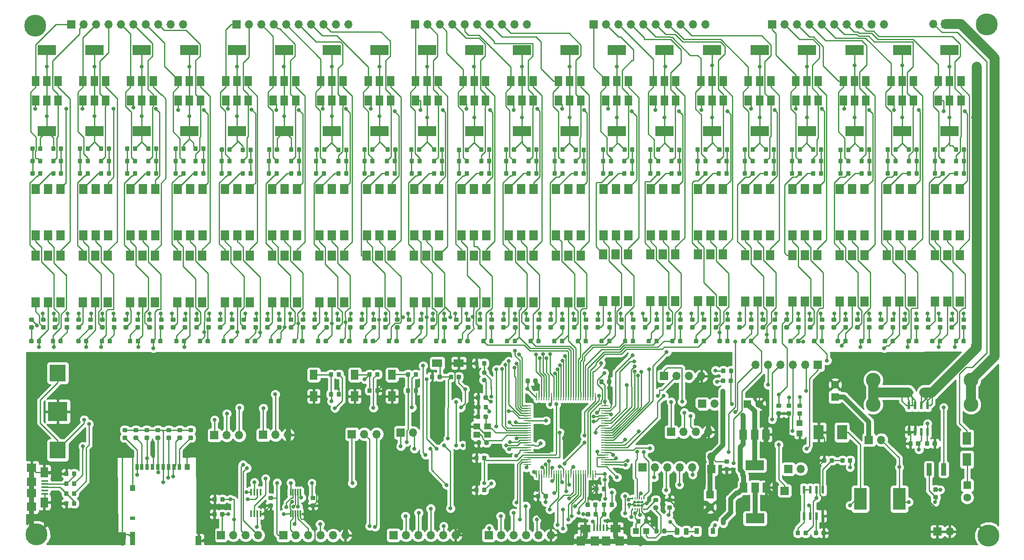
<source format=gbr>
G04 #@! TF.GenerationSoftware,KiCad,Pcbnew,(5.0.1)-4*
G04 #@! TF.CreationDate,2018-12-21T07:52:54-07:00*
G04 #@! TF.ProjectId,SprinklerControllerSTM,537072696E6B6C6572436F6E74726F6C,rev?*
G04 #@! TF.SameCoordinates,Original*
G04 #@! TF.FileFunction,Copper,L1,Top,Signal*
G04 #@! TF.FilePolarity,Positive*
%FSLAX46Y46*%
G04 Gerber Fmt 4.6, Leading zero omitted, Abs format (unit mm)*
G04 Created by KiCad (PCBNEW (5.0.1)-4) date 12/21/2018 7:52:54 AM*
%MOMM*%
%LPD*%
G01*
G04 APERTURE LIST*
G04 #@! TA.AperFunction,Conductor*
%ADD10C,0.100000*%
G04 #@! TD*
G04 #@! TA.AperFunction,SMDPad,CuDef*
%ADD11C,0.875000*%
G04 #@! TD*
G04 #@! TA.AperFunction,SMDPad,CuDef*
%ADD12R,3.800000X2.000000*%
G04 #@! TD*
G04 #@! TA.AperFunction,SMDPad,CuDef*
%ADD13R,1.500000X2.000000*%
G04 #@! TD*
G04 #@! TA.AperFunction,SMDPad,CuDef*
%ADD14R,1.400000X1.200000*%
G04 #@! TD*
G04 #@! TA.AperFunction,SMDPad,CuDef*
%ADD15R,1.200000X1.200000*%
G04 #@! TD*
G04 #@! TA.AperFunction,SMDPad,CuDef*
%ADD16R,2.000000X1.600000*%
G04 #@! TD*
G04 #@! TA.AperFunction,SMDPad,CuDef*
%ADD17R,1.600000X2.000000*%
G04 #@! TD*
G04 #@! TA.AperFunction,ComponentPad*
%ADD18R,1.700000X1.700000*%
G04 #@! TD*
G04 #@! TA.AperFunction,ComponentPad*
%ADD19O,1.700000X1.700000*%
G04 #@! TD*
G04 #@! TA.AperFunction,SMDPad,CuDef*
%ADD20R,1.348740X0.398780*%
G04 #@! TD*
G04 #@! TA.AperFunction,SMDPad,CuDef*
%ADD21R,1.600200X2.100580*%
G04 #@! TD*
G04 #@! TA.AperFunction,SMDPad,CuDef*
%ADD22R,1.899920X1.800860*%
G04 #@! TD*
G04 #@! TA.AperFunction,SMDPad,CuDef*
%ADD23R,0.700000X1.200000*%
G04 #@! TD*
G04 #@! TA.AperFunction,SMDPad,CuDef*
%ADD24R,1.000000X1.200000*%
G04 #@! TD*
G04 #@! TA.AperFunction,SMDPad,CuDef*
%ADD25R,1.000000X0.800000*%
G04 #@! TD*
G04 #@! TA.AperFunction,SMDPad,CuDef*
%ADD26R,1.000000X2.800000*%
G04 #@! TD*
G04 #@! TA.AperFunction,SMDPad,CuDef*
%ADD27R,1.300000X1.900000*%
G04 #@! TD*
G04 #@! TA.AperFunction,ComponentPad*
%ADD28C,3.000000*%
G04 #@! TD*
G04 #@! TA.AperFunction,ComponentPad*
%ADD29C,4.500000*%
G04 #@! TD*
G04 #@! TA.AperFunction,SMDPad,CuDef*
%ADD30R,1.780000X2.000000*%
G04 #@! TD*
G04 #@! TA.AperFunction,SMDPad,CuDef*
%ADD31R,3.300000X3.500000*%
G04 #@! TD*
G04 #@! TA.AperFunction,SMDPad,CuDef*
%ADD32R,4.000000X4.000000*%
G04 #@! TD*
G04 #@! TA.AperFunction,ComponentPad*
%ADD33C,1.000000*%
G04 #@! TD*
G04 #@! TA.AperFunction,ComponentPad*
%ADD34R,1.600000X1.600000*%
G04 #@! TD*
G04 #@! TA.AperFunction,ComponentPad*
%ADD35C,1.600000*%
G04 #@! TD*
G04 #@! TA.AperFunction,SMDPad,CuDef*
%ADD36R,0.900000X1.200000*%
G04 #@! TD*
G04 #@! TA.AperFunction,SMDPad,CuDef*
%ADD37R,1.500000X0.280000*%
G04 #@! TD*
G04 #@! TA.AperFunction,SMDPad,CuDef*
%ADD38R,0.280000X1.500000*%
G04 #@! TD*
G04 #@! TA.AperFunction,SMDPad,CuDef*
%ADD39C,0.975000*%
G04 #@! TD*
G04 #@! TA.AperFunction,SMDPad,CuDef*
%ADD40R,0.280000X0.600000*%
G04 #@! TD*
G04 #@! TA.AperFunction,SMDPad,CuDef*
%ADD41R,0.500000X0.500000*%
G04 #@! TD*
G04 #@! TA.AperFunction,SMDPad,CuDef*
%ADD42R,0.398780X1.348740*%
G04 #@! TD*
G04 #@! TA.AperFunction,SMDPad,CuDef*
%ADD43R,2.100580X1.600200*%
G04 #@! TD*
G04 #@! TA.AperFunction,SMDPad,CuDef*
%ADD44R,1.800860X1.899920*%
G04 #@! TD*
G04 #@! TA.AperFunction,SMDPad,CuDef*
%ADD45R,1.750000X2.650000*%
G04 #@! TD*
G04 #@! TA.AperFunction,SMDPad,CuDef*
%ADD46R,1.000000X2.500000*%
G04 #@! TD*
G04 #@! TA.AperFunction,SMDPad,CuDef*
%ADD47R,0.450000X1.450000*%
G04 #@! TD*
G04 #@! TA.AperFunction,SMDPad,CuDef*
%ADD48R,0.300000X1.400000*%
G04 #@! TD*
G04 #@! TA.AperFunction,SMDPad,CuDef*
%ADD49R,0.600000X1.550000*%
G04 #@! TD*
G04 #@! TA.AperFunction,SMDPad,CuDef*
%ADD50R,2.000000X3.000000*%
G04 #@! TD*
G04 #@! TA.AperFunction,SMDPad,CuDef*
%ADD51R,2.600000X4.500000*%
G04 #@! TD*
G04 #@! TA.AperFunction,ViaPad*
%ADD52C,0.800000*%
G04 #@! TD*
G04 #@! TA.AperFunction,Conductor*
%ADD53C,0.250000*%
G04 #@! TD*
G04 #@! TA.AperFunction,Conductor*
%ADD54C,1.000000*%
G04 #@! TD*
G04 #@! TA.AperFunction,Conductor*
%ADD55C,2.000000*%
G04 #@! TD*
G04 #@! TA.AperFunction,Conductor*
%ADD56C,0.254000*%
G04 #@! TD*
G04 APERTURE END LIST*
D10*
G04 #@! TO.N,/cpu_stm32/NPOR*
G04 #@! TO.C,C77*
G36*
X144277691Y-132676053D02*
X144298926Y-132679203D01*
X144319750Y-132684419D01*
X144339962Y-132691651D01*
X144359368Y-132700830D01*
X144377781Y-132711866D01*
X144395024Y-132724654D01*
X144410930Y-132739070D01*
X144425346Y-132754976D01*
X144438134Y-132772219D01*
X144449170Y-132790632D01*
X144458349Y-132810038D01*
X144465581Y-132830250D01*
X144470797Y-132851074D01*
X144473947Y-132872309D01*
X144475000Y-132893750D01*
X144475000Y-133406250D01*
X144473947Y-133427691D01*
X144470797Y-133448926D01*
X144465581Y-133469750D01*
X144458349Y-133489962D01*
X144449170Y-133509368D01*
X144438134Y-133527781D01*
X144425346Y-133545024D01*
X144410930Y-133560930D01*
X144395024Y-133575346D01*
X144377781Y-133588134D01*
X144359368Y-133599170D01*
X144339962Y-133608349D01*
X144319750Y-133615581D01*
X144298926Y-133620797D01*
X144277691Y-133623947D01*
X144256250Y-133625000D01*
X143818750Y-133625000D01*
X143797309Y-133623947D01*
X143776074Y-133620797D01*
X143755250Y-133615581D01*
X143735038Y-133608349D01*
X143715632Y-133599170D01*
X143697219Y-133588134D01*
X143679976Y-133575346D01*
X143664070Y-133560930D01*
X143649654Y-133545024D01*
X143636866Y-133527781D01*
X143625830Y-133509368D01*
X143616651Y-133489962D01*
X143609419Y-133469750D01*
X143604203Y-133448926D01*
X143601053Y-133427691D01*
X143600000Y-133406250D01*
X143600000Y-132893750D01*
X143601053Y-132872309D01*
X143604203Y-132851074D01*
X143609419Y-132830250D01*
X143616651Y-132810038D01*
X143625830Y-132790632D01*
X143636866Y-132772219D01*
X143649654Y-132754976D01*
X143664070Y-132739070D01*
X143679976Y-132724654D01*
X143697219Y-132711866D01*
X143715632Y-132700830D01*
X143735038Y-132691651D01*
X143755250Y-132684419D01*
X143776074Y-132679203D01*
X143797309Y-132676053D01*
X143818750Y-132675000D01*
X144256250Y-132675000D01*
X144277691Y-132676053D01*
X144277691Y-132676053D01*
G37*
D11*
G04 #@! TD*
G04 #@! TO.P,C77,1*
G04 #@! TO.N,/cpu_stm32/NPOR*
X144037500Y-133150000D03*
D10*
G04 #@! TO.N,GND*
G04 #@! TO.C,C77*
G36*
X142702691Y-132676053D02*
X142723926Y-132679203D01*
X142744750Y-132684419D01*
X142764962Y-132691651D01*
X142784368Y-132700830D01*
X142802781Y-132711866D01*
X142820024Y-132724654D01*
X142835930Y-132739070D01*
X142850346Y-132754976D01*
X142863134Y-132772219D01*
X142874170Y-132790632D01*
X142883349Y-132810038D01*
X142890581Y-132830250D01*
X142895797Y-132851074D01*
X142898947Y-132872309D01*
X142900000Y-132893750D01*
X142900000Y-133406250D01*
X142898947Y-133427691D01*
X142895797Y-133448926D01*
X142890581Y-133469750D01*
X142883349Y-133489962D01*
X142874170Y-133509368D01*
X142863134Y-133527781D01*
X142850346Y-133545024D01*
X142835930Y-133560930D01*
X142820024Y-133575346D01*
X142802781Y-133588134D01*
X142784368Y-133599170D01*
X142764962Y-133608349D01*
X142744750Y-133615581D01*
X142723926Y-133620797D01*
X142702691Y-133623947D01*
X142681250Y-133625000D01*
X142243750Y-133625000D01*
X142222309Y-133623947D01*
X142201074Y-133620797D01*
X142180250Y-133615581D01*
X142160038Y-133608349D01*
X142140632Y-133599170D01*
X142122219Y-133588134D01*
X142104976Y-133575346D01*
X142089070Y-133560930D01*
X142074654Y-133545024D01*
X142061866Y-133527781D01*
X142050830Y-133509368D01*
X142041651Y-133489962D01*
X142034419Y-133469750D01*
X142029203Y-133448926D01*
X142026053Y-133427691D01*
X142025000Y-133406250D01*
X142025000Y-132893750D01*
X142026053Y-132872309D01*
X142029203Y-132851074D01*
X142034419Y-132830250D01*
X142041651Y-132810038D01*
X142050830Y-132790632D01*
X142061866Y-132772219D01*
X142074654Y-132754976D01*
X142089070Y-132739070D01*
X142104976Y-132724654D01*
X142122219Y-132711866D01*
X142140632Y-132700830D01*
X142160038Y-132691651D01*
X142180250Y-132684419D01*
X142201074Y-132679203D01*
X142222309Y-132676053D01*
X142243750Y-132675000D01*
X142681250Y-132675000D01*
X142702691Y-132676053D01*
X142702691Y-132676053D01*
G37*
D11*
G04 #@! TD*
G04 #@! TO.P,C77,2*
G04 #@! TO.N,GND*
X142462500Y-133150000D03*
D12*
G04 #@! TO.P,U2,2*
G04 #@! TO.N,+1V8*
X199400000Y-138950000D03*
D13*
X199400000Y-132650000D03*
G04 #@! TO.P,U2,3*
G04 #@! TO.N,+5V*
X197100000Y-132650000D03*
G04 #@! TO.P,U2,1*
G04 #@! TO.N,GND*
X201700000Y-132650000D03*
G04 #@! TD*
D14*
G04 #@! TO.P,Y1,1*
G04 #@! TO.N,/cpu_stm32/XTAL1*
X144762000Y-120136000D03*
G04 #@! TO.P,Y1,2*
G04 #@! TO.N,GND*
X142562000Y-120136000D03*
G04 #@! TO.P,Y1,3*
G04 #@! TO.N,/cpu_stm32/XTAL2*
X142562000Y-121836000D03*
G04 #@! TO.P,Y1,4*
G04 #@! TO.N,GND*
X144762000Y-121836000D03*
G04 #@! TD*
D15*
G04 #@! TO.P,D47,1*
G04 #@! TO.N,/USBSerial/LED_MID*
X177162000Y-141586000D03*
G04 #@! TO.P,D47,2*
G04 #@! TO.N,/USBSerial/ser1_3_3V*
X175062000Y-141586000D03*
G04 #@! TD*
D16*
G04 #@! TO.P,SW1,1*
G04 #@! TO.N,/cpu_stm32/NRST*
X134452000Y-107188000D03*
G04 #@! TO.P,SW1,2*
G04 #@! TO.N,GND*
X138852000Y-107188000D03*
G04 #@! TD*
D17*
G04 #@! TO.P,SW3,1*
G04 #@! TO.N,/SW3*
X109220000Y-109560000D03*
G04 #@! TO.P,SW3,2*
G04 #@! TO.N,GND*
X109220000Y-113960000D03*
G04 #@! TD*
G04 #@! TO.P,SW2,1*
G04 #@! TO.N,/SW2*
X117602000Y-109560000D03*
G04 #@! TO.P,SW2,2*
G04 #@! TO.N,GND*
X117602000Y-113960000D03*
G04 #@! TD*
G04 #@! TO.P,SW4,2*
G04 #@! TO.N,GND*
X125222000Y-113960000D03*
G04 #@! TO.P,SW4,1*
G04 #@! TO.N,/SW4*
X125222000Y-109560000D03*
G04 #@! TD*
D15*
G04 #@! TO.P,D46,2*
G04 #@! TO.N,Net-(D46-Pad2)*
X208512000Y-119486000D03*
G04 #@! TO.P,D46,1*
G04 #@! TO.N,GND*
X208512000Y-121586000D03*
G04 #@! TD*
D18*
G04 #@! TO.P,J14,1*
G04 #@! TO.N,/CurrentSense*
X205450000Y-133300000D03*
G04 #@! TD*
G04 #@! TO.P,J12,1*
G04 #@! TO.N,+3V3*
X103000000Y-142400000D03*
D19*
G04 #@! TO.P,J12,2*
G04 #@! TO.N,/VIN0_0*
X105540000Y-142400000D03*
G04 #@! TO.P,J12,3*
G04 #@! TO.N,/VREF*
X108080000Y-142400000D03*
G04 #@! TO.P,J12,4*
G04 #@! TO.N,/VIN0_1*
X110620000Y-142400000D03*
G04 #@! TO.P,J12,5*
G04 #@! TO.N,/VIN1*
X113160000Y-142400000D03*
G04 #@! TO.P,J12,6*
G04 #@! TO.N,GND*
X115700000Y-142400000D03*
G04 #@! TD*
D18*
G04 #@! TO.P,J11,1*
G04 #@! TO.N,/ADC0*
X90200000Y-142386000D03*
D19*
G04 #@! TO.P,J11,2*
G04 #@! TO.N,/ADC1*
X92740000Y-142386000D03*
G04 #@! TO.P,J11,3*
G04 #@! TO.N,/ADC2*
X95280000Y-142386000D03*
G04 #@! TO.P,J11,4*
G04 #@! TO.N,/ADC3*
X97820000Y-142386000D03*
G04 #@! TD*
D18*
G04 #@! TO.P,J21,1*
G04 #@! TO.N,+3V3*
X182270000Y-121250000D03*
D19*
G04 #@! TO.P,J21,2*
G04 #@! TO.N,/cpu_stm32/SWDIO*
X184810000Y-121250000D03*
G04 #@! TO.P,J21,3*
G04 #@! TO.N,/cpu_stm32/SWCLK*
X187350000Y-121250000D03*
G04 #@! TO.P,J21,4*
G04 #@! TO.N,GND*
X189890000Y-121250000D03*
G04 #@! TD*
D10*
G04 #@! TO.N,/cpu_stm32/SD_SPI_SS0*
G04 #@! TO.C,R181*
G36*
X82108021Y-122017053D02*
X82129256Y-122020203D01*
X82150080Y-122025419D01*
X82170292Y-122032651D01*
X82189698Y-122041830D01*
X82208111Y-122052866D01*
X82225354Y-122065654D01*
X82241260Y-122080070D01*
X82255676Y-122095976D01*
X82268464Y-122113219D01*
X82279500Y-122131632D01*
X82288679Y-122151038D01*
X82295911Y-122171250D01*
X82301127Y-122192074D01*
X82304277Y-122213309D01*
X82305330Y-122234750D01*
X82305330Y-122672250D01*
X82304277Y-122693691D01*
X82301127Y-122714926D01*
X82295911Y-122735750D01*
X82288679Y-122755962D01*
X82279500Y-122775368D01*
X82268464Y-122793781D01*
X82255676Y-122811024D01*
X82241260Y-122826930D01*
X82225354Y-122841346D01*
X82208111Y-122854134D01*
X82189698Y-122865170D01*
X82170292Y-122874349D01*
X82150080Y-122881581D01*
X82129256Y-122886797D01*
X82108021Y-122889947D01*
X82086580Y-122891000D01*
X81574080Y-122891000D01*
X81552639Y-122889947D01*
X81531404Y-122886797D01*
X81510580Y-122881581D01*
X81490368Y-122874349D01*
X81470962Y-122865170D01*
X81452549Y-122854134D01*
X81435306Y-122841346D01*
X81419400Y-122826930D01*
X81404984Y-122811024D01*
X81392196Y-122793781D01*
X81381160Y-122775368D01*
X81371981Y-122755962D01*
X81364749Y-122735750D01*
X81359533Y-122714926D01*
X81356383Y-122693691D01*
X81355330Y-122672250D01*
X81355330Y-122234750D01*
X81356383Y-122213309D01*
X81359533Y-122192074D01*
X81364749Y-122171250D01*
X81371981Y-122151038D01*
X81381160Y-122131632D01*
X81392196Y-122113219D01*
X81404984Y-122095976D01*
X81419400Y-122080070D01*
X81435306Y-122065654D01*
X81452549Y-122052866D01*
X81470962Y-122041830D01*
X81490368Y-122032651D01*
X81510580Y-122025419D01*
X81531404Y-122020203D01*
X81552639Y-122017053D01*
X81574080Y-122016000D01*
X82086580Y-122016000D01*
X82108021Y-122017053D01*
X82108021Y-122017053D01*
G37*
D11*
G04 #@! TD*
G04 #@! TO.P,R181,1*
G04 #@! TO.N,/cpu_stm32/SD_SPI_SS0*
X81830330Y-122453500D03*
D10*
G04 #@! TO.N,+3V3*
G04 #@! TO.C,R181*
G36*
X82108021Y-120442053D02*
X82129256Y-120445203D01*
X82150080Y-120450419D01*
X82170292Y-120457651D01*
X82189698Y-120466830D01*
X82208111Y-120477866D01*
X82225354Y-120490654D01*
X82241260Y-120505070D01*
X82255676Y-120520976D01*
X82268464Y-120538219D01*
X82279500Y-120556632D01*
X82288679Y-120576038D01*
X82295911Y-120596250D01*
X82301127Y-120617074D01*
X82304277Y-120638309D01*
X82305330Y-120659750D01*
X82305330Y-121097250D01*
X82304277Y-121118691D01*
X82301127Y-121139926D01*
X82295911Y-121160750D01*
X82288679Y-121180962D01*
X82279500Y-121200368D01*
X82268464Y-121218781D01*
X82255676Y-121236024D01*
X82241260Y-121251930D01*
X82225354Y-121266346D01*
X82208111Y-121279134D01*
X82189698Y-121290170D01*
X82170292Y-121299349D01*
X82150080Y-121306581D01*
X82129256Y-121311797D01*
X82108021Y-121314947D01*
X82086580Y-121316000D01*
X81574080Y-121316000D01*
X81552639Y-121314947D01*
X81531404Y-121311797D01*
X81510580Y-121306581D01*
X81490368Y-121299349D01*
X81470962Y-121290170D01*
X81452549Y-121279134D01*
X81435306Y-121266346D01*
X81419400Y-121251930D01*
X81404984Y-121236024D01*
X81392196Y-121218781D01*
X81381160Y-121200368D01*
X81371981Y-121180962D01*
X81364749Y-121160750D01*
X81359533Y-121139926D01*
X81356383Y-121118691D01*
X81355330Y-121097250D01*
X81355330Y-120659750D01*
X81356383Y-120638309D01*
X81359533Y-120617074D01*
X81364749Y-120596250D01*
X81371981Y-120576038D01*
X81381160Y-120556632D01*
X81392196Y-120538219D01*
X81404984Y-120520976D01*
X81419400Y-120505070D01*
X81435306Y-120490654D01*
X81452549Y-120477866D01*
X81470962Y-120466830D01*
X81490368Y-120457651D01*
X81510580Y-120450419D01*
X81531404Y-120445203D01*
X81552639Y-120442053D01*
X81574080Y-120441000D01*
X82086580Y-120441000D01*
X82108021Y-120442053D01*
X82108021Y-120442053D01*
G37*
D11*
G04 #@! TD*
G04 #@! TO.P,R181,2*
G04 #@! TO.N,+3V3*
X81830330Y-120878500D03*
D10*
G04 #@! TO.N,+3V3*
G04 #@! TO.C,R180*
G36*
X79864355Y-120442053D02*
X79885590Y-120445203D01*
X79906414Y-120450419D01*
X79926626Y-120457651D01*
X79946032Y-120466830D01*
X79964445Y-120477866D01*
X79981688Y-120490654D01*
X79997594Y-120505070D01*
X80012010Y-120520976D01*
X80024798Y-120538219D01*
X80035834Y-120556632D01*
X80045013Y-120576038D01*
X80052245Y-120596250D01*
X80057461Y-120617074D01*
X80060611Y-120638309D01*
X80061664Y-120659750D01*
X80061664Y-121097250D01*
X80060611Y-121118691D01*
X80057461Y-121139926D01*
X80052245Y-121160750D01*
X80045013Y-121180962D01*
X80035834Y-121200368D01*
X80024798Y-121218781D01*
X80012010Y-121236024D01*
X79997594Y-121251930D01*
X79981688Y-121266346D01*
X79964445Y-121279134D01*
X79946032Y-121290170D01*
X79926626Y-121299349D01*
X79906414Y-121306581D01*
X79885590Y-121311797D01*
X79864355Y-121314947D01*
X79842914Y-121316000D01*
X79330414Y-121316000D01*
X79308973Y-121314947D01*
X79287738Y-121311797D01*
X79266914Y-121306581D01*
X79246702Y-121299349D01*
X79227296Y-121290170D01*
X79208883Y-121279134D01*
X79191640Y-121266346D01*
X79175734Y-121251930D01*
X79161318Y-121236024D01*
X79148530Y-121218781D01*
X79137494Y-121200368D01*
X79128315Y-121180962D01*
X79121083Y-121160750D01*
X79115867Y-121139926D01*
X79112717Y-121118691D01*
X79111664Y-121097250D01*
X79111664Y-120659750D01*
X79112717Y-120638309D01*
X79115867Y-120617074D01*
X79121083Y-120596250D01*
X79128315Y-120576038D01*
X79137494Y-120556632D01*
X79148530Y-120538219D01*
X79161318Y-120520976D01*
X79175734Y-120505070D01*
X79191640Y-120490654D01*
X79208883Y-120477866D01*
X79227296Y-120466830D01*
X79246702Y-120457651D01*
X79266914Y-120450419D01*
X79287738Y-120445203D01*
X79308973Y-120442053D01*
X79330414Y-120441000D01*
X79842914Y-120441000D01*
X79864355Y-120442053D01*
X79864355Y-120442053D01*
G37*
D11*
G04 #@! TD*
G04 #@! TO.P,R180,2*
G04 #@! TO.N,+3V3*
X79586664Y-120878500D03*
D10*
G04 #@! TO.N,/cpu_stm32/SD_SPI_MOSI*
G04 #@! TO.C,R180*
G36*
X79864355Y-122017053D02*
X79885590Y-122020203D01*
X79906414Y-122025419D01*
X79926626Y-122032651D01*
X79946032Y-122041830D01*
X79964445Y-122052866D01*
X79981688Y-122065654D01*
X79997594Y-122080070D01*
X80012010Y-122095976D01*
X80024798Y-122113219D01*
X80035834Y-122131632D01*
X80045013Y-122151038D01*
X80052245Y-122171250D01*
X80057461Y-122192074D01*
X80060611Y-122213309D01*
X80061664Y-122234750D01*
X80061664Y-122672250D01*
X80060611Y-122693691D01*
X80057461Y-122714926D01*
X80052245Y-122735750D01*
X80045013Y-122755962D01*
X80035834Y-122775368D01*
X80024798Y-122793781D01*
X80012010Y-122811024D01*
X79997594Y-122826930D01*
X79981688Y-122841346D01*
X79964445Y-122854134D01*
X79946032Y-122865170D01*
X79926626Y-122874349D01*
X79906414Y-122881581D01*
X79885590Y-122886797D01*
X79864355Y-122889947D01*
X79842914Y-122891000D01*
X79330414Y-122891000D01*
X79308973Y-122889947D01*
X79287738Y-122886797D01*
X79266914Y-122881581D01*
X79246702Y-122874349D01*
X79227296Y-122865170D01*
X79208883Y-122854134D01*
X79191640Y-122841346D01*
X79175734Y-122826930D01*
X79161318Y-122811024D01*
X79148530Y-122793781D01*
X79137494Y-122775368D01*
X79128315Y-122755962D01*
X79121083Y-122735750D01*
X79115867Y-122714926D01*
X79112717Y-122693691D01*
X79111664Y-122672250D01*
X79111664Y-122234750D01*
X79112717Y-122213309D01*
X79115867Y-122192074D01*
X79121083Y-122171250D01*
X79128315Y-122151038D01*
X79137494Y-122131632D01*
X79148530Y-122113219D01*
X79161318Y-122095976D01*
X79175734Y-122080070D01*
X79191640Y-122065654D01*
X79208883Y-122052866D01*
X79227296Y-122041830D01*
X79246702Y-122032651D01*
X79266914Y-122025419D01*
X79287738Y-122020203D01*
X79308973Y-122017053D01*
X79330414Y-122016000D01*
X79842914Y-122016000D01*
X79864355Y-122017053D01*
X79864355Y-122017053D01*
G37*
D11*
G04 #@! TD*
G04 #@! TO.P,R180,1*
G04 #@! TO.N,/cpu_stm32/SD_SPI_MOSI*
X79586664Y-122453500D03*
D10*
G04 #@! TO.N,/cpu_stm32/SD_SPI_SCK*
G04 #@! TO.C,R179*
G36*
X77620689Y-122017053D02*
X77641924Y-122020203D01*
X77662748Y-122025419D01*
X77682960Y-122032651D01*
X77702366Y-122041830D01*
X77720779Y-122052866D01*
X77738022Y-122065654D01*
X77753928Y-122080070D01*
X77768344Y-122095976D01*
X77781132Y-122113219D01*
X77792168Y-122131632D01*
X77801347Y-122151038D01*
X77808579Y-122171250D01*
X77813795Y-122192074D01*
X77816945Y-122213309D01*
X77817998Y-122234750D01*
X77817998Y-122672250D01*
X77816945Y-122693691D01*
X77813795Y-122714926D01*
X77808579Y-122735750D01*
X77801347Y-122755962D01*
X77792168Y-122775368D01*
X77781132Y-122793781D01*
X77768344Y-122811024D01*
X77753928Y-122826930D01*
X77738022Y-122841346D01*
X77720779Y-122854134D01*
X77702366Y-122865170D01*
X77682960Y-122874349D01*
X77662748Y-122881581D01*
X77641924Y-122886797D01*
X77620689Y-122889947D01*
X77599248Y-122891000D01*
X77086748Y-122891000D01*
X77065307Y-122889947D01*
X77044072Y-122886797D01*
X77023248Y-122881581D01*
X77003036Y-122874349D01*
X76983630Y-122865170D01*
X76965217Y-122854134D01*
X76947974Y-122841346D01*
X76932068Y-122826930D01*
X76917652Y-122811024D01*
X76904864Y-122793781D01*
X76893828Y-122775368D01*
X76884649Y-122755962D01*
X76877417Y-122735750D01*
X76872201Y-122714926D01*
X76869051Y-122693691D01*
X76867998Y-122672250D01*
X76867998Y-122234750D01*
X76869051Y-122213309D01*
X76872201Y-122192074D01*
X76877417Y-122171250D01*
X76884649Y-122151038D01*
X76893828Y-122131632D01*
X76904864Y-122113219D01*
X76917652Y-122095976D01*
X76932068Y-122080070D01*
X76947974Y-122065654D01*
X76965217Y-122052866D01*
X76983630Y-122041830D01*
X77003036Y-122032651D01*
X77023248Y-122025419D01*
X77044072Y-122020203D01*
X77065307Y-122017053D01*
X77086748Y-122016000D01*
X77599248Y-122016000D01*
X77620689Y-122017053D01*
X77620689Y-122017053D01*
G37*
D11*
G04 #@! TD*
G04 #@! TO.P,R179,1*
G04 #@! TO.N,/cpu_stm32/SD_SPI_SCK*
X77342998Y-122453500D03*
D10*
G04 #@! TO.N,+3V3*
G04 #@! TO.C,R179*
G36*
X77620689Y-120442053D02*
X77641924Y-120445203D01*
X77662748Y-120450419D01*
X77682960Y-120457651D01*
X77702366Y-120466830D01*
X77720779Y-120477866D01*
X77738022Y-120490654D01*
X77753928Y-120505070D01*
X77768344Y-120520976D01*
X77781132Y-120538219D01*
X77792168Y-120556632D01*
X77801347Y-120576038D01*
X77808579Y-120596250D01*
X77813795Y-120617074D01*
X77816945Y-120638309D01*
X77817998Y-120659750D01*
X77817998Y-121097250D01*
X77816945Y-121118691D01*
X77813795Y-121139926D01*
X77808579Y-121160750D01*
X77801347Y-121180962D01*
X77792168Y-121200368D01*
X77781132Y-121218781D01*
X77768344Y-121236024D01*
X77753928Y-121251930D01*
X77738022Y-121266346D01*
X77720779Y-121279134D01*
X77702366Y-121290170D01*
X77682960Y-121299349D01*
X77662748Y-121306581D01*
X77641924Y-121311797D01*
X77620689Y-121314947D01*
X77599248Y-121316000D01*
X77086748Y-121316000D01*
X77065307Y-121314947D01*
X77044072Y-121311797D01*
X77023248Y-121306581D01*
X77003036Y-121299349D01*
X76983630Y-121290170D01*
X76965217Y-121279134D01*
X76947974Y-121266346D01*
X76932068Y-121251930D01*
X76917652Y-121236024D01*
X76904864Y-121218781D01*
X76893828Y-121200368D01*
X76884649Y-121180962D01*
X76877417Y-121160750D01*
X76872201Y-121139926D01*
X76869051Y-121118691D01*
X76867998Y-121097250D01*
X76867998Y-120659750D01*
X76869051Y-120638309D01*
X76872201Y-120617074D01*
X76877417Y-120596250D01*
X76884649Y-120576038D01*
X76893828Y-120556632D01*
X76904864Y-120538219D01*
X76917652Y-120520976D01*
X76932068Y-120505070D01*
X76947974Y-120490654D01*
X76965217Y-120477866D01*
X76983630Y-120466830D01*
X77003036Y-120457651D01*
X77023248Y-120450419D01*
X77044072Y-120445203D01*
X77065307Y-120442053D01*
X77086748Y-120441000D01*
X77599248Y-120441000D01*
X77620689Y-120442053D01*
X77620689Y-120442053D01*
G37*
D11*
G04 #@! TD*
G04 #@! TO.P,R179,2*
G04 #@! TO.N,+3V3*
X77342998Y-120878500D03*
D10*
G04 #@! TO.N,+3V3*
G04 #@! TO.C,R178*
G36*
X75377023Y-120442053D02*
X75398258Y-120445203D01*
X75419082Y-120450419D01*
X75439294Y-120457651D01*
X75458700Y-120466830D01*
X75477113Y-120477866D01*
X75494356Y-120490654D01*
X75510262Y-120505070D01*
X75524678Y-120520976D01*
X75537466Y-120538219D01*
X75548502Y-120556632D01*
X75557681Y-120576038D01*
X75564913Y-120596250D01*
X75570129Y-120617074D01*
X75573279Y-120638309D01*
X75574332Y-120659750D01*
X75574332Y-121097250D01*
X75573279Y-121118691D01*
X75570129Y-121139926D01*
X75564913Y-121160750D01*
X75557681Y-121180962D01*
X75548502Y-121200368D01*
X75537466Y-121218781D01*
X75524678Y-121236024D01*
X75510262Y-121251930D01*
X75494356Y-121266346D01*
X75477113Y-121279134D01*
X75458700Y-121290170D01*
X75439294Y-121299349D01*
X75419082Y-121306581D01*
X75398258Y-121311797D01*
X75377023Y-121314947D01*
X75355582Y-121316000D01*
X74843082Y-121316000D01*
X74821641Y-121314947D01*
X74800406Y-121311797D01*
X74779582Y-121306581D01*
X74759370Y-121299349D01*
X74739964Y-121290170D01*
X74721551Y-121279134D01*
X74704308Y-121266346D01*
X74688402Y-121251930D01*
X74673986Y-121236024D01*
X74661198Y-121218781D01*
X74650162Y-121200368D01*
X74640983Y-121180962D01*
X74633751Y-121160750D01*
X74628535Y-121139926D01*
X74625385Y-121118691D01*
X74624332Y-121097250D01*
X74624332Y-120659750D01*
X74625385Y-120638309D01*
X74628535Y-120617074D01*
X74633751Y-120596250D01*
X74640983Y-120576038D01*
X74650162Y-120556632D01*
X74661198Y-120538219D01*
X74673986Y-120520976D01*
X74688402Y-120505070D01*
X74704308Y-120490654D01*
X74721551Y-120477866D01*
X74739964Y-120466830D01*
X74759370Y-120457651D01*
X74779582Y-120450419D01*
X74800406Y-120445203D01*
X74821641Y-120442053D01*
X74843082Y-120441000D01*
X75355582Y-120441000D01*
X75377023Y-120442053D01*
X75377023Y-120442053D01*
G37*
D11*
G04 #@! TD*
G04 #@! TO.P,R178,2*
G04 #@! TO.N,+3V3*
X75099332Y-120878500D03*
D10*
G04 #@! TO.N,/cpu_stm32/SD_SPI_MISO*
G04 #@! TO.C,R178*
G36*
X75377023Y-122017053D02*
X75398258Y-122020203D01*
X75419082Y-122025419D01*
X75439294Y-122032651D01*
X75458700Y-122041830D01*
X75477113Y-122052866D01*
X75494356Y-122065654D01*
X75510262Y-122080070D01*
X75524678Y-122095976D01*
X75537466Y-122113219D01*
X75548502Y-122131632D01*
X75557681Y-122151038D01*
X75564913Y-122171250D01*
X75570129Y-122192074D01*
X75573279Y-122213309D01*
X75574332Y-122234750D01*
X75574332Y-122672250D01*
X75573279Y-122693691D01*
X75570129Y-122714926D01*
X75564913Y-122735750D01*
X75557681Y-122755962D01*
X75548502Y-122775368D01*
X75537466Y-122793781D01*
X75524678Y-122811024D01*
X75510262Y-122826930D01*
X75494356Y-122841346D01*
X75477113Y-122854134D01*
X75458700Y-122865170D01*
X75439294Y-122874349D01*
X75419082Y-122881581D01*
X75398258Y-122886797D01*
X75377023Y-122889947D01*
X75355582Y-122891000D01*
X74843082Y-122891000D01*
X74821641Y-122889947D01*
X74800406Y-122886797D01*
X74779582Y-122881581D01*
X74759370Y-122874349D01*
X74739964Y-122865170D01*
X74721551Y-122854134D01*
X74704308Y-122841346D01*
X74688402Y-122826930D01*
X74673986Y-122811024D01*
X74661198Y-122793781D01*
X74650162Y-122775368D01*
X74640983Y-122755962D01*
X74633751Y-122735750D01*
X74628535Y-122714926D01*
X74625385Y-122693691D01*
X74624332Y-122672250D01*
X74624332Y-122234750D01*
X74625385Y-122213309D01*
X74628535Y-122192074D01*
X74633751Y-122171250D01*
X74640983Y-122151038D01*
X74650162Y-122131632D01*
X74661198Y-122113219D01*
X74673986Y-122095976D01*
X74688402Y-122080070D01*
X74704308Y-122065654D01*
X74721551Y-122052866D01*
X74739964Y-122041830D01*
X74759370Y-122032651D01*
X74779582Y-122025419D01*
X74800406Y-122020203D01*
X74821641Y-122017053D01*
X74843082Y-122016000D01*
X75355582Y-122016000D01*
X75377023Y-122017053D01*
X75377023Y-122017053D01*
G37*
D11*
G04 #@! TD*
G04 #@! TO.P,R178,1*
G04 #@! TO.N,/cpu_stm32/SD_SPI_MISO*
X75099332Y-122453500D03*
D10*
G04 #@! TO.N,Net-(J29-Pad8)*
G04 #@! TO.C,R177*
G36*
X73133357Y-122017053D02*
X73154592Y-122020203D01*
X73175416Y-122025419D01*
X73195628Y-122032651D01*
X73215034Y-122041830D01*
X73233447Y-122052866D01*
X73250690Y-122065654D01*
X73266596Y-122080070D01*
X73281012Y-122095976D01*
X73293800Y-122113219D01*
X73304836Y-122131632D01*
X73314015Y-122151038D01*
X73321247Y-122171250D01*
X73326463Y-122192074D01*
X73329613Y-122213309D01*
X73330666Y-122234750D01*
X73330666Y-122672250D01*
X73329613Y-122693691D01*
X73326463Y-122714926D01*
X73321247Y-122735750D01*
X73314015Y-122755962D01*
X73304836Y-122775368D01*
X73293800Y-122793781D01*
X73281012Y-122811024D01*
X73266596Y-122826930D01*
X73250690Y-122841346D01*
X73233447Y-122854134D01*
X73215034Y-122865170D01*
X73195628Y-122874349D01*
X73175416Y-122881581D01*
X73154592Y-122886797D01*
X73133357Y-122889947D01*
X73111916Y-122891000D01*
X72599416Y-122891000D01*
X72577975Y-122889947D01*
X72556740Y-122886797D01*
X72535916Y-122881581D01*
X72515704Y-122874349D01*
X72496298Y-122865170D01*
X72477885Y-122854134D01*
X72460642Y-122841346D01*
X72444736Y-122826930D01*
X72430320Y-122811024D01*
X72417532Y-122793781D01*
X72406496Y-122775368D01*
X72397317Y-122755962D01*
X72390085Y-122735750D01*
X72384869Y-122714926D01*
X72381719Y-122693691D01*
X72380666Y-122672250D01*
X72380666Y-122234750D01*
X72381719Y-122213309D01*
X72384869Y-122192074D01*
X72390085Y-122171250D01*
X72397317Y-122151038D01*
X72406496Y-122131632D01*
X72417532Y-122113219D01*
X72430320Y-122095976D01*
X72444736Y-122080070D01*
X72460642Y-122065654D01*
X72477885Y-122052866D01*
X72496298Y-122041830D01*
X72515704Y-122032651D01*
X72535916Y-122025419D01*
X72556740Y-122020203D01*
X72577975Y-122017053D01*
X72599416Y-122016000D01*
X73111916Y-122016000D01*
X73133357Y-122017053D01*
X73133357Y-122017053D01*
G37*
D11*
G04 #@! TD*
G04 #@! TO.P,R177,1*
G04 #@! TO.N,Net-(J29-Pad8)*
X72855666Y-122453500D03*
D10*
G04 #@! TO.N,+3V3*
G04 #@! TO.C,R177*
G36*
X73133357Y-120442053D02*
X73154592Y-120445203D01*
X73175416Y-120450419D01*
X73195628Y-120457651D01*
X73215034Y-120466830D01*
X73233447Y-120477866D01*
X73250690Y-120490654D01*
X73266596Y-120505070D01*
X73281012Y-120520976D01*
X73293800Y-120538219D01*
X73304836Y-120556632D01*
X73314015Y-120576038D01*
X73321247Y-120596250D01*
X73326463Y-120617074D01*
X73329613Y-120638309D01*
X73330666Y-120659750D01*
X73330666Y-121097250D01*
X73329613Y-121118691D01*
X73326463Y-121139926D01*
X73321247Y-121160750D01*
X73314015Y-121180962D01*
X73304836Y-121200368D01*
X73293800Y-121218781D01*
X73281012Y-121236024D01*
X73266596Y-121251930D01*
X73250690Y-121266346D01*
X73233447Y-121279134D01*
X73215034Y-121290170D01*
X73195628Y-121299349D01*
X73175416Y-121306581D01*
X73154592Y-121311797D01*
X73133357Y-121314947D01*
X73111916Y-121316000D01*
X72599416Y-121316000D01*
X72577975Y-121314947D01*
X72556740Y-121311797D01*
X72535916Y-121306581D01*
X72515704Y-121299349D01*
X72496298Y-121290170D01*
X72477885Y-121279134D01*
X72460642Y-121266346D01*
X72444736Y-121251930D01*
X72430320Y-121236024D01*
X72417532Y-121218781D01*
X72406496Y-121200368D01*
X72397317Y-121180962D01*
X72390085Y-121160750D01*
X72384869Y-121139926D01*
X72381719Y-121118691D01*
X72380666Y-121097250D01*
X72380666Y-120659750D01*
X72381719Y-120638309D01*
X72384869Y-120617074D01*
X72390085Y-120596250D01*
X72397317Y-120576038D01*
X72406496Y-120556632D01*
X72417532Y-120538219D01*
X72430320Y-120520976D01*
X72444736Y-120505070D01*
X72460642Y-120490654D01*
X72477885Y-120477866D01*
X72496298Y-120466830D01*
X72515704Y-120457651D01*
X72535916Y-120450419D01*
X72556740Y-120445203D01*
X72577975Y-120442053D01*
X72599416Y-120441000D01*
X73111916Y-120441000D01*
X73133357Y-120442053D01*
X73133357Y-120442053D01*
G37*
D11*
G04 #@! TD*
G04 #@! TO.P,R177,2*
G04 #@! TO.N,+3V3*
X72855666Y-120878500D03*
D10*
G04 #@! TO.N,+3V3*
G04 #@! TO.C,R176*
G36*
X70889691Y-120442053D02*
X70910926Y-120445203D01*
X70931750Y-120450419D01*
X70951962Y-120457651D01*
X70971368Y-120466830D01*
X70989781Y-120477866D01*
X71007024Y-120490654D01*
X71022930Y-120505070D01*
X71037346Y-120520976D01*
X71050134Y-120538219D01*
X71061170Y-120556632D01*
X71070349Y-120576038D01*
X71077581Y-120596250D01*
X71082797Y-120617074D01*
X71085947Y-120638309D01*
X71087000Y-120659750D01*
X71087000Y-121097250D01*
X71085947Y-121118691D01*
X71082797Y-121139926D01*
X71077581Y-121160750D01*
X71070349Y-121180962D01*
X71061170Y-121200368D01*
X71050134Y-121218781D01*
X71037346Y-121236024D01*
X71022930Y-121251930D01*
X71007024Y-121266346D01*
X70989781Y-121279134D01*
X70971368Y-121290170D01*
X70951962Y-121299349D01*
X70931750Y-121306581D01*
X70910926Y-121311797D01*
X70889691Y-121314947D01*
X70868250Y-121316000D01*
X70355750Y-121316000D01*
X70334309Y-121314947D01*
X70313074Y-121311797D01*
X70292250Y-121306581D01*
X70272038Y-121299349D01*
X70252632Y-121290170D01*
X70234219Y-121279134D01*
X70216976Y-121266346D01*
X70201070Y-121251930D01*
X70186654Y-121236024D01*
X70173866Y-121218781D01*
X70162830Y-121200368D01*
X70153651Y-121180962D01*
X70146419Y-121160750D01*
X70141203Y-121139926D01*
X70138053Y-121118691D01*
X70137000Y-121097250D01*
X70137000Y-120659750D01*
X70138053Y-120638309D01*
X70141203Y-120617074D01*
X70146419Y-120596250D01*
X70153651Y-120576038D01*
X70162830Y-120556632D01*
X70173866Y-120538219D01*
X70186654Y-120520976D01*
X70201070Y-120505070D01*
X70216976Y-120490654D01*
X70234219Y-120477866D01*
X70252632Y-120466830D01*
X70272038Y-120457651D01*
X70292250Y-120450419D01*
X70313074Y-120445203D01*
X70334309Y-120442053D01*
X70355750Y-120441000D01*
X70868250Y-120441000D01*
X70889691Y-120442053D01*
X70889691Y-120442053D01*
G37*
D11*
G04 #@! TD*
G04 #@! TO.P,R176,2*
G04 #@! TO.N,+3V3*
X70612000Y-120878500D03*
D10*
G04 #@! TO.N,/cpu_stm32/SD_SPI_DET*
G04 #@! TO.C,R176*
G36*
X70889691Y-122017053D02*
X70910926Y-122020203D01*
X70931750Y-122025419D01*
X70951962Y-122032651D01*
X70971368Y-122041830D01*
X70989781Y-122052866D01*
X71007024Y-122065654D01*
X71022930Y-122080070D01*
X71037346Y-122095976D01*
X71050134Y-122113219D01*
X71061170Y-122131632D01*
X71070349Y-122151038D01*
X71077581Y-122171250D01*
X71082797Y-122192074D01*
X71085947Y-122213309D01*
X71087000Y-122234750D01*
X71087000Y-122672250D01*
X71085947Y-122693691D01*
X71082797Y-122714926D01*
X71077581Y-122735750D01*
X71070349Y-122755962D01*
X71061170Y-122775368D01*
X71050134Y-122793781D01*
X71037346Y-122811024D01*
X71022930Y-122826930D01*
X71007024Y-122841346D01*
X70989781Y-122854134D01*
X70971368Y-122865170D01*
X70951962Y-122874349D01*
X70931750Y-122881581D01*
X70910926Y-122886797D01*
X70889691Y-122889947D01*
X70868250Y-122891000D01*
X70355750Y-122891000D01*
X70334309Y-122889947D01*
X70313074Y-122886797D01*
X70292250Y-122881581D01*
X70272038Y-122874349D01*
X70252632Y-122865170D01*
X70234219Y-122854134D01*
X70216976Y-122841346D01*
X70201070Y-122826930D01*
X70186654Y-122811024D01*
X70173866Y-122793781D01*
X70162830Y-122775368D01*
X70153651Y-122755962D01*
X70146419Y-122735750D01*
X70141203Y-122714926D01*
X70138053Y-122693691D01*
X70137000Y-122672250D01*
X70137000Y-122234750D01*
X70138053Y-122213309D01*
X70141203Y-122192074D01*
X70146419Y-122171250D01*
X70153651Y-122151038D01*
X70162830Y-122131632D01*
X70173866Y-122113219D01*
X70186654Y-122095976D01*
X70201070Y-122080070D01*
X70216976Y-122065654D01*
X70234219Y-122052866D01*
X70252632Y-122041830D01*
X70272038Y-122032651D01*
X70292250Y-122025419D01*
X70313074Y-122020203D01*
X70334309Y-122017053D01*
X70355750Y-122016000D01*
X70868250Y-122016000D01*
X70889691Y-122017053D01*
X70889691Y-122017053D01*
G37*
D11*
G04 #@! TD*
G04 #@! TO.P,R176,1*
G04 #@! TO.N,/cpu_stm32/SD_SPI_DET*
X70612000Y-122453500D03*
D10*
G04 #@! TO.N,Net-(J29-Pad1)*
G04 #@! TO.C,R182*
G36*
X84351691Y-122017053D02*
X84372926Y-122020203D01*
X84393750Y-122025419D01*
X84413962Y-122032651D01*
X84433368Y-122041830D01*
X84451781Y-122052866D01*
X84469024Y-122065654D01*
X84484930Y-122080070D01*
X84499346Y-122095976D01*
X84512134Y-122113219D01*
X84523170Y-122131632D01*
X84532349Y-122151038D01*
X84539581Y-122171250D01*
X84544797Y-122192074D01*
X84547947Y-122213309D01*
X84549000Y-122234750D01*
X84549000Y-122672250D01*
X84547947Y-122693691D01*
X84544797Y-122714926D01*
X84539581Y-122735750D01*
X84532349Y-122755962D01*
X84523170Y-122775368D01*
X84512134Y-122793781D01*
X84499346Y-122811024D01*
X84484930Y-122826930D01*
X84469024Y-122841346D01*
X84451781Y-122854134D01*
X84433368Y-122865170D01*
X84413962Y-122874349D01*
X84393750Y-122881581D01*
X84372926Y-122886797D01*
X84351691Y-122889947D01*
X84330250Y-122891000D01*
X83817750Y-122891000D01*
X83796309Y-122889947D01*
X83775074Y-122886797D01*
X83754250Y-122881581D01*
X83734038Y-122874349D01*
X83714632Y-122865170D01*
X83696219Y-122854134D01*
X83678976Y-122841346D01*
X83663070Y-122826930D01*
X83648654Y-122811024D01*
X83635866Y-122793781D01*
X83624830Y-122775368D01*
X83615651Y-122755962D01*
X83608419Y-122735750D01*
X83603203Y-122714926D01*
X83600053Y-122693691D01*
X83599000Y-122672250D01*
X83599000Y-122234750D01*
X83600053Y-122213309D01*
X83603203Y-122192074D01*
X83608419Y-122171250D01*
X83615651Y-122151038D01*
X83624830Y-122131632D01*
X83635866Y-122113219D01*
X83648654Y-122095976D01*
X83663070Y-122080070D01*
X83678976Y-122065654D01*
X83696219Y-122052866D01*
X83714632Y-122041830D01*
X83734038Y-122032651D01*
X83754250Y-122025419D01*
X83775074Y-122020203D01*
X83796309Y-122017053D01*
X83817750Y-122016000D01*
X84330250Y-122016000D01*
X84351691Y-122017053D01*
X84351691Y-122017053D01*
G37*
D11*
G04 #@! TD*
G04 #@! TO.P,R182,1*
G04 #@! TO.N,Net-(J29-Pad1)*
X84074000Y-122453500D03*
D10*
G04 #@! TO.N,+3V3*
G04 #@! TO.C,R182*
G36*
X84351691Y-120442053D02*
X84372926Y-120445203D01*
X84393750Y-120450419D01*
X84413962Y-120457651D01*
X84433368Y-120466830D01*
X84451781Y-120477866D01*
X84469024Y-120490654D01*
X84484930Y-120505070D01*
X84499346Y-120520976D01*
X84512134Y-120538219D01*
X84523170Y-120556632D01*
X84532349Y-120576038D01*
X84539581Y-120596250D01*
X84544797Y-120617074D01*
X84547947Y-120638309D01*
X84549000Y-120659750D01*
X84549000Y-121097250D01*
X84547947Y-121118691D01*
X84544797Y-121139926D01*
X84539581Y-121160750D01*
X84532349Y-121180962D01*
X84523170Y-121200368D01*
X84512134Y-121218781D01*
X84499346Y-121236024D01*
X84484930Y-121251930D01*
X84469024Y-121266346D01*
X84451781Y-121279134D01*
X84433368Y-121290170D01*
X84413962Y-121299349D01*
X84393750Y-121306581D01*
X84372926Y-121311797D01*
X84351691Y-121314947D01*
X84330250Y-121316000D01*
X83817750Y-121316000D01*
X83796309Y-121314947D01*
X83775074Y-121311797D01*
X83754250Y-121306581D01*
X83734038Y-121299349D01*
X83714632Y-121290170D01*
X83696219Y-121279134D01*
X83678976Y-121266346D01*
X83663070Y-121251930D01*
X83648654Y-121236024D01*
X83635866Y-121218781D01*
X83624830Y-121200368D01*
X83615651Y-121180962D01*
X83608419Y-121160750D01*
X83603203Y-121139926D01*
X83600053Y-121118691D01*
X83599000Y-121097250D01*
X83599000Y-120659750D01*
X83600053Y-120638309D01*
X83603203Y-120617074D01*
X83608419Y-120596250D01*
X83615651Y-120576038D01*
X83624830Y-120556632D01*
X83635866Y-120538219D01*
X83648654Y-120520976D01*
X83663070Y-120505070D01*
X83678976Y-120490654D01*
X83696219Y-120477866D01*
X83714632Y-120466830D01*
X83734038Y-120457651D01*
X83754250Y-120450419D01*
X83775074Y-120445203D01*
X83796309Y-120442053D01*
X83817750Y-120441000D01*
X84330250Y-120441000D01*
X84351691Y-120442053D01*
X84351691Y-120442053D01*
G37*
D11*
G04 #@! TD*
G04 #@! TO.P,R182,2*
G04 #@! TO.N,+3V3*
X84074000Y-120878500D03*
D10*
G04 #@! TO.N,GND*
G04 #@! TO.C,C76*
G36*
X58888691Y-135416053D02*
X58909926Y-135419203D01*
X58930750Y-135424419D01*
X58950962Y-135431651D01*
X58970368Y-135440830D01*
X58988781Y-135451866D01*
X59006024Y-135464654D01*
X59021930Y-135479070D01*
X59036346Y-135494976D01*
X59049134Y-135512219D01*
X59060170Y-135530632D01*
X59069349Y-135550038D01*
X59076581Y-135570250D01*
X59081797Y-135591074D01*
X59084947Y-135612309D01*
X59086000Y-135633750D01*
X59086000Y-136146250D01*
X59084947Y-136167691D01*
X59081797Y-136188926D01*
X59076581Y-136209750D01*
X59069349Y-136229962D01*
X59060170Y-136249368D01*
X59049134Y-136267781D01*
X59036346Y-136285024D01*
X59021930Y-136300930D01*
X59006024Y-136315346D01*
X58988781Y-136328134D01*
X58970368Y-136339170D01*
X58950962Y-136348349D01*
X58930750Y-136355581D01*
X58909926Y-136360797D01*
X58888691Y-136363947D01*
X58867250Y-136365000D01*
X58429750Y-136365000D01*
X58408309Y-136363947D01*
X58387074Y-136360797D01*
X58366250Y-136355581D01*
X58346038Y-136348349D01*
X58326632Y-136339170D01*
X58308219Y-136328134D01*
X58290976Y-136315346D01*
X58275070Y-136300930D01*
X58260654Y-136285024D01*
X58247866Y-136267781D01*
X58236830Y-136249368D01*
X58227651Y-136229962D01*
X58220419Y-136209750D01*
X58215203Y-136188926D01*
X58212053Y-136167691D01*
X58211000Y-136146250D01*
X58211000Y-135633750D01*
X58212053Y-135612309D01*
X58215203Y-135591074D01*
X58220419Y-135570250D01*
X58227651Y-135550038D01*
X58236830Y-135530632D01*
X58247866Y-135512219D01*
X58260654Y-135494976D01*
X58275070Y-135479070D01*
X58290976Y-135464654D01*
X58308219Y-135451866D01*
X58326632Y-135440830D01*
X58346038Y-135431651D01*
X58366250Y-135424419D01*
X58387074Y-135419203D01*
X58408309Y-135416053D01*
X58429750Y-135415000D01*
X58867250Y-135415000D01*
X58888691Y-135416053D01*
X58888691Y-135416053D01*
G37*
D11*
G04 #@! TD*
G04 #@! TO.P,C76,2*
G04 #@! TO.N,GND*
X58648500Y-135890000D03*
D10*
G04 #@! TO.N,/cpu_stm32/USB+*
G04 #@! TO.C,C76*
G36*
X60463691Y-135416053D02*
X60484926Y-135419203D01*
X60505750Y-135424419D01*
X60525962Y-135431651D01*
X60545368Y-135440830D01*
X60563781Y-135451866D01*
X60581024Y-135464654D01*
X60596930Y-135479070D01*
X60611346Y-135494976D01*
X60624134Y-135512219D01*
X60635170Y-135530632D01*
X60644349Y-135550038D01*
X60651581Y-135570250D01*
X60656797Y-135591074D01*
X60659947Y-135612309D01*
X60661000Y-135633750D01*
X60661000Y-136146250D01*
X60659947Y-136167691D01*
X60656797Y-136188926D01*
X60651581Y-136209750D01*
X60644349Y-136229962D01*
X60635170Y-136249368D01*
X60624134Y-136267781D01*
X60611346Y-136285024D01*
X60596930Y-136300930D01*
X60581024Y-136315346D01*
X60563781Y-136328134D01*
X60545368Y-136339170D01*
X60525962Y-136348349D01*
X60505750Y-136355581D01*
X60484926Y-136360797D01*
X60463691Y-136363947D01*
X60442250Y-136365000D01*
X60004750Y-136365000D01*
X59983309Y-136363947D01*
X59962074Y-136360797D01*
X59941250Y-136355581D01*
X59921038Y-136348349D01*
X59901632Y-136339170D01*
X59883219Y-136328134D01*
X59865976Y-136315346D01*
X59850070Y-136300930D01*
X59835654Y-136285024D01*
X59822866Y-136267781D01*
X59811830Y-136249368D01*
X59802651Y-136229962D01*
X59795419Y-136209750D01*
X59790203Y-136188926D01*
X59787053Y-136167691D01*
X59786000Y-136146250D01*
X59786000Y-135633750D01*
X59787053Y-135612309D01*
X59790203Y-135591074D01*
X59795419Y-135570250D01*
X59802651Y-135550038D01*
X59811830Y-135530632D01*
X59822866Y-135512219D01*
X59835654Y-135494976D01*
X59850070Y-135479070D01*
X59865976Y-135464654D01*
X59883219Y-135451866D01*
X59901632Y-135440830D01*
X59921038Y-135431651D01*
X59941250Y-135424419D01*
X59962074Y-135419203D01*
X59983309Y-135416053D01*
X60004750Y-135415000D01*
X60442250Y-135415000D01*
X60463691Y-135416053D01*
X60463691Y-135416053D01*
G37*
D11*
G04 #@! TD*
G04 #@! TO.P,C76,1*
G04 #@! TO.N,/cpu_stm32/USB+*
X60223500Y-135890000D03*
D10*
G04 #@! TO.N,/cpu_stm32/USB-*
G04 #@! TO.C,C75*
G36*
X60463691Y-129320053D02*
X60484926Y-129323203D01*
X60505750Y-129328419D01*
X60525962Y-129335651D01*
X60545368Y-129344830D01*
X60563781Y-129355866D01*
X60581024Y-129368654D01*
X60596930Y-129383070D01*
X60611346Y-129398976D01*
X60624134Y-129416219D01*
X60635170Y-129434632D01*
X60644349Y-129454038D01*
X60651581Y-129474250D01*
X60656797Y-129495074D01*
X60659947Y-129516309D01*
X60661000Y-129537750D01*
X60661000Y-130050250D01*
X60659947Y-130071691D01*
X60656797Y-130092926D01*
X60651581Y-130113750D01*
X60644349Y-130133962D01*
X60635170Y-130153368D01*
X60624134Y-130171781D01*
X60611346Y-130189024D01*
X60596930Y-130204930D01*
X60581024Y-130219346D01*
X60563781Y-130232134D01*
X60545368Y-130243170D01*
X60525962Y-130252349D01*
X60505750Y-130259581D01*
X60484926Y-130264797D01*
X60463691Y-130267947D01*
X60442250Y-130269000D01*
X60004750Y-130269000D01*
X59983309Y-130267947D01*
X59962074Y-130264797D01*
X59941250Y-130259581D01*
X59921038Y-130252349D01*
X59901632Y-130243170D01*
X59883219Y-130232134D01*
X59865976Y-130219346D01*
X59850070Y-130204930D01*
X59835654Y-130189024D01*
X59822866Y-130171781D01*
X59811830Y-130153368D01*
X59802651Y-130133962D01*
X59795419Y-130113750D01*
X59790203Y-130092926D01*
X59787053Y-130071691D01*
X59786000Y-130050250D01*
X59786000Y-129537750D01*
X59787053Y-129516309D01*
X59790203Y-129495074D01*
X59795419Y-129474250D01*
X59802651Y-129454038D01*
X59811830Y-129434632D01*
X59822866Y-129416219D01*
X59835654Y-129398976D01*
X59850070Y-129383070D01*
X59865976Y-129368654D01*
X59883219Y-129355866D01*
X59901632Y-129344830D01*
X59921038Y-129335651D01*
X59941250Y-129328419D01*
X59962074Y-129323203D01*
X59983309Y-129320053D01*
X60004750Y-129319000D01*
X60442250Y-129319000D01*
X60463691Y-129320053D01*
X60463691Y-129320053D01*
G37*
D11*
G04 #@! TD*
G04 #@! TO.P,C75,1*
G04 #@! TO.N,/cpu_stm32/USB-*
X60223500Y-129794000D03*
D10*
G04 #@! TO.N,GND*
G04 #@! TO.C,C75*
G36*
X58888691Y-129320053D02*
X58909926Y-129323203D01*
X58930750Y-129328419D01*
X58950962Y-129335651D01*
X58970368Y-129344830D01*
X58988781Y-129355866D01*
X59006024Y-129368654D01*
X59021930Y-129383070D01*
X59036346Y-129398976D01*
X59049134Y-129416219D01*
X59060170Y-129434632D01*
X59069349Y-129454038D01*
X59076581Y-129474250D01*
X59081797Y-129495074D01*
X59084947Y-129516309D01*
X59086000Y-129537750D01*
X59086000Y-130050250D01*
X59084947Y-130071691D01*
X59081797Y-130092926D01*
X59076581Y-130113750D01*
X59069349Y-130133962D01*
X59060170Y-130153368D01*
X59049134Y-130171781D01*
X59036346Y-130189024D01*
X59021930Y-130204930D01*
X59006024Y-130219346D01*
X58988781Y-130232134D01*
X58970368Y-130243170D01*
X58950962Y-130252349D01*
X58930750Y-130259581D01*
X58909926Y-130264797D01*
X58888691Y-130267947D01*
X58867250Y-130269000D01*
X58429750Y-130269000D01*
X58408309Y-130267947D01*
X58387074Y-130264797D01*
X58366250Y-130259581D01*
X58346038Y-130252349D01*
X58326632Y-130243170D01*
X58308219Y-130232134D01*
X58290976Y-130219346D01*
X58275070Y-130204930D01*
X58260654Y-130189024D01*
X58247866Y-130171781D01*
X58236830Y-130153368D01*
X58227651Y-130133962D01*
X58220419Y-130113750D01*
X58215203Y-130092926D01*
X58212053Y-130071691D01*
X58211000Y-130050250D01*
X58211000Y-129537750D01*
X58212053Y-129516309D01*
X58215203Y-129495074D01*
X58220419Y-129474250D01*
X58227651Y-129454038D01*
X58236830Y-129434632D01*
X58247866Y-129416219D01*
X58260654Y-129398976D01*
X58275070Y-129383070D01*
X58290976Y-129368654D01*
X58308219Y-129355866D01*
X58326632Y-129344830D01*
X58346038Y-129335651D01*
X58366250Y-129328419D01*
X58387074Y-129323203D01*
X58408309Y-129320053D01*
X58429750Y-129319000D01*
X58867250Y-129319000D01*
X58888691Y-129320053D01*
X58888691Y-129320053D01*
G37*
D11*
G04 #@! TD*
G04 #@! TO.P,C75,2*
G04 #@! TO.N,GND*
X58648500Y-129794000D03*
D10*
G04 #@! TO.N,/cpu_stm32/USB-*
G04 #@! TO.C,R175*
G36*
X58888691Y-131352053D02*
X58909926Y-131355203D01*
X58930750Y-131360419D01*
X58950962Y-131367651D01*
X58970368Y-131376830D01*
X58988781Y-131387866D01*
X59006024Y-131400654D01*
X59021930Y-131415070D01*
X59036346Y-131430976D01*
X59049134Y-131448219D01*
X59060170Y-131466632D01*
X59069349Y-131486038D01*
X59076581Y-131506250D01*
X59081797Y-131527074D01*
X59084947Y-131548309D01*
X59086000Y-131569750D01*
X59086000Y-132082250D01*
X59084947Y-132103691D01*
X59081797Y-132124926D01*
X59076581Y-132145750D01*
X59069349Y-132165962D01*
X59060170Y-132185368D01*
X59049134Y-132203781D01*
X59036346Y-132221024D01*
X59021930Y-132236930D01*
X59006024Y-132251346D01*
X58988781Y-132264134D01*
X58970368Y-132275170D01*
X58950962Y-132284349D01*
X58930750Y-132291581D01*
X58909926Y-132296797D01*
X58888691Y-132299947D01*
X58867250Y-132301000D01*
X58429750Y-132301000D01*
X58408309Y-132299947D01*
X58387074Y-132296797D01*
X58366250Y-132291581D01*
X58346038Y-132284349D01*
X58326632Y-132275170D01*
X58308219Y-132264134D01*
X58290976Y-132251346D01*
X58275070Y-132236930D01*
X58260654Y-132221024D01*
X58247866Y-132203781D01*
X58236830Y-132185368D01*
X58227651Y-132165962D01*
X58220419Y-132145750D01*
X58215203Y-132124926D01*
X58212053Y-132103691D01*
X58211000Y-132082250D01*
X58211000Y-131569750D01*
X58212053Y-131548309D01*
X58215203Y-131527074D01*
X58220419Y-131506250D01*
X58227651Y-131486038D01*
X58236830Y-131466632D01*
X58247866Y-131448219D01*
X58260654Y-131430976D01*
X58275070Y-131415070D01*
X58290976Y-131400654D01*
X58308219Y-131387866D01*
X58326632Y-131376830D01*
X58346038Y-131367651D01*
X58366250Y-131360419D01*
X58387074Y-131355203D01*
X58408309Y-131352053D01*
X58429750Y-131351000D01*
X58867250Y-131351000D01*
X58888691Y-131352053D01*
X58888691Y-131352053D01*
G37*
D11*
G04 #@! TD*
G04 #@! TO.P,R175,2*
G04 #@! TO.N,/cpu_stm32/USB-*
X58648500Y-131826000D03*
D10*
G04 #@! TO.N,/cpu_stm32/USB_DM*
G04 #@! TO.C,R175*
G36*
X60463691Y-131352053D02*
X60484926Y-131355203D01*
X60505750Y-131360419D01*
X60525962Y-131367651D01*
X60545368Y-131376830D01*
X60563781Y-131387866D01*
X60581024Y-131400654D01*
X60596930Y-131415070D01*
X60611346Y-131430976D01*
X60624134Y-131448219D01*
X60635170Y-131466632D01*
X60644349Y-131486038D01*
X60651581Y-131506250D01*
X60656797Y-131527074D01*
X60659947Y-131548309D01*
X60661000Y-131569750D01*
X60661000Y-132082250D01*
X60659947Y-132103691D01*
X60656797Y-132124926D01*
X60651581Y-132145750D01*
X60644349Y-132165962D01*
X60635170Y-132185368D01*
X60624134Y-132203781D01*
X60611346Y-132221024D01*
X60596930Y-132236930D01*
X60581024Y-132251346D01*
X60563781Y-132264134D01*
X60545368Y-132275170D01*
X60525962Y-132284349D01*
X60505750Y-132291581D01*
X60484926Y-132296797D01*
X60463691Y-132299947D01*
X60442250Y-132301000D01*
X60004750Y-132301000D01*
X59983309Y-132299947D01*
X59962074Y-132296797D01*
X59941250Y-132291581D01*
X59921038Y-132284349D01*
X59901632Y-132275170D01*
X59883219Y-132264134D01*
X59865976Y-132251346D01*
X59850070Y-132236930D01*
X59835654Y-132221024D01*
X59822866Y-132203781D01*
X59811830Y-132185368D01*
X59802651Y-132165962D01*
X59795419Y-132145750D01*
X59790203Y-132124926D01*
X59787053Y-132103691D01*
X59786000Y-132082250D01*
X59786000Y-131569750D01*
X59787053Y-131548309D01*
X59790203Y-131527074D01*
X59795419Y-131506250D01*
X59802651Y-131486038D01*
X59811830Y-131466632D01*
X59822866Y-131448219D01*
X59835654Y-131430976D01*
X59850070Y-131415070D01*
X59865976Y-131400654D01*
X59883219Y-131387866D01*
X59901632Y-131376830D01*
X59921038Y-131367651D01*
X59941250Y-131360419D01*
X59962074Y-131355203D01*
X59983309Y-131352053D01*
X60004750Y-131351000D01*
X60442250Y-131351000D01*
X60463691Y-131352053D01*
X60463691Y-131352053D01*
G37*
D11*
G04 #@! TD*
G04 #@! TO.P,R175,1*
G04 #@! TO.N,/cpu_stm32/USB_DM*
X60223500Y-131826000D03*
D10*
G04 #@! TO.N,/cpu_stm32/USB_DP*
G04 #@! TO.C,R174*
G36*
X60463691Y-133384053D02*
X60484926Y-133387203D01*
X60505750Y-133392419D01*
X60525962Y-133399651D01*
X60545368Y-133408830D01*
X60563781Y-133419866D01*
X60581024Y-133432654D01*
X60596930Y-133447070D01*
X60611346Y-133462976D01*
X60624134Y-133480219D01*
X60635170Y-133498632D01*
X60644349Y-133518038D01*
X60651581Y-133538250D01*
X60656797Y-133559074D01*
X60659947Y-133580309D01*
X60661000Y-133601750D01*
X60661000Y-134114250D01*
X60659947Y-134135691D01*
X60656797Y-134156926D01*
X60651581Y-134177750D01*
X60644349Y-134197962D01*
X60635170Y-134217368D01*
X60624134Y-134235781D01*
X60611346Y-134253024D01*
X60596930Y-134268930D01*
X60581024Y-134283346D01*
X60563781Y-134296134D01*
X60545368Y-134307170D01*
X60525962Y-134316349D01*
X60505750Y-134323581D01*
X60484926Y-134328797D01*
X60463691Y-134331947D01*
X60442250Y-134333000D01*
X60004750Y-134333000D01*
X59983309Y-134331947D01*
X59962074Y-134328797D01*
X59941250Y-134323581D01*
X59921038Y-134316349D01*
X59901632Y-134307170D01*
X59883219Y-134296134D01*
X59865976Y-134283346D01*
X59850070Y-134268930D01*
X59835654Y-134253024D01*
X59822866Y-134235781D01*
X59811830Y-134217368D01*
X59802651Y-134197962D01*
X59795419Y-134177750D01*
X59790203Y-134156926D01*
X59787053Y-134135691D01*
X59786000Y-134114250D01*
X59786000Y-133601750D01*
X59787053Y-133580309D01*
X59790203Y-133559074D01*
X59795419Y-133538250D01*
X59802651Y-133518038D01*
X59811830Y-133498632D01*
X59822866Y-133480219D01*
X59835654Y-133462976D01*
X59850070Y-133447070D01*
X59865976Y-133432654D01*
X59883219Y-133419866D01*
X59901632Y-133408830D01*
X59921038Y-133399651D01*
X59941250Y-133392419D01*
X59962074Y-133387203D01*
X59983309Y-133384053D01*
X60004750Y-133383000D01*
X60442250Y-133383000D01*
X60463691Y-133384053D01*
X60463691Y-133384053D01*
G37*
D11*
G04 #@! TD*
G04 #@! TO.P,R174,1*
G04 #@! TO.N,/cpu_stm32/USB_DP*
X60223500Y-133858000D03*
D10*
G04 #@! TO.N,/cpu_stm32/USB+*
G04 #@! TO.C,R174*
G36*
X58888691Y-133384053D02*
X58909926Y-133387203D01*
X58930750Y-133392419D01*
X58950962Y-133399651D01*
X58970368Y-133408830D01*
X58988781Y-133419866D01*
X59006024Y-133432654D01*
X59021930Y-133447070D01*
X59036346Y-133462976D01*
X59049134Y-133480219D01*
X59060170Y-133498632D01*
X59069349Y-133518038D01*
X59076581Y-133538250D01*
X59081797Y-133559074D01*
X59084947Y-133580309D01*
X59086000Y-133601750D01*
X59086000Y-134114250D01*
X59084947Y-134135691D01*
X59081797Y-134156926D01*
X59076581Y-134177750D01*
X59069349Y-134197962D01*
X59060170Y-134217368D01*
X59049134Y-134235781D01*
X59036346Y-134253024D01*
X59021930Y-134268930D01*
X59006024Y-134283346D01*
X58988781Y-134296134D01*
X58970368Y-134307170D01*
X58950962Y-134316349D01*
X58930750Y-134323581D01*
X58909926Y-134328797D01*
X58888691Y-134331947D01*
X58867250Y-134333000D01*
X58429750Y-134333000D01*
X58408309Y-134331947D01*
X58387074Y-134328797D01*
X58366250Y-134323581D01*
X58346038Y-134316349D01*
X58326632Y-134307170D01*
X58308219Y-134296134D01*
X58290976Y-134283346D01*
X58275070Y-134268930D01*
X58260654Y-134253024D01*
X58247866Y-134235781D01*
X58236830Y-134217368D01*
X58227651Y-134197962D01*
X58220419Y-134177750D01*
X58215203Y-134156926D01*
X58212053Y-134135691D01*
X58211000Y-134114250D01*
X58211000Y-133601750D01*
X58212053Y-133580309D01*
X58215203Y-133559074D01*
X58220419Y-133538250D01*
X58227651Y-133518038D01*
X58236830Y-133498632D01*
X58247866Y-133480219D01*
X58260654Y-133462976D01*
X58275070Y-133447070D01*
X58290976Y-133432654D01*
X58308219Y-133419866D01*
X58326632Y-133408830D01*
X58346038Y-133399651D01*
X58366250Y-133392419D01*
X58387074Y-133387203D01*
X58408309Y-133384053D01*
X58429750Y-133383000D01*
X58867250Y-133383000D01*
X58888691Y-133384053D01*
X58888691Y-133384053D01*
G37*
D11*
G04 #@! TD*
G04 #@! TO.P,R174,2*
G04 #@! TO.N,/cpu_stm32/USB+*
X58648500Y-133858000D03*
D20*
G04 #@! TO.P,J30,1*
G04 #@! TO.N,Net-(J30-Pad1)*
X54236620Y-131287520D03*
G04 #@! TO.P,J30,2*
G04 #@! TO.N,/cpu_stm32/USB-*
X54236620Y-131937760D03*
G04 #@! TO.P,J30,3*
G04 #@! TO.N,/cpu_stm32/USB+*
X54236620Y-132588000D03*
G04 #@! TO.P,J30,4*
G04 #@! TO.N,Net-(J30-Pad4)*
X54236620Y-133238240D03*
G04 #@! TO.P,J30,5*
G04 #@! TO.N,GND*
X54236620Y-133888480D03*
D21*
G04 #@! TO.P,J30,6*
X54112160Y-129489200D03*
G04 #@! TO.P,J30,5*
X54112160Y-135686800D03*
D22*
G04 #@! TO.P,J30,6*
X51562000Y-128587500D03*
X51562000Y-131437380D03*
X51562000Y-133738620D03*
X51562000Y-136588500D03*
G04 #@! TD*
D23*
G04 #@! TO.P,J29,9*
G04 #@! TO.N,/cpu_stm32/SD_SPI_DET*
X73119000Y-128419000D03*
G04 #@! TO.P,J29,8*
G04 #@! TO.N,Net-(J29-Pad8)*
X74069000Y-128419000D03*
G04 #@! TO.P,J29,1*
G04 #@! TO.N,Net-(J29-Pad1)*
X81769000Y-128419000D03*
G04 #@! TO.P,J29,2*
G04 #@! TO.N,/cpu_stm32/SD_SPI_SS0*
X80669000Y-128419000D03*
G04 #@! TO.P,J29,3*
G04 #@! TO.N,/cpu_stm32/SD_SPI_MOSI*
X79569000Y-128419000D03*
G04 #@! TO.P,J29,4*
G04 #@! TO.N,+3V3*
X78469000Y-128419000D03*
G04 #@! TO.P,J29,5*
G04 #@! TO.N,/cpu_stm32/SD_SPI_SCK*
X77369000Y-128419000D03*
G04 #@! TO.P,J29,6*
G04 #@! TO.N,GND*
X76269000Y-128419000D03*
G04 #@! TO.P,J29,7*
G04 #@! TO.N,/cpu_stm32/SD_SPI_MISO*
X75169000Y-128419000D03*
D24*
G04 #@! TO.P,J29,11*
G04 #@! TO.N,GND*
X83319000Y-128419000D03*
X72169000Y-132719000D03*
D25*
G04 #@! TO.P,J29,10*
G04 #@! TO.N,Net-(J29-Pad10)*
X72169000Y-138919000D03*
D26*
G04 #@! TO.P,J29,11*
G04 #@! TO.N,GND*
X72169000Y-143069000D03*
D27*
X85669000Y-143519000D03*
G04 #@! TD*
D28*
G04 #@! TO.P,F2,2*
G04 #@! TO.N,/24VAC0*
X243562000Y-115636000D03*
X243562000Y-110636000D03*
G04 #@! TO.P,F2,1*
G04 #@! TO.N,Net-(F2-Pad1)*
X223562000Y-110636000D03*
X223562000Y-115636000D03*
G04 #@! TD*
D29*
G04 #@! TO.P,H4,1*
G04 #@! TO.N,GND*
X52324000Y-38100000D03*
G04 #@! TD*
D30*
G04 #@! TO.P,U4,6*
G04 #@! TO.N,Net-(R10-Pad2)*
X52362000Y-85181000D03*
G04 #@! TO.P,U4,3*
G04 #@! TO.N,Net-(U4-Pad3)*
X57442000Y-94711000D03*
G04 #@! TO.P,U4,5*
G04 #@! TO.N,Net-(U4-Pad5)*
X54902000Y-85181000D03*
G04 #@! TO.P,U4,2*
G04 #@! TO.N,/SE0*
X54902000Y-94711000D03*
G04 #@! TO.P,U4,4*
G04 #@! TO.N,Net-(D1-Pad3)*
X57442000Y-85181000D03*
G04 #@! TO.P,U4,1*
G04 #@! TO.N,Net-(R9-Pad2)*
X52362000Y-94711000D03*
G04 #@! TD*
G04 #@! TO.P,U27,1*
G04 #@! TO.N,Net-(R106-Pad2)*
X100738840Y-81031000D03*
G04 #@! TO.P,U27,4*
G04 #@! TO.N,Net-(D24-Pad3)*
X105818840Y-71501000D03*
G04 #@! TO.P,U27,2*
G04 #@! TO.N,/SE11*
X103278840Y-81031000D03*
G04 #@! TO.P,U27,5*
G04 #@! TO.N,Net-(U27-Pad5)*
X103278840Y-71501000D03*
G04 #@! TO.P,U27,3*
G04 #@! TO.N,Net-(U27-Pad3)*
X105818840Y-81031000D03*
G04 #@! TO.P,U27,6*
G04 #@! TO.N,Net-(R107-Pad2)*
X100738840Y-71501000D03*
G04 #@! TD*
G04 #@! TO.P,U25,6*
G04 #@! TO.N,Net-(R101-Pad2)*
X120044629Y-85181000D03*
G04 #@! TO.P,U25,3*
G04 #@! TO.N,Net-(U25-Pad3)*
X125124629Y-94711000D03*
G04 #@! TO.P,U25,5*
G04 #@! TO.N,Net-(U25-Pad5)*
X122584629Y-85181000D03*
G04 #@! TO.P,U25,2*
G04 #@! TO.N,/SE14*
X122584629Y-94711000D03*
G04 #@! TO.P,U25,4*
G04 #@! TO.N,Net-(D22-Pad3)*
X125124629Y-85181000D03*
G04 #@! TO.P,U25,1*
G04 #@! TO.N,Net-(R100-Pad2)*
X120044629Y-94711000D03*
G04 #@! TD*
G04 #@! TO.P,U24,1*
G04 #@! TO.N,Net-(R97-Pad2)*
X110375682Y-94711000D03*
G04 #@! TO.P,U24,4*
G04 #@! TO.N,Net-(D21-Pad3)*
X115455682Y-85181000D03*
G04 #@! TO.P,U24,2*
G04 #@! TO.N,/SE12*
X112915682Y-94711000D03*
G04 #@! TO.P,U24,5*
G04 #@! TO.N,Net-(U24-Pad5)*
X112915682Y-85181000D03*
G04 #@! TO.P,U24,3*
G04 #@! TO.N,Net-(U24-Pad3)*
X115455682Y-94711000D03*
G04 #@! TO.P,U24,6*
G04 #@! TO.N,Net-(R98-Pad2)*
X110375682Y-85181000D03*
G04 #@! TD*
G04 #@! TO.P,U23,6*
G04 #@! TO.N,Net-(R95-Pad2)*
X100706735Y-85181000D03*
G04 #@! TO.P,U23,3*
G04 #@! TO.N,Net-(U23-Pad3)*
X105786735Y-94711000D03*
G04 #@! TO.P,U23,5*
G04 #@! TO.N,Net-(U23-Pad5)*
X103246735Y-85181000D03*
G04 #@! TO.P,U23,2*
G04 #@! TO.N,/SE10*
X103246735Y-94711000D03*
G04 #@! TO.P,U23,4*
G04 #@! TO.N,Net-(D20-Pad3)*
X105786735Y-85181000D03*
G04 #@! TO.P,U23,1*
G04 #@! TO.N,Net-(R94-Pad2)*
X100706735Y-94711000D03*
G04 #@! TD*
G04 #@! TO.P,U22,1*
G04 #@! TO.N,Net-(R91-Pad2)*
X91037788Y-94711000D03*
G04 #@! TO.P,U22,4*
G04 #@! TO.N,Net-(D19-Pad3)*
X96117788Y-85181000D03*
G04 #@! TO.P,U22,2*
G04 #@! TO.N,/SE8*
X93577788Y-94711000D03*
G04 #@! TO.P,U22,5*
G04 #@! TO.N,Net-(U22-Pad5)*
X93577788Y-85181000D03*
G04 #@! TO.P,U22,3*
G04 #@! TO.N,Net-(U22-Pad3)*
X96117788Y-94711000D03*
G04 #@! TO.P,U22,6*
G04 #@! TO.N,Net-(R92-Pad2)*
X91037788Y-85181000D03*
G04 #@! TD*
G04 #@! TO.P,U20,6*
G04 #@! TO.N,Net-(R89-Pad2)*
X236142000Y-71501000D03*
G04 #@! TO.P,U20,3*
G04 #@! TO.N,Net-(U20-Pad3)*
X241222000Y-81031000D03*
G04 #@! TO.P,U20,5*
G04 #@! TO.N,Net-(U20-Pad5)*
X238682000Y-71501000D03*
G04 #@! TO.P,U20,2*
G04 #@! TO.N,/SE39*
X238682000Y-81031000D03*
G04 #@! TO.P,U20,4*
G04 #@! TO.N,Net-(D18-Pad3)*
X241222000Y-71501000D03*
G04 #@! TO.P,U20,1*
G04 #@! TO.N,Net-(R88-Pad2)*
X236142000Y-81031000D03*
G04 #@! TD*
G04 #@! TO.P,U19,1*
G04 #@! TO.N,Net-(R85-Pad2)*
X226414624Y-81031000D03*
G04 #@! TO.P,U19,4*
G04 #@! TO.N,Net-(D17-Pad3)*
X231494624Y-71501000D03*
G04 #@! TO.P,U19,2*
G04 #@! TO.N,/SE37*
X228954624Y-81031000D03*
G04 #@! TO.P,U19,5*
G04 #@! TO.N,Net-(U19-Pad5)*
X228954624Y-71501000D03*
G04 #@! TO.P,U19,3*
G04 #@! TO.N,Net-(U19-Pad3)*
X231494624Y-81031000D03*
G04 #@! TO.P,U19,6*
G04 #@! TO.N,Net-(R86-Pad2)*
X226414624Y-71501000D03*
G04 #@! TD*
G04 #@! TO.P,U18,6*
G04 #@! TO.N,Net-(R83-Pad2)*
X216747256Y-71501000D03*
G04 #@! TO.P,U18,3*
G04 #@! TO.N,Net-(U18-Pad3)*
X221827256Y-81031000D03*
G04 #@! TO.P,U18,5*
G04 #@! TO.N,Net-(U18-Pad5)*
X219287256Y-71501000D03*
G04 #@! TO.P,U18,2*
G04 #@! TO.N,/SE35*
X219287256Y-81031000D03*
G04 #@! TO.P,U18,4*
G04 #@! TO.N,Net-(D16-Pad3)*
X221827256Y-71501000D03*
G04 #@! TO.P,U18,1*
G04 #@! TO.N,Net-(R82-Pad2)*
X216747256Y-81031000D03*
G04 #@! TD*
G04 #@! TO.P,U5,1*
G04 #@! TO.N,Net-(R12-Pad2)*
X62030947Y-94711000D03*
G04 #@! TO.P,U5,4*
G04 #@! TO.N,Net-(D2-Pad3)*
X67110947Y-85181000D03*
G04 #@! TO.P,U5,2*
G04 #@! TO.N,/SE2*
X64570947Y-94711000D03*
G04 #@! TO.P,U5,5*
G04 #@! TO.N,Net-(U5-Pad5)*
X64570947Y-85181000D03*
G04 #@! TO.P,U5,3*
G04 #@! TO.N,Net-(U5-Pad3)*
X67110947Y-94711000D03*
G04 #@! TO.P,U5,6*
G04 #@! TO.N,Net-(R13-Pad2)*
X62030947Y-85181000D03*
G04 #@! TD*
G04 #@! TO.P,U17,6*
G04 #@! TO.N,Net-(R80-Pad2)*
X207079888Y-71501000D03*
G04 #@! TO.P,U17,3*
G04 #@! TO.N,Net-(U17-Pad3)*
X212159888Y-81031000D03*
G04 #@! TO.P,U17,5*
G04 #@! TO.N,Net-(U17-Pad5)*
X209619888Y-71501000D03*
G04 #@! TO.P,U17,2*
G04 #@! TO.N,/SE33*
X209619888Y-81031000D03*
G04 #@! TO.P,U17,4*
G04 #@! TO.N,Net-(D15-Pad3)*
X212159888Y-71501000D03*
G04 #@! TO.P,U17,1*
G04 #@! TO.N,Net-(R79-Pad2)*
X207079888Y-81031000D03*
G04 #@! TD*
G04 #@! TO.P,U16,1*
G04 #@! TO.N,Net-(R76-Pad2)*
X236142000Y-94591000D03*
G04 #@! TO.P,U16,4*
G04 #@! TO.N,Net-(D14-Pad3)*
X241222000Y-85061000D03*
G04 #@! TO.P,U16,2*
G04 #@! TO.N,/SE38*
X238682000Y-94591000D03*
G04 #@! TO.P,U16,5*
G04 #@! TO.N,Net-(U16-Pad5)*
X238682000Y-85061000D03*
G04 #@! TO.P,U16,3*
G04 #@! TO.N,Net-(U16-Pad3)*
X241222000Y-94591000D03*
G04 #@! TO.P,U16,6*
G04 #@! TO.N,Net-(R77-Pad2)*
X236142000Y-85061000D03*
G04 #@! TD*
G04 #@! TO.P,U15,6*
G04 #@! TO.N,Net-(R66-Pad2)*
X226403046Y-85061000D03*
G04 #@! TO.P,U15,3*
G04 #@! TO.N,Net-(U15-Pad3)*
X231483046Y-94591000D03*
G04 #@! TO.P,U15,5*
G04 #@! TO.N,Net-(U15-Pad5)*
X228943046Y-85061000D03*
G04 #@! TO.P,U15,2*
G04 #@! TO.N,/SE36*
X228943046Y-94591000D03*
G04 #@! TO.P,U15,4*
G04 #@! TO.N,Net-(D13-Pad3)*
X231483046Y-85061000D03*
G04 #@! TO.P,U15,1*
G04 #@! TO.N,Net-(R65-Pad2)*
X226403046Y-94591000D03*
G04 #@! TD*
G04 #@! TO.P,U14,1*
G04 #@! TO.N,Net-(R62-Pad2)*
X216734099Y-94591000D03*
G04 #@! TO.P,U14,4*
G04 #@! TO.N,Net-(D12-Pad3)*
X221814099Y-85061000D03*
G04 #@! TO.P,U14,2*
G04 #@! TO.N,/SE34*
X219274099Y-94591000D03*
G04 #@! TO.P,U14,5*
G04 #@! TO.N,Net-(U14-Pad5)*
X219274099Y-85061000D03*
G04 #@! TO.P,U14,3*
G04 #@! TO.N,Net-(U14-Pad3)*
X221814099Y-94591000D03*
G04 #@! TO.P,U14,6*
G04 #@! TO.N,Net-(R63-Pad2)*
X216734099Y-85061000D03*
G04 #@! TD*
G04 #@! TO.P,U13,6*
G04 #@! TO.N,Net-(R60-Pad2)*
X207065152Y-85061000D03*
G04 #@! TO.P,U13,3*
G04 #@! TO.N,Net-(U13-Pad3)*
X212145152Y-94591000D03*
G04 #@! TO.P,U13,5*
G04 #@! TO.N,Net-(U13-Pad5)*
X209605152Y-85061000D03*
G04 #@! TO.P,U13,2*
G04 #@! TO.N,/SE32*
X209605152Y-94591000D03*
G04 #@! TO.P,U13,4*
G04 #@! TO.N,Net-(D11-Pad3)*
X212145152Y-85061000D03*
G04 #@! TO.P,U13,1*
G04 #@! TO.N,Net-(R59-Pad2)*
X207065152Y-94591000D03*
G04 #@! TD*
G04 #@! TO.P,U11,1*
G04 #@! TO.N,Net-(R48-Pad2)*
X81404104Y-81031000D03*
G04 #@! TO.P,U11,4*
G04 #@! TO.N,Net-(D8-Pad3)*
X86484104Y-71501000D03*
G04 #@! TO.P,U11,2*
G04 #@! TO.N,/SE7*
X83944104Y-81031000D03*
G04 #@! TO.P,U11,5*
G04 #@! TO.N,Net-(U11-Pad5)*
X83944104Y-71501000D03*
G04 #@! TO.P,U11,3*
G04 #@! TO.N,Net-(U11-Pad3)*
X86484104Y-81031000D03*
G04 #@! TO.P,U11,6*
G04 #@! TO.N,Net-(R49-Pad2)*
X81404104Y-71501000D03*
G04 #@! TD*
G04 #@! TO.P,U10,6*
G04 #@! TO.N,Net-(R46-Pad2)*
X71736736Y-71501000D03*
G04 #@! TO.P,U10,3*
G04 #@! TO.N,Net-(U10-Pad3)*
X76816736Y-81031000D03*
G04 #@! TO.P,U10,5*
G04 #@! TO.N,Net-(U10-Pad5)*
X74276736Y-71501000D03*
G04 #@! TO.P,U10,2*
G04 #@! TO.N,/SE5*
X74276736Y-81031000D03*
G04 #@! TO.P,U10,4*
G04 #@! TO.N,Net-(D7-Pad3)*
X76816736Y-71501000D03*
G04 #@! TO.P,U10,1*
G04 #@! TO.N,Net-(R45-Pad2)*
X71736736Y-81031000D03*
G04 #@! TD*
G04 #@! TO.P,U9,1*
G04 #@! TO.N,Net-(R34-Pad2)*
X62069368Y-81031000D03*
G04 #@! TO.P,U9,4*
G04 #@! TO.N,Net-(D6-Pad3)*
X67149368Y-71501000D03*
G04 #@! TO.P,U9,2*
G04 #@! TO.N,/SE3*
X64609368Y-81031000D03*
G04 #@! TO.P,U9,5*
G04 #@! TO.N,Net-(U9-Pad5)*
X64609368Y-71501000D03*
G04 #@! TO.P,U9,3*
G04 #@! TO.N,Net-(U9-Pad3)*
X67149368Y-81031000D03*
G04 #@! TO.P,U9,6*
G04 #@! TO.N,Net-(R43-Pad2)*
X62069368Y-71501000D03*
G04 #@! TD*
G04 #@! TO.P,U8,6*
G04 #@! TO.N,Net-(R32-Pad2)*
X52372000Y-71501000D03*
G04 #@! TO.P,U8,3*
G04 #@! TO.N,Net-(U8-Pad3)*
X57452000Y-81031000D03*
G04 #@! TO.P,U8,5*
G04 #@! TO.N,Net-(U8-Pad5)*
X54912000Y-71501000D03*
G04 #@! TO.P,U8,2*
G04 #@! TO.N,/SE1*
X54912000Y-81031000D03*
G04 #@! TO.P,U8,4*
G04 #@! TO.N,Net-(D5-Pad3)*
X57452000Y-71501000D03*
G04 #@! TO.P,U8,1*
G04 #@! TO.N,Net-(R31-Pad2)*
X52372000Y-81031000D03*
G04 #@! TD*
G04 #@! TO.P,U6,1*
G04 #@! TO.N,Net-(R15-Pad2)*
X71699894Y-94711000D03*
G04 #@! TO.P,U6,4*
G04 #@! TO.N,Net-(D3-Pad3)*
X76779894Y-85181000D03*
G04 #@! TO.P,U6,2*
G04 #@! TO.N,/SE4*
X74239894Y-94711000D03*
G04 #@! TO.P,U6,5*
G04 #@! TO.N,Net-(U6-Pad5)*
X74239894Y-85181000D03*
G04 #@! TO.P,U6,3*
G04 #@! TO.N,Net-(U6-Pad3)*
X76779894Y-94711000D03*
G04 #@! TO.P,U6,6*
G04 #@! TO.N,Net-(R16-Pad2)*
X71699894Y-85181000D03*
G04 #@! TD*
G04 #@! TO.P,U26,6*
G04 #@! TO.N,Net-(R104-Pad2)*
X91071472Y-71501000D03*
G04 #@! TO.P,U26,3*
G04 #@! TO.N,Net-(U26-Pad3)*
X96151472Y-81031000D03*
G04 #@! TO.P,U26,5*
G04 #@! TO.N,Net-(U26-Pad5)*
X93611472Y-71501000D03*
G04 #@! TO.P,U26,2*
G04 #@! TO.N,/SE9*
X93611472Y-81031000D03*
G04 #@! TO.P,U26,4*
G04 #@! TO.N,Net-(D23-Pad3)*
X96151472Y-71501000D03*
G04 #@! TO.P,U26,1*
G04 #@! TO.N,Net-(R103-Pad2)*
X91071472Y-81031000D03*
G04 #@! TD*
G04 #@! TO.P,U38,1*
G04 #@! TO.N,Net-(R136-Pad2)*
X197412520Y-81031000D03*
G04 #@! TO.P,U38,4*
G04 #@! TO.N,Net-(D34-Pad3)*
X202492520Y-71501000D03*
G04 #@! TO.P,U38,2*
G04 #@! TO.N,/SE31*
X199952520Y-81031000D03*
G04 #@! TO.P,U38,5*
G04 #@! TO.N,Net-(U38-Pad5)*
X199952520Y-71501000D03*
G04 #@! TO.P,U38,3*
G04 #@! TO.N,Net-(U38-Pad3)*
X202492520Y-81031000D03*
G04 #@! TO.P,U38,6*
G04 #@! TO.N,Net-(R137-Pad2)*
X197412520Y-71501000D03*
G04 #@! TD*
G04 #@! TO.P,U47,6*
G04 #@! TO.N,Net-(R161-Pad2)*
X158743048Y-71501000D03*
G04 #@! TO.P,U47,3*
G04 #@! TO.N,Net-(U47-Pad3)*
X163823048Y-81031000D03*
G04 #@! TO.P,U47,5*
G04 #@! TO.N,Net-(U47-Pad5)*
X161283048Y-71501000D03*
G04 #@! TO.P,U47,2*
G04 #@! TO.N,/SE23*
X161283048Y-81031000D03*
G04 #@! TO.P,U47,4*
G04 #@! TO.N,Net-(D42-Pad3)*
X163823048Y-71501000D03*
G04 #@! TO.P,U47,1*
G04 #@! TO.N,Net-(R160-Pad2)*
X158743048Y-81031000D03*
G04 #@! TD*
G04 #@! TO.P,U46,1*
G04 #@! TO.N,Net-(R157-Pad2)*
X149075680Y-81031000D03*
G04 #@! TO.P,U46,4*
G04 #@! TO.N,Net-(D41-Pad3)*
X154155680Y-71501000D03*
G04 #@! TO.P,U46,2*
G04 #@! TO.N,/SE21*
X151615680Y-81031000D03*
G04 #@! TO.P,U46,5*
G04 #@! TO.N,Net-(U46-Pad5)*
X151615680Y-71501000D03*
G04 #@! TO.P,U46,3*
G04 #@! TO.N,Net-(U46-Pad3)*
X154155680Y-81031000D03*
G04 #@! TO.P,U46,6*
G04 #@! TO.N,Net-(R158-Pad2)*
X149075680Y-71501000D03*
G04 #@! TD*
G04 #@! TO.P,U45,6*
G04 #@! TO.N,Net-(R155-Pad2)*
X139408312Y-71501000D03*
G04 #@! TO.P,U45,3*
G04 #@! TO.N,Net-(U45-Pad3)*
X144488312Y-81031000D03*
G04 #@! TO.P,U45,5*
G04 #@! TO.N,Net-(U45-Pad5)*
X141948312Y-71501000D03*
G04 #@! TO.P,U45,2*
G04 #@! TO.N,/SE19*
X141948312Y-81031000D03*
G04 #@! TO.P,U45,4*
G04 #@! TO.N,Net-(D40-Pad3)*
X144488312Y-71501000D03*
G04 #@! TO.P,U45,1*
G04 #@! TO.N,Net-(R154-Pad2)*
X139408312Y-81031000D03*
G04 #@! TD*
G04 #@! TO.P,U44,1*
G04 #@! TO.N,Net-(R151-Pad2)*
X129740944Y-81031000D03*
G04 #@! TO.P,U44,4*
G04 #@! TO.N,Net-(D39-Pad3)*
X134820944Y-71501000D03*
G04 #@! TO.P,U44,2*
G04 #@! TO.N,/SE17*
X132280944Y-81031000D03*
G04 #@! TO.P,U44,5*
G04 #@! TO.N,Net-(U44-Pad5)*
X132280944Y-71501000D03*
G04 #@! TO.P,U44,3*
G04 #@! TO.N,Net-(U44-Pad3)*
X134820944Y-81031000D03*
G04 #@! TO.P,U44,6*
G04 #@! TO.N,Net-(R152-Pad2)*
X129740944Y-71501000D03*
G04 #@! TD*
G04 #@! TO.P,U43,6*
G04 #@! TO.N,Net-(R149-Pad2)*
X158720417Y-85181000D03*
G04 #@! TO.P,U43,3*
G04 #@! TO.N,Net-(U43-Pad3)*
X163800417Y-94711000D03*
G04 #@! TO.P,U43,5*
G04 #@! TO.N,Net-(U43-Pad5)*
X161260417Y-85181000D03*
G04 #@! TO.P,U43,2*
G04 #@! TO.N,/SE22*
X161260417Y-94711000D03*
G04 #@! TO.P,U43,4*
G04 #@! TO.N,Net-(D38-Pad3)*
X163800417Y-85181000D03*
G04 #@! TO.P,U43,1*
G04 #@! TO.N,Net-(R148-Pad2)*
X158720417Y-94711000D03*
G04 #@! TD*
G04 #@! TO.P,U42,1*
G04 #@! TO.N,Net-(R145-Pad2)*
X149051470Y-94711000D03*
G04 #@! TO.P,U42,4*
G04 #@! TO.N,Net-(D37-Pad3)*
X154131470Y-85181000D03*
G04 #@! TO.P,U42,2*
G04 #@! TO.N,/SE20*
X151591470Y-94711000D03*
G04 #@! TO.P,U42,5*
G04 #@! TO.N,Net-(U42-Pad5)*
X151591470Y-85181000D03*
G04 #@! TO.P,U42,3*
G04 #@! TO.N,Net-(U42-Pad3)*
X154131470Y-94711000D03*
G04 #@! TO.P,U42,6*
G04 #@! TO.N,Net-(R146-Pad2)*
X149051470Y-85181000D03*
G04 #@! TD*
G04 #@! TO.P,U41,6*
G04 #@! TO.N,Net-(R143-Pad2)*
X139382523Y-85181000D03*
G04 #@! TO.P,U41,3*
G04 #@! TO.N,Net-(U41-Pad3)*
X144462523Y-94711000D03*
G04 #@! TO.P,U41,5*
G04 #@! TO.N,Net-(U41-Pad5)*
X141922523Y-85181000D03*
G04 #@! TO.P,U41,2*
G04 #@! TO.N,/SE18*
X141922523Y-94711000D03*
G04 #@! TO.P,U41,4*
G04 #@! TO.N,Net-(D36-Pad3)*
X144462523Y-85181000D03*
G04 #@! TO.P,U41,1*
G04 #@! TO.N,Net-(R142-Pad2)*
X139382523Y-94711000D03*
G04 #@! TD*
G04 #@! TO.P,U40,1*
G04 #@! TO.N,Net-(R139-Pad2)*
X129713576Y-94711000D03*
G04 #@! TO.P,U40,4*
G04 #@! TO.N,Net-(D35-Pad3)*
X134793576Y-85181000D03*
G04 #@! TO.P,U40,2*
G04 #@! TO.N,/SE16*
X132253576Y-94711000D03*
G04 #@! TO.P,U40,5*
G04 #@! TO.N,Net-(U40-Pad5)*
X132253576Y-85181000D03*
G04 #@! TO.P,U40,3*
G04 #@! TO.N,Net-(U40-Pad3)*
X134793576Y-94711000D03*
G04 #@! TO.P,U40,6*
G04 #@! TO.N,Net-(R140-Pad2)*
X129713576Y-85181000D03*
G04 #@! TD*
G04 #@! TO.P,U37,6*
G04 #@! TO.N,Net-(R134-Pad2)*
X187745152Y-71501000D03*
G04 #@! TO.P,U37,3*
G04 #@! TO.N,Net-(U37-Pad3)*
X192825152Y-81031000D03*
G04 #@! TO.P,U37,5*
G04 #@! TO.N,Net-(U37-Pad5)*
X190285152Y-71501000D03*
G04 #@! TO.P,U37,2*
G04 #@! TO.N,/SE29*
X190285152Y-81031000D03*
G04 #@! TO.P,U37,4*
G04 #@! TO.N,Net-(D33-Pad3)*
X192825152Y-71501000D03*
G04 #@! TO.P,U37,1*
G04 #@! TO.N,Net-(R133-Pad2)*
X187745152Y-81031000D03*
G04 #@! TD*
G04 #@! TO.P,U36,1*
G04 #@! TO.N,Net-(R130-Pad2)*
X178077784Y-81031000D03*
G04 #@! TO.P,U36,4*
G04 #@! TO.N,Net-(D32-Pad3)*
X183157784Y-71501000D03*
G04 #@! TO.P,U36,2*
G04 #@! TO.N,/SE27*
X180617784Y-81031000D03*
G04 #@! TO.P,U36,5*
G04 #@! TO.N,Net-(U36-Pad5)*
X180617784Y-71501000D03*
G04 #@! TO.P,U36,3*
G04 #@! TO.N,Net-(U36-Pad3)*
X183157784Y-81031000D03*
G04 #@! TO.P,U36,6*
G04 #@! TO.N,Net-(R131-Pad2)*
X178077784Y-71501000D03*
G04 #@! TD*
G04 #@! TO.P,U35,6*
G04 #@! TO.N,Net-(R128-Pad2)*
X168410416Y-71501000D03*
G04 #@! TO.P,U35,3*
G04 #@! TO.N,Net-(U35-Pad3)*
X173490416Y-81031000D03*
G04 #@! TO.P,U35,5*
G04 #@! TO.N,Net-(U35-Pad5)*
X170950416Y-71501000D03*
G04 #@! TO.P,U35,2*
G04 #@! TO.N,/SE25*
X170950416Y-81031000D03*
G04 #@! TO.P,U35,4*
G04 #@! TO.N,Net-(D31-Pad3)*
X173490416Y-71501000D03*
G04 #@! TO.P,U35,1*
G04 #@! TO.N,Net-(R127-Pad2)*
X168410416Y-81031000D03*
G04 #@! TD*
G04 #@! TO.P,U34,1*
G04 #@! TO.N,Net-(R124-Pad2)*
X197396205Y-94591000D03*
G04 #@! TO.P,U34,4*
G04 #@! TO.N,Net-(D30-Pad3)*
X202476205Y-85061000D03*
G04 #@! TO.P,U34,2*
G04 #@! TO.N,/SE30*
X199936205Y-94591000D03*
G04 #@! TO.P,U34,5*
G04 #@! TO.N,Net-(U34-Pad5)*
X199936205Y-85061000D03*
G04 #@! TO.P,U34,3*
G04 #@! TO.N,Net-(U34-Pad3)*
X202476205Y-94591000D03*
G04 #@! TO.P,U34,6*
G04 #@! TO.N,Net-(R125-Pad2)*
X197396205Y-85061000D03*
G04 #@! TD*
G04 #@! TO.P,U33,6*
G04 #@! TO.N,Net-(R122-Pad2)*
X187727258Y-84931000D03*
G04 #@! TO.P,U33,3*
G04 #@! TO.N,Net-(U33-Pad3)*
X192807258Y-94461000D03*
G04 #@! TO.P,U33,5*
G04 #@! TO.N,Net-(U33-Pad5)*
X190267258Y-84931000D03*
G04 #@! TO.P,U33,2*
G04 #@! TO.N,/SE28*
X190267258Y-94461000D03*
G04 #@! TO.P,U33,4*
G04 #@! TO.N,Net-(D29-Pad3)*
X192807258Y-84931000D03*
G04 #@! TO.P,U33,1*
G04 #@! TO.N,Net-(R121-Pad2)*
X187727258Y-94461000D03*
G04 #@! TD*
G04 #@! TO.P,U32,1*
G04 #@! TO.N,Net-(R118-Pad2)*
X178058311Y-94461000D03*
G04 #@! TO.P,U32,4*
G04 #@! TO.N,Net-(D28-Pad3)*
X183138311Y-84931000D03*
G04 #@! TO.P,U32,2*
G04 #@! TO.N,/SE26*
X180598311Y-94461000D03*
G04 #@! TO.P,U32,5*
G04 #@! TO.N,Net-(U32-Pad5)*
X180598311Y-84931000D03*
G04 #@! TO.P,U32,3*
G04 #@! TO.N,Net-(U32-Pad3)*
X183138311Y-94461000D03*
G04 #@! TO.P,U32,6*
G04 #@! TO.N,Net-(R119-Pad2)*
X178058311Y-84931000D03*
G04 #@! TD*
G04 #@! TO.P,U31,6*
G04 #@! TO.N,Net-(R116-Pad2)*
X168389364Y-84931000D03*
G04 #@! TO.P,U31,3*
G04 #@! TO.N,Net-(U31-Pad3)*
X173469364Y-94461000D03*
G04 #@! TO.P,U31,5*
G04 #@! TO.N,Net-(U31-Pad5)*
X170929364Y-84931000D03*
G04 #@! TO.P,U31,2*
G04 #@! TO.N,/SE24*
X170929364Y-94461000D03*
G04 #@! TO.P,U31,4*
G04 #@! TO.N,Net-(D27-Pad3)*
X173469364Y-84931000D03*
G04 #@! TO.P,U31,1*
G04 #@! TO.N,Net-(R115-Pad2)*
X168389364Y-94461000D03*
G04 #@! TD*
G04 #@! TO.P,U29,1*
G04 #@! TO.N,Net-(R112-Pad2)*
X120073576Y-81031000D03*
G04 #@! TO.P,U29,4*
G04 #@! TO.N,Net-(D26-Pad3)*
X125153576Y-71501000D03*
G04 #@! TO.P,U29,2*
G04 #@! TO.N,/SE15*
X122613576Y-81031000D03*
G04 #@! TO.P,U29,5*
G04 #@! TO.N,Net-(U29-Pad5)*
X122613576Y-71501000D03*
G04 #@! TO.P,U29,3*
G04 #@! TO.N,Net-(U29-Pad3)*
X125153576Y-81031000D03*
G04 #@! TO.P,U29,6*
G04 #@! TO.N,Net-(R113-Pad2)*
X120073576Y-71501000D03*
G04 #@! TD*
G04 #@! TO.P,U7,6*
G04 #@! TO.N,Net-(R29-Pad2)*
X81368841Y-85181000D03*
G04 #@! TO.P,U7,3*
G04 #@! TO.N,Net-(U7-Pad3)*
X86448841Y-94711000D03*
G04 #@! TO.P,U7,5*
G04 #@! TO.N,Net-(U7-Pad5)*
X83908841Y-85181000D03*
G04 #@! TO.P,U7,2*
G04 #@! TO.N,/SE6*
X83908841Y-94711000D03*
G04 #@! TO.P,U7,4*
G04 #@! TO.N,Net-(D4-Pad3)*
X86448841Y-85181000D03*
G04 #@! TO.P,U7,1*
G04 #@! TO.N,Net-(R28-Pad2)*
X81368841Y-94711000D03*
G04 #@! TD*
G04 #@! TO.P,U28,1*
G04 #@! TO.N,Net-(R109-Pad2)*
X110406208Y-81031000D03*
G04 #@! TO.P,U28,4*
G04 #@! TO.N,Net-(D25-Pad3)*
X115486208Y-71501000D03*
G04 #@! TO.P,U28,2*
G04 #@! TO.N,/SE13*
X112946208Y-81031000D03*
G04 #@! TO.P,U28,5*
G04 #@! TO.N,Net-(U28-Pad5)*
X112946208Y-71501000D03*
G04 #@! TO.P,U28,3*
G04 #@! TO.N,Net-(U28-Pad3)*
X115486208Y-81031000D03*
G04 #@! TO.P,U28,6*
G04 #@! TO.N,Net-(R110-Pad2)*
X110406208Y-71501000D03*
G04 #@! TD*
D18*
G04 #@! TO.P,J28,1*
G04 #@! TO.N,Net-(BT1-Pad1)*
X88900000Y-121920000D03*
D19*
G04 #@! TO.P,J28,2*
G04 #@! TO.N,/cpu_stm32/VBAT*
X91440000Y-121920000D03*
G04 #@! TO.P,J28,3*
G04 #@! TO.N,+1V8*
X93980000Y-121920000D03*
G04 #@! TD*
D31*
G04 #@! TO.P,BT1,1*
G04 #@! TO.N,Net-(BT1-Pad1)*
X56896000Y-109194000D03*
X56896000Y-124994000D03*
D32*
G04 #@! TO.P,BT1,2*
G04 #@! TO.N,GND*
X56896000Y-117094000D03*
G04 #@! TD*
D18*
G04 #@! TO.P,J27,1*
G04 #@! TO.N,+1V8*
X98862000Y-121861000D03*
D19*
G04 #@! TO.P,J27,2*
G04 #@! TO.N,/cpu_stm32/BOOT*
X101402000Y-121861000D03*
G04 #@! TO.P,J27,3*
G04 #@! TO.N,GND*
X103942000Y-121861000D03*
G04 #@! TD*
D10*
G04 #@! TO.N,/SW2*
G04 #@! TO.C,C72*
G36*
X120864691Y-112302053D02*
X120885926Y-112305203D01*
X120906750Y-112310419D01*
X120926962Y-112317651D01*
X120946368Y-112326830D01*
X120964781Y-112337866D01*
X120982024Y-112350654D01*
X120997930Y-112365070D01*
X121012346Y-112380976D01*
X121025134Y-112398219D01*
X121036170Y-112416632D01*
X121045349Y-112436038D01*
X121052581Y-112456250D01*
X121057797Y-112477074D01*
X121060947Y-112498309D01*
X121062000Y-112519750D01*
X121062000Y-113032250D01*
X121060947Y-113053691D01*
X121057797Y-113074926D01*
X121052581Y-113095750D01*
X121045349Y-113115962D01*
X121036170Y-113135368D01*
X121025134Y-113153781D01*
X121012346Y-113171024D01*
X120997930Y-113186930D01*
X120982024Y-113201346D01*
X120964781Y-113214134D01*
X120946368Y-113225170D01*
X120926962Y-113234349D01*
X120906750Y-113241581D01*
X120885926Y-113246797D01*
X120864691Y-113249947D01*
X120843250Y-113251000D01*
X120405750Y-113251000D01*
X120384309Y-113249947D01*
X120363074Y-113246797D01*
X120342250Y-113241581D01*
X120322038Y-113234349D01*
X120302632Y-113225170D01*
X120284219Y-113214134D01*
X120266976Y-113201346D01*
X120251070Y-113186930D01*
X120236654Y-113171024D01*
X120223866Y-113153781D01*
X120212830Y-113135368D01*
X120203651Y-113115962D01*
X120196419Y-113095750D01*
X120191203Y-113074926D01*
X120188053Y-113053691D01*
X120187000Y-113032250D01*
X120187000Y-112519750D01*
X120188053Y-112498309D01*
X120191203Y-112477074D01*
X120196419Y-112456250D01*
X120203651Y-112436038D01*
X120212830Y-112416632D01*
X120223866Y-112398219D01*
X120236654Y-112380976D01*
X120251070Y-112365070D01*
X120266976Y-112350654D01*
X120284219Y-112337866D01*
X120302632Y-112326830D01*
X120322038Y-112317651D01*
X120342250Y-112310419D01*
X120363074Y-112305203D01*
X120384309Y-112302053D01*
X120405750Y-112301000D01*
X120843250Y-112301000D01*
X120864691Y-112302053D01*
X120864691Y-112302053D01*
G37*
D11*
G04 #@! TD*
G04 #@! TO.P,C72,1*
G04 #@! TO.N,/SW2*
X120624500Y-112776000D03*
D10*
G04 #@! TO.N,GND*
G04 #@! TO.C,C72*
G36*
X122439691Y-112302053D02*
X122460926Y-112305203D01*
X122481750Y-112310419D01*
X122501962Y-112317651D01*
X122521368Y-112326830D01*
X122539781Y-112337866D01*
X122557024Y-112350654D01*
X122572930Y-112365070D01*
X122587346Y-112380976D01*
X122600134Y-112398219D01*
X122611170Y-112416632D01*
X122620349Y-112436038D01*
X122627581Y-112456250D01*
X122632797Y-112477074D01*
X122635947Y-112498309D01*
X122637000Y-112519750D01*
X122637000Y-113032250D01*
X122635947Y-113053691D01*
X122632797Y-113074926D01*
X122627581Y-113095750D01*
X122620349Y-113115962D01*
X122611170Y-113135368D01*
X122600134Y-113153781D01*
X122587346Y-113171024D01*
X122572930Y-113186930D01*
X122557024Y-113201346D01*
X122539781Y-113214134D01*
X122521368Y-113225170D01*
X122501962Y-113234349D01*
X122481750Y-113241581D01*
X122460926Y-113246797D01*
X122439691Y-113249947D01*
X122418250Y-113251000D01*
X121980750Y-113251000D01*
X121959309Y-113249947D01*
X121938074Y-113246797D01*
X121917250Y-113241581D01*
X121897038Y-113234349D01*
X121877632Y-113225170D01*
X121859219Y-113214134D01*
X121841976Y-113201346D01*
X121826070Y-113186930D01*
X121811654Y-113171024D01*
X121798866Y-113153781D01*
X121787830Y-113135368D01*
X121778651Y-113115962D01*
X121771419Y-113095750D01*
X121766203Y-113074926D01*
X121763053Y-113053691D01*
X121762000Y-113032250D01*
X121762000Y-112519750D01*
X121763053Y-112498309D01*
X121766203Y-112477074D01*
X121771419Y-112456250D01*
X121778651Y-112436038D01*
X121787830Y-112416632D01*
X121798866Y-112398219D01*
X121811654Y-112380976D01*
X121826070Y-112365070D01*
X121841976Y-112350654D01*
X121859219Y-112337866D01*
X121877632Y-112326830D01*
X121897038Y-112317651D01*
X121917250Y-112310419D01*
X121938074Y-112305203D01*
X121959309Y-112302053D01*
X121980750Y-112301000D01*
X122418250Y-112301000D01*
X122439691Y-112302053D01*
X122439691Y-112302053D01*
G37*
D11*
G04 #@! TD*
G04 #@! TO.P,C72,2*
G04 #@! TO.N,GND*
X122199500Y-112776000D03*
D10*
G04 #@! TO.N,GND*
G04 #@! TO.C,C73*
G36*
X114565691Y-113064053D02*
X114586926Y-113067203D01*
X114607750Y-113072419D01*
X114627962Y-113079651D01*
X114647368Y-113088830D01*
X114665781Y-113099866D01*
X114683024Y-113112654D01*
X114698930Y-113127070D01*
X114713346Y-113142976D01*
X114726134Y-113160219D01*
X114737170Y-113178632D01*
X114746349Y-113198038D01*
X114753581Y-113218250D01*
X114758797Y-113239074D01*
X114761947Y-113260309D01*
X114763000Y-113281750D01*
X114763000Y-113794250D01*
X114761947Y-113815691D01*
X114758797Y-113836926D01*
X114753581Y-113857750D01*
X114746349Y-113877962D01*
X114737170Y-113897368D01*
X114726134Y-113915781D01*
X114713346Y-113933024D01*
X114698930Y-113948930D01*
X114683024Y-113963346D01*
X114665781Y-113976134D01*
X114647368Y-113987170D01*
X114627962Y-113996349D01*
X114607750Y-114003581D01*
X114586926Y-114008797D01*
X114565691Y-114011947D01*
X114544250Y-114013000D01*
X114106750Y-114013000D01*
X114085309Y-114011947D01*
X114064074Y-114008797D01*
X114043250Y-114003581D01*
X114023038Y-113996349D01*
X114003632Y-113987170D01*
X113985219Y-113976134D01*
X113967976Y-113963346D01*
X113952070Y-113948930D01*
X113937654Y-113933024D01*
X113924866Y-113915781D01*
X113913830Y-113897368D01*
X113904651Y-113877962D01*
X113897419Y-113857750D01*
X113892203Y-113836926D01*
X113889053Y-113815691D01*
X113888000Y-113794250D01*
X113888000Y-113281750D01*
X113889053Y-113260309D01*
X113892203Y-113239074D01*
X113897419Y-113218250D01*
X113904651Y-113198038D01*
X113913830Y-113178632D01*
X113924866Y-113160219D01*
X113937654Y-113142976D01*
X113952070Y-113127070D01*
X113967976Y-113112654D01*
X113985219Y-113099866D01*
X114003632Y-113088830D01*
X114023038Y-113079651D01*
X114043250Y-113072419D01*
X114064074Y-113067203D01*
X114085309Y-113064053D01*
X114106750Y-113063000D01*
X114544250Y-113063000D01*
X114565691Y-113064053D01*
X114565691Y-113064053D01*
G37*
D11*
G04 #@! TD*
G04 #@! TO.P,C73,2*
G04 #@! TO.N,GND*
X114325500Y-113538000D03*
D10*
G04 #@! TO.N,/SW3*
G04 #@! TO.C,C73*
G36*
X112990691Y-113064053D02*
X113011926Y-113067203D01*
X113032750Y-113072419D01*
X113052962Y-113079651D01*
X113072368Y-113088830D01*
X113090781Y-113099866D01*
X113108024Y-113112654D01*
X113123930Y-113127070D01*
X113138346Y-113142976D01*
X113151134Y-113160219D01*
X113162170Y-113178632D01*
X113171349Y-113198038D01*
X113178581Y-113218250D01*
X113183797Y-113239074D01*
X113186947Y-113260309D01*
X113188000Y-113281750D01*
X113188000Y-113794250D01*
X113186947Y-113815691D01*
X113183797Y-113836926D01*
X113178581Y-113857750D01*
X113171349Y-113877962D01*
X113162170Y-113897368D01*
X113151134Y-113915781D01*
X113138346Y-113933024D01*
X113123930Y-113948930D01*
X113108024Y-113963346D01*
X113090781Y-113976134D01*
X113072368Y-113987170D01*
X113052962Y-113996349D01*
X113032750Y-114003581D01*
X113011926Y-114008797D01*
X112990691Y-114011947D01*
X112969250Y-114013000D01*
X112531750Y-114013000D01*
X112510309Y-114011947D01*
X112489074Y-114008797D01*
X112468250Y-114003581D01*
X112448038Y-113996349D01*
X112428632Y-113987170D01*
X112410219Y-113976134D01*
X112392976Y-113963346D01*
X112377070Y-113948930D01*
X112362654Y-113933024D01*
X112349866Y-113915781D01*
X112338830Y-113897368D01*
X112329651Y-113877962D01*
X112322419Y-113857750D01*
X112317203Y-113836926D01*
X112314053Y-113815691D01*
X112313000Y-113794250D01*
X112313000Y-113281750D01*
X112314053Y-113260309D01*
X112317203Y-113239074D01*
X112322419Y-113218250D01*
X112329651Y-113198038D01*
X112338830Y-113178632D01*
X112349866Y-113160219D01*
X112362654Y-113142976D01*
X112377070Y-113127070D01*
X112392976Y-113112654D01*
X112410219Y-113099866D01*
X112428632Y-113088830D01*
X112448038Y-113079651D01*
X112468250Y-113072419D01*
X112489074Y-113067203D01*
X112510309Y-113064053D01*
X112531750Y-113063000D01*
X112969250Y-113063000D01*
X112990691Y-113064053D01*
X112990691Y-113064053D01*
G37*
D11*
G04 #@! TD*
G04 #@! TO.P,C73,1*
G04 #@! TO.N,/SW3*
X112750500Y-113538000D03*
D10*
G04 #@! TO.N,/SW4*
G04 #@! TO.C,C74*
G36*
X128738691Y-112302053D02*
X128759926Y-112305203D01*
X128780750Y-112310419D01*
X128800962Y-112317651D01*
X128820368Y-112326830D01*
X128838781Y-112337866D01*
X128856024Y-112350654D01*
X128871930Y-112365070D01*
X128886346Y-112380976D01*
X128899134Y-112398219D01*
X128910170Y-112416632D01*
X128919349Y-112436038D01*
X128926581Y-112456250D01*
X128931797Y-112477074D01*
X128934947Y-112498309D01*
X128936000Y-112519750D01*
X128936000Y-113032250D01*
X128934947Y-113053691D01*
X128931797Y-113074926D01*
X128926581Y-113095750D01*
X128919349Y-113115962D01*
X128910170Y-113135368D01*
X128899134Y-113153781D01*
X128886346Y-113171024D01*
X128871930Y-113186930D01*
X128856024Y-113201346D01*
X128838781Y-113214134D01*
X128820368Y-113225170D01*
X128800962Y-113234349D01*
X128780750Y-113241581D01*
X128759926Y-113246797D01*
X128738691Y-113249947D01*
X128717250Y-113251000D01*
X128279750Y-113251000D01*
X128258309Y-113249947D01*
X128237074Y-113246797D01*
X128216250Y-113241581D01*
X128196038Y-113234349D01*
X128176632Y-113225170D01*
X128158219Y-113214134D01*
X128140976Y-113201346D01*
X128125070Y-113186930D01*
X128110654Y-113171024D01*
X128097866Y-113153781D01*
X128086830Y-113135368D01*
X128077651Y-113115962D01*
X128070419Y-113095750D01*
X128065203Y-113074926D01*
X128062053Y-113053691D01*
X128061000Y-113032250D01*
X128061000Y-112519750D01*
X128062053Y-112498309D01*
X128065203Y-112477074D01*
X128070419Y-112456250D01*
X128077651Y-112436038D01*
X128086830Y-112416632D01*
X128097866Y-112398219D01*
X128110654Y-112380976D01*
X128125070Y-112365070D01*
X128140976Y-112350654D01*
X128158219Y-112337866D01*
X128176632Y-112326830D01*
X128196038Y-112317651D01*
X128216250Y-112310419D01*
X128237074Y-112305203D01*
X128258309Y-112302053D01*
X128279750Y-112301000D01*
X128717250Y-112301000D01*
X128738691Y-112302053D01*
X128738691Y-112302053D01*
G37*
D11*
G04 #@! TD*
G04 #@! TO.P,C74,1*
G04 #@! TO.N,/SW4*
X128498500Y-112776000D03*
D10*
G04 #@! TO.N,GND*
G04 #@! TO.C,C74*
G36*
X130313691Y-112302053D02*
X130334926Y-112305203D01*
X130355750Y-112310419D01*
X130375962Y-112317651D01*
X130395368Y-112326830D01*
X130413781Y-112337866D01*
X130431024Y-112350654D01*
X130446930Y-112365070D01*
X130461346Y-112380976D01*
X130474134Y-112398219D01*
X130485170Y-112416632D01*
X130494349Y-112436038D01*
X130501581Y-112456250D01*
X130506797Y-112477074D01*
X130509947Y-112498309D01*
X130511000Y-112519750D01*
X130511000Y-113032250D01*
X130509947Y-113053691D01*
X130506797Y-113074926D01*
X130501581Y-113095750D01*
X130494349Y-113115962D01*
X130485170Y-113135368D01*
X130474134Y-113153781D01*
X130461346Y-113171024D01*
X130446930Y-113186930D01*
X130431024Y-113201346D01*
X130413781Y-113214134D01*
X130395368Y-113225170D01*
X130375962Y-113234349D01*
X130355750Y-113241581D01*
X130334926Y-113246797D01*
X130313691Y-113249947D01*
X130292250Y-113251000D01*
X129854750Y-113251000D01*
X129833309Y-113249947D01*
X129812074Y-113246797D01*
X129791250Y-113241581D01*
X129771038Y-113234349D01*
X129751632Y-113225170D01*
X129733219Y-113214134D01*
X129715976Y-113201346D01*
X129700070Y-113186930D01*
X129685654Y-113171024D01*
X129672866Y-113153781D01*
X129661830Y-113135368D01*
X129652651Y-113115962D01*
X129645419Y-113095750D01*
X129640203Y-113074926D01*
X129637053Y-113053691D01*
X129636000Y-113032250D01*
X129636000Y-112519750D01*
X129637053Y-112498309D01*
X129640203Y-112477074D01*
X129645419Y-112456250D01*
X129652651Y-112436038D01*
X129661830Y-112416632D01*
X129672866Y-112398219D01*
X129685654Y-112380976D01*
X129700070Y-112365070D01*
X129715976Y-112350654D01*
X129733219Y-112337866D01*
X129751632Y-112326830D01*
X129771038Y-112317651D01*
X129791250Y-112310419D01*
X129812074Y-112305203D01*
X129833309Y-112302053D01*
X129854750Y-112301000D01*
X130292250Y-112301000D01*
X130313691Y-112302053D01*
X130313691Y-112302053D01*
G37*
D11*
G04 #@! TD*
G04 #@! TO.P,C74,2*
G04 #@! TO.N,GND*
X130073500Y-112776000D03*
D10*
G04 #@! TO.N,+1V8*
G04 #@! TO.C,R173*
G36*
X130313691Y-109000053D02*
X130334926Y-109003203D01*
X130355750Y-109008419D01*
X130375962Y-109015651D01*
X130395368Y-109024830D01*
X130413781Y-109035866D01*
X130431024Y-109048654D01*
X130446930Y-109063070D01*
X130461346Y-109078976D01*
X130474134Y-109096219D01*
X130485170Y-109114632D01*
X130494349Y-109134038D01*
X130501581Y-109154250D01*
X130506797Y-109175074D01*
X130509947Y-109196309D01*
X130511000Y-109217750D01*
X130511000Y-109730250D01*
X130509947Y-109751691D01*
X130506797Y-109772926D01*
X130501581Y-109793750D01*
X130494349Y-109813962D01*
X130485170Y-109833368D01*
X130474134Y-109851781D01*
X130461346Y-109869024D01*
X130446930Y-109884930D01*
X130431024Y-109899346D01*
X130413781Y-109912134D01*
X130395368Y-109923170D01*
X130375962Y-109932349D01*
X130355750Y-109939581D01*
X130334926Y-109944797D01*
X130313691Y-109947947D01*
X130292250Y-109949000D01*
X129854750Y-109949000D01*
X129833309Y-109947947D01*
X129812074Y-109944797D01*
X129791250Y-109939581D01*
X129771038Y-109932349D01*
X129751632Y-109923170D01*
X129733219Y-109912134D01*
X129715976Y-109899346D01*
X129700070Y-109884930D01*
X129685654Y-109869024D01*
X129672866Y-109851781D01*
X129661830Y-109833368D01*
X129652651Y-109813962D01*
X129645419Y-109793750D01*
X129640203Y-109772926D01*
X129637053Y-109751691D01*
X129636000Y-109730250D01*
X129636000Y-109217750D01*
X129637053Y-109196309D01*
X129640203Y-109175074D01*
X129645419Y-109154250D01*
X129652651Y-109134038D01*
X129661830Y-109114632D01*
X129672866Y-109096219D01*
X129685654Y-109078976D01*
X129700070Y-109063070D01*
X129715976Y-109048654D01*
X129733219Y-109035866D01*
X129751632Y-109024830D01*
X129771038Y-109015651D01*
X129791250Y-109008419D01*
X129812074Y-109003203D01*
X129833309Y-109000053D01*
X129854750Y-108999000D01*
X130292250Y-108999000D01*
X130313691Y-109000053D01*
X130313691Y-109000053D01*
G37*
D11*
G04 #@! TD*
G04 #@! TO.P,R173,1*
G04 #@! TO.N,+1V8*
X130073500Y-109474000D03*
D10*
G04 #@! TO.N,/SW4*
G04 #@! TO.C,R173*
G36*
X128738691Y-109000053D02*
X128759926Y-109003203D01*
X128780750Y-109008419D01*
X128800962Y-109015651D01*
X128820368Y-109024830D01*
X128838781Y-109035866D01*
X128856024Y-109048654D01*
X128871930Y-109063070D01*
X128886346Y-109078976D01*
X128899134Y-109096219D01*
X128910170Y-109114632D01*
X128919349Y-109134038D01*
X128926581Y-109154250D01*
X128931797Y-109175074D01*
X128934947Y-109196309D01*
X128936000Y-109217750D01*
X128936000Y-109730250D01*
X128934947Y-109751691D01*
X128931797Y-109772926D01*
X128926581Y-109793750D01*
X128919349Y-109813962D01*
X128910170Y-109833368D01*
X128899134Y-109851781D01*
X128886346Y-109869024D01*
X128871930Y-109884930D01*
X128856024Y-109899346D01*
X128838781Y-109912134D01*
X128820368Y-109923170D01*
X128800962Y-109932349D01*
X128780750Y-109939581D01*
X128759926Y-109944797D01*
X128738691Y-109947947D01*
X128717250Y-109949000D01*
X128279750Y-109949000D01*
X128258309Y-109947947D01*
X128237074Y-109944797D01*
X128216250Y-109939581D01*
X128196038Y-109932349D01*
X128176632Y-109923170D01*
X128158219Y-109912134D01*
X128140976Y-109899346D01*
X128125070Y-109884930D01*
X128110654Y-109869024D01*
X128097866Y-109851781D01*
X128086830Y-109833368D01*
X128077651Y-109813962D01*
X128070419Y-109793750D01*
X128065203Y-109772926D01*
X128062053Y-109751691D01*
X128061000Y-109730250D01*
X128061000Y-109217750D01*
X128062053Y-109196309D01*
X128065203Y-109175074D01*
X128070419Y-109154250D01*
X128077651Y-109134038D01*
X128086830Y-109114632D01*
X128097866Y-109096219D01*
X128110654Y-109078976D01*
X128125070Y-109063070D01*
X128140976Y-109048654D01*
X128158219Y-109035866D01*
X128176632Y-109024830D01*
X128196038Y-109015651D01*
X128216250Y-109008419D01*
X128237074Y-109003203D01*
X128258309Y-109000053D01*
X128279750Y-108999000D01*
X128717250Y-108999000D01*
X128738691Y-109000053D01*
X128738691Y-109000053D01*
G37*
D11*
G04 #@! TD*
G04 #@! TO.P,R173,2*
G04 #@! TO.N,/SW4*
X128498500Y-109474000D03*
D10*
G04 #@! TO.N,/SW3*
G04 #@! TO.C,R172*
G36*
X112990691Y-109000053D02*
X113011926Y-109003203D01*
X113032750Y-109008419D01*
X113052962Y-109015651D01*
X113072368Y-109024830D01*
X113090781Y-109035866D01*
X113108024Y-109048654D01*
X113123930Y-109063070D01*
X113138346Y-109078976D01*
X113151134Y-109096219D01*
X113162170Y-109114632D01*
X113171349Y-109134038D01*
X113178581Y-109154250D01*
X113183797Y-109175074D01*
X113186947Y-109196309D01*
X113188000Y-109217750D01*
X113188000Y-109730250D01*
X113186947Y-109751691D01*
X113183797Y-109772926D01*
X113178581Y-109793750D01*
X113171349Y-109813962D01*
X113162170Y-109833368D01*
X113151134Y-109851781D01*
X113138346Y-109869024D01*
X113123930Y-109884930D01*
X113108024Y-109899346D01*
X113090781Y-109912134D01*
X113072368Y-109923170D01*
X113052962Y-109932349D01*
X113032750Y-109939581D01*
X113011926Y-109944797D01*
X112990691Y-109947947D01*
X112969250Y-109949000D01*
X112531750Y-109949000D01*
X112510309Y-109947947D01*
X112489074Y-109944797D01*
X112468250Y-109939581D01*
X112448038Y-109932349D01*
X112428632Y-109923170D01*
X112410219Y-109912134D01*
X112392976Y-109899346D01*
X112377070Y-109884930D01*
X112362654Y-109869024D01*
X112349866Y-109851781D01*
X112338830Y-109833368D01*
X112329651Y-109813962D01*
X112322419Y-109793750D01*
X112317203Y-109772926D01*
X112314053Y-109751691D01*
X112313000Y-109730250D01*
X112313000Y-109217750D01*
X112314053Y-109196309D01*
X112317203Y-109175074D01*
X112322419Y-109154250D01*
X112329651Y-109134038D01*
X112338830Y-109114632D01*
X112349866Y-109096219D01*
X112362654Y-109078976D01*
X112377070Y-109063070D01*
X112392976Y-109048654D01*
X112410219Y-109035866D01*
X112428632Y-109024830D01*
X112448038Y-109015651D01*
X112468250Y-109008419D01*
X112489074Y-109003203D01*
X112510309Y-109000053D01*
X112531750Y-108999000D01*
X112969250Y-108999000D01*
X112990691Y-109000053D01*
X112990691Y-109000053D01*
G37*
D11*
G04 #@! TD*
G04 #@! TO.P,R172,2*
G04 #@! TO.N,/SW3*
X112750500Y-109474000D03*
D10*
G04 #@! TO.N,+1V8*
G04 #@! TO.C,R172*
G36*
X114565691Y-109000053D02*
X114586926Y-109003203D01*
X114607750Y-109008419D01*
X114627962Y-109015651D01*
X114647368Y-109024830D01*
X114665781Y-109035866D01*
X114683024Y-109048654D01*
X114698930Y-109063070D01*
X114713346Y-109078976D01*
X114726134Y-109096219D01*
X114737170Y-109114632D01*
X114746349Y-109134038D01*
X114753581Y-109154250D01*
X114758797Y-109175074D01*
X114761947Y-109196309D01*
X114763000Y-109217750D01*
X114763000Y-109730250D01*
X114761947Y-109751691D01*
X114758797Y-109772926D01*
X114753581Y-109793750D01*
X114746349Y-109813962D01*
X114737170Y-109833368D01*
X114726134Y-109851781D01*
X114713346Y-109869024D01*
X114698930Y-109884930D01*
X114683024Y-109899346D01*
X114665781Y-109912134D01*
X114647368Y-109923170D01*
X114627962Y-109932349D01*
X114607750Y-109939581D01*
X114586926Y-109944797D01*
X114565691Y-109947947D01*
X114544250Y-109949000D01*
X114106750Y-109949000D01*
X114085309Y-109947947D01*
X114064074Y-109944797D01*
X114043250Y-109939581D01*
X114023038Y-109932349D01*
X114003632Y-109923170D01*
X113985219Y-109912134D01*
X113967976Y-109899346D01*
X113952070Y-109884930D01*
X113937654Y-109869024D01*
X113924866Y-109851781D01*
X113913830Y-109833368D01*
X113904651Y-109813962D01*
X113897419Y-109793750D01*
X113892203Y-109772926D01*
X113889053Y-109751691D01*
X113888000Y-109730250D01*
X113888000Y-109217750D01*
X113889053Y-109196309D01*
X113892203Y-109175074D01*
X113897419Y-109154250D01*
X113904651Y-109134038D01*
X113913830Y-109114632D01*
X113924866Y-109096219D01*
X113937654Y-109078976D01*
X113952070Y-109063070D01*
X113967976Y-109048654D01*
X113985219Y-109035866D01*
X114003632Y-109024830D01*
X114023038Y-109015651D01*
X114043250Y-109008419D01*
X114064074Y-109003203D01*
X114085309Y-109000053D01*
X114106750Y-108999000D01*
X114544250Y-108999000D01*
X114565691Y-109000053D01*
X114565691Y-109000053D01*
G37*
D11*
G04 #@! TD*
G04 #@! TO.P,R172,1*
G04 #@! TO.N,+1V8*
X114325500Y-109474000D03*
D10*
G04 #@! TO.N,+1V8*
G04 #@! TO.C,R171*
G36*
X122439691Y-109000053D02*
X122460926Y-109003203D01*
X122481750Y-109008419D01*
X122501962Y-109015651D01*
X122521368Y-109024830D01*
X122539781Y-109035866D01*
X122557024Y-109048654D01*
X122572930Y-109063070D01*
X122587346Y-109078976D01*
X122600134Y-109096219D01*
X122611170Y-109114632D01*
X122620349Y-109134038D01*
X122627581Y-109154250D01*
X122632797Y-109175074D01*
X122635947Y-109196309D01*
X122637000Y-109217750D01*
X122637000Y-109730250D01*
X122635947Y-109751691D01*
X122632797Y-109772926D01*
X122627581Y-109793750D01*
X122620349Y-109813962D01*
X122611170Y-109833368D01*
X122600134Y-109851781D01*
X122587346Y-109869024D01*
X122572930Y-109884930D01*
X122557024Y-109899346D01*
X122539781Y-109912134D01*
X122521368Y-109923170D01*
X122501962Y-109932349D01*
X122481750Y-109939581D01*
X122460926Y-109944797D01*
X122439691Y-109947947D01*
X122418250Y-109949000D01*
X121980750Y-109949000D01*
X121959309Y-109947947D01*
X121938074Y-109944797D01*
X121917250Y-109939581D01*
X121897038Y-109932349D01*
X121877632Y-109923170D01*
X121859219Y-109912134D01*
X121841976Y-109899346D01*
X121826070Y-109884930D01*
X121811654Y-109869024D01*
X121798866Y-109851781D01*
X121787830Y-109833368D01*
X121778651Y-109813962D01*
X121771419Y-109793750D01*
X121766203Y-109772926D01*
X121763053Y-109751691D01*
X121762000Y-109730250D01*
X121762000Y-109217750D01*
X121763053Y-109196309D01*
X121766203Y-109175074D01*
X121771419Y-109154250D01*
X121778651Y-109134038D01*
X121787830Y-109114632D01*
X121798866Y-109096219D01*
X121811654Y-109078976D01*
X121826070Y-109063070D01*
X121841976Y-109048654D01*
X121859219Y-109035866D01*
X121877632Y-109024830D01*
X121897038Y-109015651D01*
X121917250Y-109008419D01*
X121938074Y-109003203D01*
X121959309Y-109000053D01*
X121980750Y-108999000D01*
X122418250Y-108999000D01*
X122439691Y-109000053D01*
X122439691Y-109000053D01*
G37*
D11*
G04 #@! TD*
G04 #@! TO.P,R171,1*
G04 #@! TO.N,+1V8*
X122199500Y-109474000D03*
D10*
G04 #@! TO.N,/SW2*
G04 #@! TO.C,R171*
G36*
X120864691Y-109000053D02*
X120885926Y-109003203D01*
X120906750Y-109008419D01*
X120926962Y-109015651D01*
X120946368Y-109024830D01*
X120964781Y-109035866D01*
X120982024Y-109048654D01*
X120997930Y-109063070D01*
X121012346Y-109078976D01*
X121025134Y-109096219D01*
X121036170Y-109114632D01*
X121045349Y-109134038D01*
X121052581Y-109154250D01*
X121057797Y-109175074D01*
X121060947Y-109196309D01*
X121062000Y-109217750D01*
X121062000Y-109730250D01*
X121060947Y-109751691D01*
X121057797Y-109772926D01*
X121052581Y-109793750D01*
X121045349Y-109813962D01*
X121036170Y-109833368D01*
X121025134Y-109851781D01*
X121012346Y-109869024D01*
X120997930Y-109884930D01*
X120982024Y-109899346D01*
X120964781Y-109912134D01*
X120946368Y-109923170D01*
X120926962Y-109932349D01*
X120906750Y-109939581D01*
X120885926Y-109944797D01*
X120864691Y-109947947D01*
X120843250Y-109949000D01*
X120405750Y-109949000D01*
X120384309Y-109947947D01*
X120363074Y-109944797D01*
X120342250Y-109939581D01*
X120322038Y-109932349D01*
X120302632Y-109923170D01*
X120284219Y-109912134D01*
X120266976Y-109899346D01*
X120251070Y-109884930D01*
X120236654Y-109869024D01*
X120223866Y-109851781D01*
X120212830Y-109833368D01*
X120203651Y-109813962D01*
X120196419Y-109793750D01*
X120191203Y-109772926D01*
X120188053Y-109751691D01*
X120187000Y-109730250D01*
X120187000Y-109217750D01*
X120188053Y-109196309D01*
X120191203Y-109175074D01*
X120196419Y-109154250D01*
X120203651Y-109134038D01*
X120212830Y-109114632D01*
X120223866Y-109096219D01*
X120236654Y-109078976D01*
X120251070Y-109063070D01*
X120266976Y-109048654D01*
X120284219Y-109035866D01*
X120302632Y-109024830D01*
X120322038Y-109015651D01*
X120342250Y-109008419D01*
X120363074Y-109003203D01*
X120384309Y-109000053D01*
X120405750Y-108999000D01*
X120843250Y-108999000D01*
X120864691Y-109000053D01*
X120864691Y-109000053D01*
G37*
D11*
G04 #@! TD*
G04 #@! TO.P,R171,2*
G04 #@! TO.N,/SW2*
X120624500Y-109474000D03*
D18*
G04 #@! TO.P,J26,1*
G04 #@! TO.N,/PB0*
X127000000Y-121412000D03*
D19*
G04 #@! TO.P,J26,2*
G04 #@! TO.N,/PB1*
X129540000Y-121412000D03*
G04 #@! TD*
D18*
G04 #@! TO.P,J13,1*
G04 #@! TO.N,/PB12*
X176400000Y-128550000D03*
D19*
G04 #@! TO.P,J13,2*
G04 #@! TO.N,/PB15*
X178940000Y-128550000D03*
G04 #@! TO.P,J13,3*
G04 #@! TO.N,/PE7*
X181480000Y-128550000D03*
G04 #@! TO.P,J13,4*
G04 #@! TO.N,/PE8*
X184020000Y-128550000D03*
G04 #@! TO.P,J13,5*
G04 #@! TO.N,/PE9*
X186560000Y-128550000D03*
G04 #@! TD*
D18*
G04 #@! TO.P,J25,1*
G04 #@! TO.N,/PD10*
X212237000Y-107511000D03*
D19*
G04 #@! TO.P,J25,2*
G04 #@! TO.N,/PD11*
X209697000Y-107511000D03*
G04 #@! TO.P,J25,3*
G04 #@! TO.N,/PD12*
X207157000Y-107511000D03*
G04 #@! TO.P,J25,4*
G04 #@! TO.N,/PD13*
X204617000Y-107511000D03*
G04 #@! TO.P,J25,5*
G04 #@! TO.N,/PA9*
X202077000Y-107511000D03*
G04 #@! TO.P,J25,6*
G04 #@! TO.N,/PC13*
X199537000Y-107511000D03*
G04 #@! TD*
D10*
G04 #@! TO.N,Net-(D65-Pad2)*
G04 #@! TO.C,D65*
G36*
X158629684Y-102202053D02*
X158650919Y-102205203D01*
X158671743Y-102210419D01*
X158691955Y-102217651D01*
X158711361Y-102226830D01*
X158729774Y-102237866D01*
X158747017Y-102250654D01*
X158762923Y-102265070D01*
X158777339Y-102280976D01*
X158790127Y-102298219D01*
X158801163Y-102316632D01*
X158810342Y-102336038D01*
X158817574Y-102356250D01*
X158822790Y-102377074D01*
X158825940Y-102398309D01*
X158826993Y-102419750D01*
X158826993Y-102932250D01*
X158825940Y-102953691D01*
X158822790Y-102974926D01*
X158817574Y-102995750D01*
X158810342Y-103015962D01*
X158801163Y-103035368D01*
X158790127Y-103053781D01*
X158777339Y-103071024D01*
X158762923Y-103086930D01*
X158747017Y-103101346D01*
X158729774Y-103114134D01*
X158711361Y-103125170D01*
X158691955Y-103134349D01*
X158671743Y-103141581D01*
X158650919Y-103146797D01*
X158629684Y-103149947D01*
X158608243Y-103151000D01*
X158170743Y-103151000D01*
X158149302Y-103149947D01*
X158128067Y-103146797D01*
X158107243Y-103141581D01*
X158087031Y-103134349D01*
X158067625Y-103125170D01*
X158049212Y-103114134D01*
X158031969Y-103101346D01*
X158016063Y-103086930D01*
X158001647Y-103071024D01*
X157988859Y-103053781D01*
X157977823Y-103035368D01*
X157968644Y-103015962D01*
X157961412Y-102995750D01*
X157956196Y-102974926D01*
X157953046Y-102953691D01*
X157951993Y-102932250D01*
X157951993Y-102419750D01*
X157953046Y-102398309D01*
X157956196Y-102377074D01*
X157961412Y-102356250D01*
X157968644Y-102336038D01*
X157977823Y-102316632D01*
X157988859Y-102298219D01*
X158001647Y-102280976D01*
X158016063Y-102265070D01*
X158031969Y-102250654D01*
X158049212Y-102237866D01*
X158067625Y-102226830D01*
X158087031Y-102217651D01*
X158107243Y-102210419D01*
X158128067Y-102205203D01*
X158149302Y-102202053D01*
X158170743Y-102201000D01*
X158608243Y-102201000D01*
X158629684Y-102202053D01*
X158629684Y-102202053D01*
G37*
D11*
G04 #@! TD*
G04 #@! TO.P,D65,2*
G04 #@! TO.N,Net-(D65-Pad2)*
X158389493Y-102676000D03*
D10*
G04 #@! TO.N,/SE22*
G04 #@! TO.C,D65*
G36*
X160204684Y-102202053D02*
X160225919Y-102205203D01*
X160246743Y-102210419D01*
X160266955Y-102217651D01*
X160286361Y-102226830D01*
X160304774Y-102237866D01*
X160322017Y-102250654D01*
X160337923Y-102265070D01*
X160352339Y-102280976D01*
X160365127Y-102298219D01*
X160376163Y-102316632D01*
X160385342Y-102336038D01*
X160392574Y-102356250D01*
X160397790Y-102377074D01*
X160400940Y-102398309D01*
X160401993Y-102419750D01*
X160401993Y-102932250D01*
X160400940Y-102953691D01*
X160397790Y-102974926D01*
X160392574Y-102995750D01*
X160385342Y-103015962D01*
X160376163Y-103035368D01*
X160365127Y-103053781D01*
X160352339Y-103071024D01*
X160337923Y-103086930D01*
X160322017Y-103101346D01*
X160304774Y-103114134D01*
X160286361Y-103125170D01*
X160266955Y-103134349D01*
X160246743Y-103141581D01*
X160225919Y-103146797D01*
X160204684Y-103149947D01*
X160183243Y-103151000D01*
X159745743Y-103151000D01*
X159724302Y-103149947D01*
X159703067Y-103146797D01*
X159682243Y-103141581D01*
X159662031Y-103134349D01*
X159642625Y-103125170D01*
X159624212Y-103114134D01*
X159606969Y-103101346D01*
X159591063Y-103086930D01*
X159576647Y-103071024D01*
X159563859Y-103053781D01*
X159552823Y-103035368D01*
X159543644Y-103015962D01*
X159536412Y-102995750D01*
X159531196Y-102974926D01*
X159528046Y-102953691D01*
X159526993Y-102932250D01*
X159526993Y-102419750D01*
X159528046Y-102398309D01*
X159531196Y-102377074D01*
X159536412Y-102356250D01*
X159543644Y-102336038D01*
X159552823Y-102316632D01*
X159563859Y-102298219D01*
X159576647Y-102280976D01*
X159591063Y-102265070D01*
X159606969Y-102250654D01*
X159624212Y-102237866D01*
X159642625Y-102226830D01*
X159662031Y-102217651D01*
X159682243Y-102210419D01*
X159703067Y-102205203D01*
X159724302Y-102202053D01*
X159745743Y-102201000D01*
X160183243Y-102201000D01*
X160204684Y-102202053D01*
X160204684Y-102202053D01*
G37*
D11*
G04 #@! TD*
G04 #@! TO.P,D65,1*
G04 #@! TO.N,/SE22*
X159964493Y-102676000D03*
D10*
G04 #@! TO.N,/SE20*
G04 #@! TO.C,D64*
G36*
X150547626Y-102202053D02*
X150568861Y-102205203D01*
X150589685Y-102210419D01*
X150609897Y-102217651D01*
X150629303Y-102226830D01*
X150647716Y-102237866D01*
X150664959Y-102250654D01*
X150680865Y-102265070D01*
X150695281Y-102280976D01*
X150708069Y-102298219D01*
X150719105Y-102316632D01*
X150728284Y-102336038D01*
X150735516Y-102356250D01*
X150740732Y-102377074D01*
X150743882Y-102398309D01*
X150744935Y-102419750D01*
X150744935Y-102932250D01*
X150743882Y-102953691D01*
X150740732Y-102974926D01*
X150735516Y-102995750D01*
X150728284Y-103015962D01*
X150719105Y-103035368D01*
X150708069Y-103053781D01*
X150695281Y-103071024D01*
X150680865Y-103086930D01*
X150664959Y-103101346D01*
X150647716Y-103114134D01*
X150629303Y-103125170D01*
X150609897Y-103134349D01*
X150589685Y-103141581D01*
X150568861Y-103146797D01*
X150547626Y-103149947D01*
X150526185Y-103151000D01*
X150088685Y-103151000D01*
X150067244Y-103149947D01*
X150046009Y-103146797D01*
X150025185Y-103141581D01*
X150004973Y-103134349D01*
X149985567Y-103125170D01*
X149967154Y-103114134D01*
X149949911Y-103101346D01*
X149934005Y-103086930D01*
X149919589Y-103071024D01*
X149906801Y-103053781D01*
X149895765Y-103035368D01*
X149886586Y-103015962D01*
X149879354Y-102995750D01*
X149874138Y-102974926D01*
X149870988Y-102953691D01*
X149869935Y-102932250D01*
X149869935Y-102419750D01*
X149870988Y-102398309D01*
X149874138Y-102377074D01*
X149879354Y-102356250D01*
X149886586Y-102336038D01*
X149895765Y-102316632D01*
X149906801Y-102298219D01*
X149919589Y-102280976D01*
X149934005Y-102265070D01*
X149949911Y-102250654D01*
X149967154Y-102237866D01*
X149985567Y-102226830D01*
X150004973Y-102217651D01*
X150025185Y-102210419D01*
X150046009Y-102205203D01*
X150067244Y-102202053D01*
X150088685Y-102201000D01*
X150526185Y-102201000D01*
X150547626Y-102202053D01*
X150547626Y-102202053D01*
G37*
D11*
G04 #@! TD*
G04 #@! TO.P,D64,1*
G04 #@! TO.N,/SE20*
X150307435Y-102676000D03*
D10*
G04 #@! TO.N,Net-(D64-Pad2)*
G04 #@! TO.C,D64*
G36*
X148972626Y-102202053D02*
X148993861Y-102205203D01*
X149014685Y-102210419D01*
X149034897Y-102217651D01*
X149054303Y-102226830D01*
X149072716Y-102237866D01*
X149089959Y-102250654D01*
X149105865Y-102265070D01*
X149120281Y-102280976D01*
X149133069Y-102298219D01*
X149144105Y-102316632D01*
X149153284Y-102336038D01*
X149160516Y-102356250D01*
X149165732Y-102377074D01*
X149168882Y-102398309D01*
X149169935Y-102419750D01*
X149169935Y-102932250D01*
X149168882Y-102953691D01*
X149165732Y-102974926D01*
X149160516Y-102995750D01*
X149153284Y-103015962D01*
X149144105Y-103035368D01*
X149133069Y-103053781D01*
X149120281Y-103071024D01*
X149105865Y-103086930D01*
X149089959Y-103101346D01*
X149072716Y-103114134D01*
X149054303Y-103125170D01*
X149034897Y-103134349D01*
X149014685Y-103141581D01*
X148993861Y-103146797D01*
X148972626Y-103149947D01*
X148951185Y-103151000D01*
X148513685Y-103151000D01*
X148492244Y-103149947D01*
X148471009Y-103146797D01*
X148450185Y-103141581D01*
X148429973Y-103134349D01*
X148410567Y-103125170D01*
X148392154Y-103114134D01*
X148374911Y-103101346D01*
X148359005Y-103086930D01*
X148344589Y-103071024D01*
X148331801Y-103053781D01*
X148320765Y-103035368D01*
X148311586Y-103015962D01*
X148304354Y-102995750D01*
X148299138Y-102974926D01*
X148295988Y-102953691D01*
X148294935Y-102932250D01*
X148294935Y-102419750D01*
X148295988Y-102398309D01*
X148299138Y-102377074D01*
X148304354Y-102356250D01*
X148311586Y-102336038D01*
X148320765Y-102316632D01*
X148331801Y-102298219D01*
X148344589Y-102280976D01*
X148359005Y-102265070D01*
X148374911Y-102250654D01*
X148392154Y-102237866D01*
X148410567Y-102226830D01*
X148429973Y-102217651D01*
X148450185Y-102210419D01*
X148471009Y-102205203D01*
X148492244Y-102202053D01*
X148513685Y-102201000D01*
X148951185Y-102201000D01*
X148972626Y-102202053D01*
X148972626Y-102202053D01*
G37*
D11*
G04 #@! TD*
G04 #@! TO.P,D64,2*
G04 #@! TO.N,Net-(D64-Pad2)*
X148732435Y-102676000D03*
D10*
G04 #@! TO.N,Net-(D63-Pad2)*
G04 #@! TO.C,D63*
G36*
X139315568Y-102202053D02*
X139336803Y-102205203D01*
X139357627Y-102210419D01*
X139377839Y-102217651D01*
X139397245Y-102226830D01*
X139415658Y-102237866D01*
X139432901Y-102250654D01*
X139448807Y-102265070D01*
X139463223Y-102280976D01*
X139476011Y-102298219D01*
X139487047Y-102316632D01*
X139496226Y-102336038D01*
X139503458Y-102356250D01*
X139508674Y-102377074D01*
X139511824Y-102398309D01*
X139512877Y-102419750D01*
X139512877Y-102932250D01*
X139511824Y-102953691D01*
X139508674Y-102974926D01*
X139503458Y-102995750D01*
X139496226Y-103015962D01*
X139487047Y-103035368D01*
X139476011Y-103053781D01*
X139463223Y-103071024D01*
X139448807Y-103086930D01*
X139432901Y-103101346D01*
X139415658Y-103114134D01*
X139397245Y-103125170D01*
X139377839Y-103134349D01*
X139357627Y-103141581D01*
X139336803Y-103146797D01*
X139315568Y-103149947D01*
X139294127Y-103151000D01*
X138856627Y-103151000D01*
X138835186Y-103149947D01*
X138813951Y-103146797D01*
X138793127Y-103141581D01*
X138772915Y-103134349D01*
X138753509Y-103125170D01*
X138735096Y-103114134D01*
X138717853Y-103101346D01*
X138701947Y-103086930D01*
X138687531Y-103071024D01*
X138674743Y-103053781D01*
X138663707Y-103035368D01*
X138654528Y-103015962D01*
X138647296Y-102995750D01*
X138642080Y-102974926D01*
X138638930Y-102953691D01*
X138637877Y-102932250D01*
X138637877Y-102419750D01*
X138638930Y-102398309D01*
X138642080Y-102377074D01*
X138647296Y-102356250D01*
X138654528Y-102336038D01*
X138663707Y-102316632D01*
X138674743Y-102298219D01*
X138687531Y-102280976D01*
X138701947Y-102265070D01*
X138717853Y-102250654D01*
X138735096Y-102237866D01*
X138753509Y-102226830D01*
X138772915Y-102217651D01*
X138793127Y-102210419D01*
X138813951Y-102205203D01*
X138835186Y-102202053D01*
X138856627Y-102201000D01*
X139294127Y-102201000D01*
X139315568Y-102202053D01*
X139315568Y-102202053D01*
G37*
D11*
G04 #@! TD*
G04 #@! TO.P,D63,2*
G04 #@! TO.N,Net-(D63-Pad2)*
X139075377Y-102676000D03*
D10*
G04 #@! TO.N,/SE18*
G04 #@! TO.C,D63*
G36*
X140890568Y-102202053D02*
X140911803Y-102205203D01*
X140932627Y-102210419D01*
X140952839Y-102217651D01*
X140972245Y-102226830D01*
X140990658Y-102237866D01*
X141007901Y-102250654D01*
X141023807Y-102265070D01*
X141038223Y-102280976D01*
X141051011Y-102298219D01*
X141062047Y-102316632D01*
X141071226Y-102336038D01*
X141078458Y-102356250D01*
X141083674Y-102377074D01*
X141086824Y-102398309D01*
X141087877Y-102419750D01*
X141087877Y-102932250D01*
X141086824Y-102953691D01*
X141083674Y-102974926D01*
X141078458Y-102995750D01*
X141071226Y-103015962D01*
X141062047Y-103035368D01*
X141051011Y-103053781D01*
X141038223Y-103071024D01*
X141023807Y-103086930D01*
X141007901Y-103101346D01*
X140990658Y-103114134D01*
X140972245Y-103125170D01*
X140952839Y-103134349D01*
X140932627Y-103141581D01*
X140911803Y-103146797D01*
X140890568Y-103149947D01*
X140869127Y-103151000D01*
X140431627Y-103151000D01*
X140410186Y-103149947D01*
X140388951Y-103146797D01*
X140368127Y-103141581D01*
X140347915Y-103134349D01*
X140328509Y-103125170D01*
X140310096Y-103114134D01*
X140292853Y-103101346D01*
X140276947Y-103086930D01*
X140262531Y-103071024D01*
X140249743Y-103053781D01*
X140238707Y-103035368D01*
X140229528Y-103015962D01*
X140222296Y-102995750D01*
X140217080Y-102974926D01*
X140213930Y-102953691D01*
X140212877Y-102932250D01*
X140212877Y-102419750D01*
X140213930Y-102398309D01*
X140217080Y-102377074D01*
X140222296Y-102356250D01*
X140229528Y-102336038D01*
X140238707Y-102316632D01*
X140249743Y-102298219D01*
X140262531Y-102280976D01*
X140276947Y-102265070D01*
X140292853Y-102250654D01*
X140310096Y-102237866D01*
X140328509Y-102226830D01*
X140347915Y-102217651D01*
X140368127Y-102210419D01*
X140388951Y-102205203D01*
X140410186Y-102202053D01*
X140431627Y-102201000D01*
X140869127Y-102201000D01*
X140890568Y-102202053D01*
X140890568Y-102202053D01*
G37*
D11*
G04 #@! TD*
G04 #@! TO.P,D63,1*
G04 #@! TO.N,/SE18*
X140650377Y-102676000D03*
D10*
G04 #@! TO.N,/SE16*
G04 #@! TO.C,D62*
G36*
X131233510Y-102202053D02*
X131254745Y-102205203D01*
X131275569Y-102210419D01*
X131295781Y-102217651D01*
X131315187Y-102226830D01*
X131333600Y-102237866D01*
X131350843Y-102250654D01*
X131366749Y-102265070D01*
X131381165Y-102280976D01*
X131393953Y-102298219D01*
X131404989Y-102316632D01*
X131414168Y-102336038D01*
X131421400Y-102356250D01*
X131426616Y-102377074D01*
X131429766Y-102398309D01*
X131430819Y-102419750D01*
X131430819Y-102932250D01*
X131429766Y-102953691D01*
X131426616Y-102974926D01*
X131421400Y-102995750D01*
X131414168Y-103015962D01*
X131404989Y-103035368D01*
X131393953Y-103053781D01*
X131381165Y-103071024D01*
X131366749Y-103086930D01*
X131350843Y-103101346D01*
X131333600Y-103114134D01*
X131315187Y-103125170D01*
X131295781Y-103134349D01*
X131275569Y-103141581D01*
X131254745Y-103146797D01*
X131233510Y-103149947D01*
X131212069Y-103151000D01*
X130774569Y-103151000D01*
X130753128Y-103149947D01*
X130731893Y-103146797D01*
X130711069Y-103141581D01*
X130690857Y-103134349D01*
X130671451Y-103125170D01*
X130653038Y-103114134D01*
X130635795Y-103101346D01*
X130619889Y-103086930D01*
X130605473Y-103071024D01*
X130592685Y-103053781D01*
X130581649Y-103035368D01*
X130572470Y-103015962D01*
X130565238Y-102995750D01*
X130560022Y-102974926D01*
X130556872Y-102953691D01*
X130555819Y-102932250D01*
X130555819Y-102419750D01*
X130556872Y-102398309D01*
X130560022Y-102377074D01*
X130565238Y-102356250D01*
X130572470Y-102336038D01*
X130581649Y-102316632D01*
X130592685Y-102298219D01*
X130605473Y-102280976D01*
X130619889Y-102265070D01*
X130635795Y-102250654D01*
X130653038Y-102237866D01*
X130671451Y-102226830D01*
X130690857Y-102217651D01*
X130711069Y-102210419D01*
X130731893Y-102205203D01*
X130753128Y-102202053D01*
X130774569Y-102201000D01*
X131212069Y-102201000D01*
X131233510Y-102202053D01*
X131233510Y-102202053D01*
G37*
D11*
G04 #@! TD*
G04 #@! TO.P,D62,1*
G04 #@! TO.N,/SE16*
X130993319Y-102676000D03*
D10*
G04 #@! TO.N,Net-(D62-Pad2)*
G04 #@! TO.C,D62*
G36*
X129658510Y-102202053D02*
X129679745Y-102205203D01*
X129700569Y-102210419D01*
X129720781Y-102217651D01*
X129740187Y-102226830D01*
X129758600Y-102237866D01*
X129775843Y-102250654D01*
X129791749Y-102265070D01*
X129806165Y-102280976D01*
X129818953Y-102298219D01*
X129829989Y-102316632D01*
X129839168Y-102336038D01*
X129846400Y-102356250D01*
X129851616Y-102377074D01*
X129854766Y-102398309D01*
X129855819Y-102419750D01*
X129855819Y-102932250D01*
X129854766Y-102953691D01*
X129851616Y-102974926D01*
X129846400Y-102995750D01*
X129839168Y-103015962D01*
X129829989Y-103035368D01*
X129818953Y-103053781D01*
X129806165Y-103071024D01*
X129791749Y-103086930D01*
X129775843Y-103101346D01*
X129758600Y-103114134D01*
X129740187Y-103125170D01*
X129720781Y-103134349D01*
X129700569Y-103141581D01*
X129679745Y-103146797D01*
X129658510Y-103149947D01*
X129637069Y-103151000D01*
X129199569Y-103151000D01*
X129178128Y-103149947D01*
X129156893Y-103146797D01*
X129136069Y-103141581D01*
X129115857Y-103134349D01*
X129096451Y-103125170D01*
X129078038Y-103114134D01*
X129060795Y-103101346D01*
X129044889Y-103086930D01*
X129030473Y-103071024D01*
X129017685Y-103053781D01*
X129006649Y-103035368D01*
X128997470Y-103015962D01*
X128990238Y-102995750D01*
X128985022Y-102974926D01*
X128981872Y-102953691D01*
X128980819Y-102932250D01*
X128980819Y-102419750D01*
X128981872Y-102398309D01*
X128985022Y-102377074D01*
X128990238Y-102356250D01*
X128997470Y-102336038D01*
X129006649Y-102316632D01*
X129017685Y-102298219D01*
X129030473Y-102280976D01*
X129044889Y-102265070D01*
X129060795Y-102250654D01*
X129078038Y-102237866D01*
X129096451Y-102226830D01*
X129115857Y-102217651D01*
X129136069Y-102210419D01*
X129156893Y-102205203D01*
X129178128Y-102202053D01*
X129199569Y-102201000D01*
X129637069Y-102201000D01*
X129658510Y-102202053D01*
X129658510Y-102202053D01*
G37*
D11*
G04 #@! TD*
G04 #@! TO.P,D62,2*
G04 #@! TO.N,Net-(D62-Pad2)*
X129418319Y-102676000D03*
D10*
G04 #@! TO.N,Net-(D61-Pad2)*
G04 #@! TO.C,D61*
G36*
X126404981Y-102202053D02*
X126426216Y-102205203D01*
X126447040Y-102210419D01*
X126467252Y-102217651D01*
X126486658Y-102226830D01*
X126505071Y-102237866D01*
X126522314Y-102250654D01*
X126538220Y-102265070D01*
X126552636Y-102280976D01*
X126565424Y-102298219D01*
X126576460Y-102316632D01*
X126585639Y-102336038D01*
X126592871Y-102356250D01*
X126598087Y-102377074D01*
X126601237Y-102398309D01*
X126602290Y-102419750D01*
X126602290Y-102932250D01*
X126601237Y-102953691D01*
X126598087Y-102974926D01*
X126592871Y-102995750D01*
X126585639Y-103015962D01*
X126576460Y-103035368D01*
X126565424Y-103053781D01*
X126552636Y-103071024D01*
X126538220Y-103086930D01*
X126522314Y-103101346D01*
X126505071Y-103114134D01*
X126486658Y-103125170D01*
X126467252Y-103134349D01*
X126447040Y-103141581D01*
X126426216Y-103146797D01*
X126404981Y-103149947D01*
X126383540Y-103151000D01*
X125946040Y-103151000D01*
X125924599Y-103149947D01*
X125903364Y-103146797D01*
X125882540Y-103141581D01*
X125862328Y-103134349D01*
X125842922Y-103125170D01*
X125824509Y-103114134D01*
X125807266Y-103101346D01*
X125791360Y-103086930D01*
X125776944Y-103071024D01*
X125764156Y-103053781D01*
X125753120Y-103035368D01*
X125743941Y-103015962D01*
X125736709Y-102995750D01*
X125731493Y-102974926D01*
X125728343Y-102953691D01*
X125727290Y-102932250D01*
X125727290Y-102419750D01*
X125728343Y-102398309D01*
X125731493Y-102377074D01*
X125736709Y-102356250D01*
X125743941Y-102336038D01*
X125753120Y-102316632D01*
X125764156Y-102298219D01*
X125776944Y-102280976D01*
X125791360Y-102265070D01*
X125807266Y-102250654D01*
X125824509Y-102237866D01*
X125842922Y-102226830D01*
X125862328Y-102217651D01*
X125882540Y-102210419D01*
X125903364Y-102205203D01*
X125924599Y-102202053D01*
X125946040Y-102201000D01*
X126383540Y-102201000D01*
X126404981Y-102202053D01*
X126404981Y-102202053D01*
G37*
D11*
G04 #@! TD*
G04 #@! TO.P,D61,2*
G04 #@! TO.N,Net-(D61-Pad2)*
X126164790Y-102676000D03*
D10*
G04 #@! TO.N,/SE15*
G04 #@! TO.C,D61*
G36*
X124829981Y-102202053D02*
X124851216Y-102205203D01*
X124872040Y-102210419D01*
X124892252Y-102217651D01*
X124911658Y-102226830D01*
X124930071Y-102237866D01*
X124947314Y-102250654D01*
X124963220Y-102265070D01*
X124977636Y-102280976D01*
X124990424Y-102298219D01*
X125001460Y-102316632D01*
X125010639Y-102336038D01*
X125017871Y-102356250D01*
X125023087Y-102377074D01*
X125026237Y-102398309D01*
X125027290Y-102419750D01*
X125027290Y-102932250D01*
X125026237Y-102953691D01*
X125023087Y-102974926D01*
X125017871Y-102995750D01*
X125010639Y-103015962D01*
X125001460Y-103035368D01*
X124990424Y-103053781D01*
X124977636Y-103071024D01*
X124963220Y-103086930D01*
X124947314Y-103101346D01*
X124930071Y-103114134D01*
X124911658Y-103125170D01*
X124892252Y-103134349D01*
X124872040Y-103141581D01*
X124851216Y-103146797D01*
X124829981Y-103149947D01*
X124808540Y-103151000D01*
X124371040Y-103151000D01*
X124349599Y-103149947D01*
X124328364Y-103146797D01*
X124307540Y-103141581D01*
X124287328Y-103134349D01*
X124267922Y-103125170D01*
X124249509Y-103114134D01*
X124232266Y-103101346D01*
X124216360Y-103086930D01*
X124201944Y-103071024D01*
X124189156Y-103053781D01*
X124178120Y-103035368D01*
X124168941Y-103015962D01*
X124161709Y-102995750D01*
X124156493Y-102974926D01*
X124153343Y-102953691D01*
X124152290Y-102932250D01*
X124152290Y-102419750D01*
X124153343Y-102398309D01*
X124156493Y-102377074D01*
X124161709Y-102356250D01*
X124168941Y-102336038D01*
X124178120Y-102316632D01*
X124189156Y-102298219D01*
X124201944Y-102280976D01*
X124216360Y-102265070D01*
X124232266Y-102250654D01*
X124249509Y-102237866D01*
X124267922Y-102226830D01*
X124287328Y-102217651D01*
X124307540Y-102210419D01*
X124328364Y-102205203D01*
X124349599Y-102202053D01*
X124371040Y-102201000D01*
X124808540Y-102201000D01*
X124829981Y-102202053D01*
X124829981Y-102202053D01*
G37*
D11*
G04 #@! TD*
G04 #@! TO.P,D61,1*
G04 #@! TO.N,/SE15*
X124589790Y-102676000D03*
D10*
G04 #@! TO.N,/SE13*
G04 #@! TO.C,D60*
G36*
X115172923Y-102202053D02*
X115194158Y-102205203D01*
X115214982Y-102210419D01*
X115235194Y-102217651D01*
X115254600Y-102226830D01*
X115273013Y-102237866D01*
X115290256Y-102250654D01*
X115306162Y-102265070D01*
X115320578Y-102280976D01*
X115333366Y-102298219D01*
X115344402Y-102316632D01*
X115353581Y-102336038D01*
X115360813Y-102356250D01*
X115366029Y-102377074D01*
X115369179Y-102398309D01*
X115370232Y-102419750D01*
X115370232Y-102932250D01*
X115369179Y-102953691D01*
X115366029Y-102974926D01*
X115360813Y-102995750D01*
X115353581Y-103015962D01*
X115344402Y-103035368D01*
X115333366Y-103053781D01*
X115320578Y-103071024D01*
X115306162Y-103086930D01*
X115290256Y-103101346D01*
X115273013Y-103114134D01*
X115254600Y-103125170D01*
X115235194Y-103134349D01*
X115214982Y-103141581D01*
X115194158Y-103146797D01*
X115172923Y-103149947D01*
X115151482Y-103151000D01*
X114713982Y-103151000D01*
X114692541Y-103149947D01*
X114671306Y-103146797D01*
X114650482Y-103141581D01*
X114630270Y-103134349D01*
X114610864Y-103125170D01*
X114592451Y-103114134D01*
X114575208Y-103101346D01*
X114559302Y-103086930D01*
X114544886Y-103071024D01*
X114532098Y-103053781D01*
X114521062Y-103035368D01*
X114511883Y-103015962D01*
X114504651Y-102995750D01*
X114499435Y-102974926D01*
X114496285Y-102953691D01*
X114495232Y-102932250D01*
X114495232Y-102419750D01*
X114496285Y-102398309D01*
X114499435Y-102377074D01*
X114504651Y-102356250D01*
X114511883Y-102336038D01*
X114521062Y-102316632D01*
X114532098Y-102298219D01*
X114544886Y-102280976D01*
X114559302Y-102265070D01*
X114575208Y-102250654D01*
X114592451Y-102237866D01*
X114610864Y-102226830D01*
X114630270Y-102217651D01*
X114650482Y-102210419D01*
X114671306Y-102205203D01*
X114692541Y-102202053D01*
X114713982Y-102201000D01*
X115151482Y-102201000D01*
X115172923Y-102202053D01*
X115172923Y-102202053D01*
G37*
D11*
G04 #@! TD*
G04 #@! TO.P,D60,1*
G04 #@! TO.N,/SE13*
X114932732Y-102676000D03*
D10*
G04 #@! TO.N,Net-(D60-Pad2)*
G04 #@! TO.C,D60*
G36*
X116747923Y-102202053D02*
X116769158Y-102205203D01*
X116789982Y-102210419D01*
X116810194Y-102217651D01*
X116829600Y-102226830D01*
X116848013Y-102237866D01*
X116865256Y-102250654D01*
X116881162Y-102265070D01*
X116895578Y-102280976D01*
X116908366Y-102298219D01*
X116919402Y-102316632D01*
X116928581Y-102336038D01*
X116935813Y-102356250D01*
X116941029Y-102377074D01*
X116944179Y-102398309D01*
X116945232Y-102419750D01*
X116945232Y-102932250D01*
X116944179Y-102953691D01*
X116941029Y-102974926D01*
X116935813Y-102995750D01*
X116928581Y-103015962D01*
X116919402Y-103035368D01*
X116908366Y-103053781D01*
X116895578Y-103071024D01*
X116881162Y-103086930D01*
X116865256Y-103101346D01*
X116848013Y-103114134D01*
X116829600Y-103125170D01*
X116810194Y-103134349D01*
X116789982Y-103141581D01*
X116769158Y-103146797D01*
X116747923Y-103149947D01*
X116726482Y-103151000D01*
X116288982Y-103151000D01*
X116267541Y-103149947D01*
X116246306Y-103146797D01*
X116225482Y-103141581D01*
X116205270Y-103134349D01*
X116185864Y-103125170D01*
X116167451Y-103114134D01*
X116150208Y-103101346D01*
X116134302Y-103086930D01*
X116119886Y-103071024D01*
X116107098Y-103053781D01*
X116096062Y-103035368D01*
X116086883Y-103015962D01*
X116079651Y-102995750D01*
X116074435Y-102974926D01*
X116071285Y-102953691D01*
X116070232Y-102932250D01*
X116070232Y-102419750D01*
X116071285Y-102398309D01*
X116074435Y-102377074D01*
X116079651Y-102356250D01*
X116086883Y-102336038D01*
X116096062Y-102316632D01*
X116107098Y-102298219D01*
X116119886Y-102280976D01*
X116134302Y-102265070D01*
X116150208Y-102250654D01*
X116167451Y-102237866D01*
X116185864Y-102226830D01*
X116205270Y-102217651D01*
X116225482Y-102210419D01*
X116246306Y-102205203D01*
X116267541Y-102202053D01*
X116288982Y-102201000D01*
X116726482Y-102201000D01*
X116747923Y-102202053D01*
X116747923Y-102202053D01*
G37*
D11*
G04 #@! TD*
G04 #@! TO.P,D60,2*
G04 #@! TO.N,Net-(D60-Pad2)*
X116507732Y-102676000D03*
D10*
G04 #@! TO.N,Net-(D59-Pad2)*
G04 #@! TO.C,D59*
G36*
X107090865Y-102202053D02*
X107112100Y-102205203D01*
X107132924Y-102210419D01*
X107153136Y-102217651D01*
X107172542Y-102226830D01*
X107190955Y-102237866D01*
X107208198Y-102250654D01*
X107224104Y-102265070D01*
X107238520Y-102280976D01*
X107251308Y-102298219D01*
X107262344Y-102316632D01*
X107271523Y-102336038D01*
X107278755Y-102356250D01*
X107283971Y-102377074D01*
X107287121Y-102398309D01*
X107288174Y-102419750D01*
X107288174Y-102932250D01*
X107287121Y-102953691D01*
X107283971Y-102974926D01*
X107278755Y-102995750D01*
X107271523Y-103015962D01*
X107262344Y-103035368D01*
X107251308Y-103053781D01*
X107238520Y-103071024D01*
X107224104Y-103086930D01*
X107208198Y-103101346D01*
X107190955Y-103114134D01*
X107172542Y-103125170D01*
X107153136Y-103134349D01*
X107132924Y-103141581D01*
X107112100Y-103146797D01*
X107090865Y-103149947D01*
X107069424Y-103151000D01*
X106631924Y-103151000D01*
X106610483Y-103149947D01*
X106589248Y-103146797D01*
X106568424Y-103141581D01*
X106548212Y-103134349D01*
X106528806Y-103125170D01*
X106510393Y-103114134D01*
X106493150Y-103101346D01*
X106477244Y-103086930D01*
X106462828Y-103071024D01*
X106450040Y-103053781D01*
X106439004Y-103035368D01*
X106429825Y-103015962D01*
X106422593Y-102995750D01*
X106417377Y-102974926D01*
X106414227Y-102953691D01*
X106413174Y-102932250D01*
X106413174Y-102419750D01*
X106414227Y-102398309D01*
X106417377Y-102377074D01*
X106422593Y-102356250D01*
X106429825Y-102336038D01*
X106439004Y-102316632D01*
X106450040Y-102298219D01*
X106462828Y-102280976D01*
X106477244Y-102265070D01*
X106493150Y-102250654D01*
X106510393Y-102237866D01*
X106528806Y-102226830D01*
X106548212Y-102217651D01*
X106568424Y-102210419D01*
X106589248Y-102205203D01*
X106610483Y-102202053D01*
X106631924Y-102201000D01*
X107069424Y-102201000D01*
X107090865Y-102202053D01*
X107090865Y-102202053D01*
G37*
D11*
G04 #@! TD*
G04 #@! TO.P,D59,2*
G04 #@! TO.N,Net-(D59-Pad2)*
X106850674Y-102676000D03*
D10*
G04 #@! TO.N,/SE11*
G04 #@! TO.C,D59*
G36*
X105515865Y-102202053D02*
X105537100Y-102205203D01*
X105557924Y-102210419D01*
X105578136Y-102217651D01*
X105597542Y-102226830D01*
X105615955Y-102237866D01*
X105633198Y-102250654D01*
X105649104Y-102265070D01*
X105663520Y-102280976D01*
X105676308Y-102298219D01*
X105687344Y-102316632D01*
X105696523Y-102336038D01*
X105703755Y-102356250D01*
X105708971Y-102377074D01*
X105712121Y-102398309D01*
X105713174Y-102419750D01*
X105713174Y-102932250D01*
X105712121Y-102953691D01*
X105708971Y-102974926D01*
X105703755Y-102995750D01*
X105696523Y-103015962D01*
X105687344Y-103035368D01*
X105676308Y-103053781D01*
X105663520Y-103071024D01*
X105649104Y-103086930D01*
X105633198Y-103101346D01*
X105615955Y-103114134D01*
X105597542Y-103125170D01*
X105578136Y-103134349D01*
X105557924Y-103141581D01*
X105537100Y-103146797D01*
X105515865Y-103149947D01*
X105494424Y-103151000D01*
X105056924Y-103151000D01*
X105035483Y-103149947D01*
X105014248Y-103146797D01*
X104993424Y-103141581D01*
X104973212Y-103134349D01*
X104953806Y-103125170D01*
X104935393Y-103114134D01*
X104918150Y-103101346D01*
X104902244Y-103086930D01*
X104887828Y-103071024D01*
X104875040Y-103053781D01*
X104864004Y-103035368D01*
X104854825Y-103015962D01*
X104847593Y-102995750D01*
X104842377Y-102974926D01*
X104839227Y-102953691D01*
X104838174Y-102932250D01*
X104838174Y-102419750D01*
X104839227Y-102398309D01*
X104842377Y-102377074D01*
X104847593Y-102356250D01*
X104854825Y-102336038D01*
X104864004Y-102316632D01*
X104875040Y-102298219D01*
X104887828Y-102280976D01*
X104902244Y-102265070D01*
X104918150Y-102250654D01*
X104935393Y-102237866D01*
X104953806Y-102226830D01*
X104973212Y-102217651D01*
X104993424Y-102210419D01*
X105014248Y-102205203D01*
X105035483Y-102202053D01*
X105056924Y-102201000D01*
X105494424Y-102201000D01*
X105515865Y-102202053D01*
X105515865Y-102202053D01*
G37*
D11*
G04 #@! TD*
G04 #@! TO.P,D59,1*
G04 #@! TO.N,/SE11*
X105275674Y-102676000D03*
D10*
G04 #@! TO.N,/SE9*
G04 #@! TO.C,D58*
G36*
X97433807Y-102202053D02*
X97455042Y-102205203D01*
X97475866Y-102210419D01*
X97496078Y-102217651D01*
X97515484Y-102226830D01*
X97533897Y-102237866D01*
X97551140Y-102250654D01*
X97567046Y-102265070D01*
X97581462Y-102280976D01*
X97594250Y-102298219D01*
X97605286Y-102316632D01*
X97614465Y-102336038D01*
X97621697Y-102356250D01*
X97626913Y-102377074D01*
X97630063Y-102398309D01*
X97631116Y-102419750D01*
X97631116Y-102932250D01*
X97630063Y-102953691D01*
X97626913Y-102974926D01*
X97621697Y-102995750D01*
X97614465Y-103015962D01*
X97605286Y-103035368D01*
X97594250Y-103053781D01*
X97581462Y-103071024D01*
X97567046Y-103086930D01*
X97551140Y-103101346D01*
X97533897Y-103114134D01*
X97515484Y-103125170D01*
X97496078Y-103134349D01*
X97475866Y-103141581D01*
X97455042Y-103146797D01*
X97433807Y-103149947D01*
X97412366Y-103151000D01*
X96974866Y-103151000D01*
X96953425Y-103149947D01*
X96932190Y-103146797D01*
X96911366Y-103141581D01*
X96891154Y-103134349D01*
X96871748Y-103125170D01*
X96853335Y-103114134D01*
X96836092Y-103101346D01*
X96820186Y-103086930D01*
X96805770Y-103071024D01*
X96792982Y-103053781D01*
X96781946Y-103035368D01*
X96772767Y-103015962D01*
X96765535Y-102995750D01*
X96760319Y-102974926D01*
X96757169Y-102953691D01*
X96756116Y-102932250D01*
X96756116Y-102419750D01*
X96757169Y-102398309D01*
X96760319Y-102377074D01*
X96765535Y-102356250D01*
X96772767Y-102336038D01*
X96781946Y-102316632D01*
X96792982Y-102298219D01*
X96805770Y-102280976D01*
X96820186Y-102265070D01*
X96836092Y-102250654D01*
X96853335Y-102237866D01*
X96871748Y-102226830D01*
X96891154Y-102217651D01*
X96911366Y-102210419D01*
X96932190Y-102205203D01*
X96953425Y-102202053D01*
X96974866Y-102201000D01*
X97412366Y-102201000D01*
X97433807Y-102202053D01*
X97433807Y-102202053D01*
G37*
D11*
G04 #@! TD*
G04 #@! TO.P,D58,1*
G04 #@! TO.N,/SE9*
X97193616Y-102676000D03*
D10*
G04 #@! TO.N,Net-(D58-Pad2)*
G04 #@! TO.C,D58*
G36*
X95858807Y-102202053D02*
X95880042Y-102205203D01*
X95900866Y-102210419D01*
X95921078Y-102217651D01*
X95940484Y-102226830D01*
X95958897Y-102237866D01*
X95976140Y-102250654D01*
X95992046Y-102265070D01*
X96006462Y-102280976D01*
X96019250Y-102298219D01*
X96030286Y-102316632D01*
X96039465Y-102336038D01*
X96046697Y-102356250D01*
X96051913Y-102377074D01*
X96055063Y-102398309D01*
X96056116Y-102419750D01*
X96056116Y-102932250D01*
X96055063Y-102953691D01*
X96051913Y-102974926D01*
X96046697Y-102995750D01*
X96039465Y-103015962D01*
X96030286Y-103035368D01*
X96019250Y-103053781D01*
X96006462Y-103071024D01*
X95992046Y-103086930D01*
X95976140Y-103101346D01*
X95958897Y-103114134D01*
X95940484Y-103125170D01*
X95921078Y-103134349D01*
X95900866Y-103141581D01*
X95880042Y-103146797D01*
X95858807Y-103149947D01*
X95837366Y-103151000D01*
X95399866Y-103151000D01*
X95378425Y-103149947D01*
X95357190Y-103146797D01*
X95336366Y-103141581D01*
X95316154Y-103134349D01*
X95296748Y-103125170D01*
X95278335Y-103114134D01*
X95261092Y-103101346D01*
X95245186Y-103086930D01*
X95230770Y-103071024D01*
X95217982Y-103053781D01*
X95206946Y-103035368D01*
X95197767Y-103015962D01*
X95190535Y-102995750D01*
X95185319Y-102974926D01*
X95182169Y-102953691D01*
X95181116Y-102932250D01*
X95181116Y-102419750D01*
X95182169Y-102398309D01*
X95185319Y-102377074D01*
X95190535Y-102356250D01*
X95197767Y-102336038D01*
X95206946Y-102316632D01*
X95217982Y-102298219D01*
X95230770Y-102280976D01*
X95245186Y-102265070D01*
X95261092Y-102250654D01*
X95278335Y-102237866D01*
X95296748Y-102226830D01*
X95316154Y-102217651D01*
X95336366Y-102210419D01*
X95357190Y-102205203D01*
X95378425Y-102202053D01*
X95399866Y-102201000D01*
X95837366Y-102201000D01*
X95858807Y-102202053D01*
X95858807Y-102202053D01*
G37*
D11*
G04 #@! TD*
G04 #@! TO.P,D58,2*
G04 #@! TO.N,Net-(D58-Pad2)*
X95618616Y-102676000D03*
D10*
G04 #@! TO.N,Net-(D57-Pad2)*
G04 #@! TO.C,D57*
G36*
X120001452Y-102202053D02*
X120022687Y-102205203D01*
X120043511Y-102210419D01*
X120063723Y-102217651D01*
X120083129Y-102226830D01*
X120101542Y-102237866D01*
X120118785Y-102250654D01*
X120134691Y-102265070D01*
X120149107Y-102280976D01*
X120161895Y-102298219D01*
X120172931Y-102316632D01*
X120182110Y-102336038D01*
X120189342Y-102356250D01*
X120194558Y-102377074D01*
X120197708Y-102398309D01*
X120198761Y-102419750D01*
X120198761Y-102932250D01*
X120197708Y-102953691D01*
X120194558Y-102974926D01*
X120189342Y-102995750D01*
X120182110Y-103015962D01*
X120172931Y-103035368D01*
X120161895Y-103053781D01*
X120149107Y-103071024D01*
X120134691Y-103086930D01*
X120118785Y-103101346D01*
X120101542Y-103114134D01*
X120083129Y-103125170D01*
X120063723Y-103134349D01*
X120043511Y-103141581D01*
X120022687Y-103146797D01*
X120001452Y-103149947D01*
X119980011Y-103151000D01*
X119542511Y-103151000D01*
X119521070Y-103149947D01*
X119499835Y-103146797D01*
X119479011Y-103141581D01*
X119458799Y-103134349D01*
X119439393Y-103125170D01*
X119420980Y-103114134D01*
X119403737Y-103101346D01*
X119387831Y-103086930D01*
X119373415Y-103071024D01*
X119360627Y-103053781D01*
X119349591Y-103035368D01*
X119340412Y-103015962D01*
X119333180Y-102995750D01*
X119327964Y-102974926D01*
X119324814Y-102953691D01*
X119323761Y-102932250D01*
X119323761Y-102419750D01*
X119324814Y-102398309D01*
X119327964Y-102377074D01*
X119333180Y-102356250D01*
X119340412Y-102336038D01*
X119349591Y-102316632D01*
X119360627Y-102298219D01*
X119373415Y-102280976D01*
X119387831Y-102265070D01*
X119403737Y-102250654D01*
X119420980Y-102237866D01*
X119439393Y-102226830D01*
X119458799Y-102217651D01*
X119479011Y-102210419D01*
X119499835Y-102205203D01*
X119521070Y-102202053D01*
X119542511Y-102201000D01*
X119980011Y-102201000D01*
X120001452Y-102202053D01*
X120001452Y-102202053D01*
G37*
D11*
G04 #@! TD*
G04 #@! TO.P,D57,2*
G04 #@! TO.N,Net-(D57-Pad2)*
X119761261Y-102676000D03*
D10*
G04 #@! TO.N,/SE14*
G04 #@! TO.C,D57*
G36*
X121576452Y-102202053D02*
X121597687Y-102205203D01*
X121618511Y-102210419D01*
X121638723Y-102217651D01*
X121658129Y-102226830D01*
X121676542Y-102237866D01*
X121693785Y-102250654D01*
X121709691Y-102265070D01*
X121724107Y-102280976D01*
X121736895Y-102298219D01*
X121747931Y-102316632D01*
X121757110Y-102336038D01*
X121764342Y-102356250D01*
X121769558Y-102377074D01*
X121772708Y-102398309D01*
X121773761Y-102419750D01*
X121773761Y-102932250D01*
X121772708Y-102953691D01*
X121769558Y-102974926D01*
X121764342Y-102995750D01*
X121757110Y-103015962D01*
X121747931Y-103035368D01*
X121736895Y-103053781D01*
X121724107Y-103071024D01*
X121709691Y-103086930D01*
X121693785Y-103101346D01*
X121676542Y-103114134D01*
X121658129Y-103125170D01*
X121638723Y-103134349D01*
X121618511Y-103141581D01*
X121597687Y-103146797D01*
X121576452Y-103149947D01*
X121555011Y-103151000D01*
X121117511Y-103151000D01*
X121096070Y-103149947D01*
X121074835Y-103146797D01*
X121054011Y-103141581D01*
X121033799Y-103134349D01*
X121014393Y-103125170D01*
X120995980Y-103114134D01*
X120978737Y-103101346D01*
X120962831Y-103086930D01*
X120948415Y-103071024D01*
X120935627Y-103053781D01*
X120924591Y-103035368D01*
X120915412Y-103015962D01*
X120908180Y-102995750D01*
X120902964Y-102974926D01*
X120899814Y-102953691D01*
X120898761Y-102932250D01*
X120898761Y-102419750D01*
X120899814Y-102398309D01*
X120902964Y-102377074D01*
X120908180Y-102356250D01*
X120915412Y-102336038D01*
X120924591Y-102316632D01*
X120935627Y-102298219D01*
X120948415Y-102280976D01*
X120962831Y-102265070D01*
X120978737Y-102250654D01*
X120995980Y-102237866D01*
X121014393Y-102226830D01*
X121033799Y-102217651D01*
X121054011Y-102210419D01*
X121074835Y-102205203D01*
X121096070Y-102202053D01*
X121117511Y-102201000D01*
X121555011Y-102201000D01*
X121576452Y-102202053D01*
X121576452Y-102202053D01*
G37*
D11*
G04 #@! TD*
G04 #@! TO.P,D57,1*
G04 #@! TO.N,/SE14*
X121336261Y-102676000D03*
D10*
G04 #@! TO.N,/SE12*
G04 #@! TO.C,D56*
G36*
X111919394Y-102202053D02*
X111940629Y-102205203D01*
X111961453Y-102210419D01*
X111981665Y-102217651D01*
X112001071Y-102226830D01*
X112019484Y-102237866D01*
X112036727Y-102250654D01*
X112052633Y-102265070D01*
X112067049Y-102280976D01*
X112079837Y-102298219D01*
X112090873Y-102316632D01*
X112100052Y-102336038D01*
X112107284Y-102356250D01*
X112112500Y-102377074D01*
X112115650Y-102398309D01*
X112116703Y-102419750D01*
X112116703Y-102932250D01*
X112115650Y-102953691D01*
X112112500Y-102974926D01*
X112107284Y-102995750D01*
X112100052Y-103015962D01*
X112090873Y-103035368D01*
X112079837Y-103053781D01*
X112067049Y-103071024D01*
X112052633Y-103086930D01*
X112036727Y-103101346D01*
X112019484Y-103114134D01*
X112001071Y-103125170D01*
X111981665Y-103134349D01*
X111961453Y-103141581D01*
X111940629Y-103146797D01*
X111919394Y-103149947D01*
X111897953Y-103151000D01*
X111460453Y-103151000D01*
X111439012Y-103149947D01*
X111417777Y-103146797D01*
X111396953Y-103141581D01*
X111376741Y-103134349D01*
X111357335Y-103125170D01*
X111338922Y-103114134D01*
X111321679Y-103101346D01*
X111305773Y-103086930D01*
X111291357Y-103071024D01*
X111278569Y-103053781D01*
X111267533Y-103035368D01*
X111258354Y-103015962D01*
X111251122Y-102995750D01*
X111245906Y-102974926D01*
X111242756Y-102953691D01*
X111241703Y-102932250D01*
X111241703Y-102419750D01*
X111242756Y-102398309D01*
X111245906Y-102377074D01*
X111251122Y-102356250D01*
X111258354Y-102336038D01*
X111267533Y-102316632D01*
X111278569Y-102298219D01*
X111291357Y-102280976D01*
X111305773Y-102265070D01*
X111321679Y-102250654D01*
X111338922Y-102237866D01*
X111357335Y-102226830D01*
X111376741Y-102217651D01*
X111396953Y-102210419D01*
X111417777Y-102205203D01*
X111439012Y-102202053D01*
X111460453Y-102201000D01*
X111897953Y-102201000D01*
X111919394Y-102202053D01*
X111919394Y-102202053D01*
G37*
D11*
G04 #@! TD*
G04 #@! TO.P,D56,1*
G04 #@! TO.N,/SE12*
X111679203Y-102676000D03*
D10*
G04 #@! TO.N,Net-(D56-Pad2)*
G04 #@! TO.C,D56*
G36*
X110344394Y-102202053D02*
X110365629Y-102205203D01*
X110386453Y-102210419D01*
X110406665Y-102217651D01*
X110426071Y-102226830D01*
X110444484Y-102237866D01*
X110461727Y-102250654D01*
X110477633Y-102265070D01*
X110492049Y-102280976D01*
X110504837Y-102298219D01*
X110515873Y-102316632D01*
X110525052Y-102336038D01*
X110532284Y-102356250D01*
X110537500Y-102377074D01*
X110540650Y-102398309D01*
X110541703Y-102419750D01*
X110541703Y-102932250D01*
X110540650Y-102953691D01*
X110537500Y-102974926D01*
X110532284Y-102995750D01*
X110525052Y-103015962D01*
X110515873Y-103035368D01*
X110504837Y-103053781D01*
X110492049Y-103071024D01*
X110477633Y-103086930D01*
X110461727Y-103101346D01*
X110444484Y-103114134D01*
X110426071Y-103125170D01*
X110406665Y-103134349D01*
X110386453Y-103141581D01*
X110365629Y-103146797D01*
X110344394Y-103149947D01*
X110322953Y-103151000D01*
X109885453Y-103151000D01*
X109864012Y-103149947D01*
X109842777Y-103146797D01*
X109821953Y-103141581D01*
X109801741Y-103134349D01*
X109782335Y-103125170D01*
X109763922Y-103114134D01*
X109746679Y-103101346D01*
X109730773Y-103086930D01*
X109716357Y-103071024D01*
X109703569Y-103053781D01*
X109692533Y-103035368D01*
X109683354Y-103015962D01*
X109676122Y-102995750D01*
X109670906Y-102974926D01*
X109667756Y-102953691D01*
X109666703Y-102932250D01*
X109666703Y-102419750D01*
X109667756Y-102398309D01*
X109670906Y-102377074D01*
X109676122Y-102356250D01*
X109683354Y-102336038D01*
X109692533Y-102316632D01*
X109703569Y-102298219D01*
X109716357Y-102280976D01*
X109730773Y-102265070D01*
X109746679Y-102250654D01*
X109763922Y-102237866D01*
X109782335Y-102226830D01*
X109801741Y-102217651D01*
X109821953Y-102210419D01*
X109842777Y-102205203D01*
X109864012Y-102202053D01*
X109885453Y-102201000D01*
X110322953Y-102201000D01*
X110344394Y-102202053D01*
X110344394Y-102202053D01*
G37*
D11*
G04 #@! TD*
G04 #@! TO.P,D56,2*
G04 #@! TO.N,Net-(D56-Pad2)*
X110104203Y-102676000D03*
D10*
G04 #@! TO.N,Net-(D54-Pad2)*
G04 #@! TO.C,D54*
G36*
X91030278Y-102202053D02*
X91051513Y-102205203D01*
X91072337Y-102210419D01*
X91092549Y-102217651D01*
X91111955Y-102226830D01*
X91130368Y-102237866D01*
X91147611Y-102250654D01*
X91163517Y-102265070D01*
X91177933Y-102280976D01*
X91190721Y-102298219D01*
X91201757Y-102316632D01*
X91210936Y-102336038D01*
X91218168Y-102356250D01*
X91223384Y-102377074D01*
X91226534Y-102398309D01*
X91227587Y-102419750D01*
X91227587Y-102932250D01*
X91226534Y-102953691D01*
X91223384Y-102974926D01*
X91218168Y-102995750D01*
X91210936Y-103015962D01*
X91201757Y-103035368D01*
X91190721Y-103053781D01*
X91177933Y-103071024D01*
X91163517Y-103086930D01*
X91147611Y-103101346D01*
X91130368Y-103114134D01*
X91111955Y-103125170D01*
X91092549Y-103134349D01*
X91072337Y-103141581D01*
X91051513Y-103146797D01*
X91030278Y-103149947D01*
X91008837Y-103151000D01*
X90571337Y-103151000D01*
X90549896Y-103149947D01*
X90528661Y-103146797D01*
X90507837Y-103141581D01*
X90487625Y-103134349D01*
X90468219Y-103125170D01*
X90449806Y-103114134D01*
X90432563Y-103101346D01*
X90416657Y-103086930D01*
X90402241Y-103071024D01*
X90389453Y-103053781D01*
X90378417Y-103035368D01*
X90369238Y-103015962D01*
X90362006Y-102995750D01*
X90356790Y-102974926D01*
X90353640Y-102953691D01*
X90352587Y-102932250D01*
X90352587Y-102419750D01*
X90353640Y-102398309D01*
X90356790Y-102377074D01*
X90362006Y-102356250D01*
X90369238Y-102336038D01*
X90378417Y-102316632D01*
X90389453Y-102298219D01*
X90402241Y-102280976D01*
X90416657Y-102265070D01*
X90432563Y-102250654D01*
X90449806Y-102237866D01*
X90468219Y-102226830D01*
X90487625Y-102217651D01*
X90507837Y-102210419D01*
X90528661Y-102205203D01*
X90549896Y-102202053D01*
X90571337Y-102201000D01*
X91008837Y-102201000D01*
X91030278Y-102202053D01*
X91030278Y-102202053D01*
G37*
D11*
G04 #@! TD*
G04 #@! TO.P,D54,2*
G04 #@! TO.N,Net-(D54-Pad2)*
X90790087Y-102676000D03*
D10*
G04 #@! TO.N,/SE8*
G04 #@! TO.C,D54*
G36*
X92605278Y-102202053D02*
X92626513Y-102205203D01*
X92647337Y-102210419D01*
X92667549Y-102217651D01*
X92686955Y-102226830D01*
X92705368Y-102237866D01*
X92722611Y-102250654D01*
X92738517Y-102265070D01*
X92752933Y-102280976D01*
X92765721Y-102298219D01*
X92776757Y-102316632D01*
X92785936Y-102336038D01*
X92793168Y-102356250D01*
X92798384Y-102377074D01*
X92801534Y-102398309D01*
X92802587Y-102419750D01*
X92802587Y-102932250D01*
X92801534Y-102953691D01*
X92798384Y-102974926D01*
X92793168Y-102995750D01*
X92785936Y-103015962D01*
X92776757Y-103035368D01*
X92765721Y-103053781D01*
X92752933Y-103071024D01*
X92738517Y-103086930D01*
X92722611Y-103101346D01*
X92705368Y-103114134D01*
X92686955Y-103125170D01*
X92667549Y-103134349D01*
X92647337Y-103141581D01*
X92626513Y-103146797D01*
X92605278Y-103149947D01*
X92583837Y-103151000D01*
X92146337Y-103151000D01*
X92124896Y-103149947D01*
X92103661Y-103146797D01*
X92082837Y-103141581D01*
X92062625Y-103134349D01*
X92043219Y-103125170D01*
X92024806Y-103114134D01*
X92007563Y-103101346D01*
X91991657Y-103086930D01*
X91977241Y-103071024D01*
X91964453Y-103053781D01*
X91953417Y-103035368D01*
X91944238Y-103015962D01*
X91937006Y-102995750D01*
X91931790Y-102974926D01*
X91928640Y-102953691D01*
X91927587Y-102932250D01*
X91927587Y-102419750D01*
X91928640Y-102398309D01*
X91931790Y-102377074D01*
X91937006Y-102356250D01*
X91944238Y-102336038D01*
X91953417Y-102316632D01*
X91964453Y-102298219D01*
X91977241Y-102280976D01*
X91991657Y-102265070D01*
X92007563Y-102250654D01*
X92024806Y-102237866D01*
X92043219Y-102226830D01*
X92062625Y-102217651D01*
X92082837Y-102210419D01*
X92103661Y-102205203D01*
X92124896Y-102202053D01*
X92146337Y-102201000D01*
X92583837Y-102201000D01*
X92605278Y-102202053D01*
X92605278Y-102202053D01*
G37*
D11*
G04 #@! TD*
G04 #@! TO.P,D54,1*
G04 #@! TO.N,/SE8*
X92365087Y-102676000D03*
D10*
G04 #@! TO.N,/SE7*
G04 #@! TO.C,D53*
G36*
X86201749Y-102202053D02*
X86222984Y-102205203D01*
X86243808Y-102210419D01*
X86264020Y-102217651D01*
X86283426Y-102226830D01*
X86301839Y-102237866D01*
X86319082Y-102250654D01*
X86334988Y-102265070D01*
X86349404Y-102280976D01*
X86362192Y-102298219D01*
X86373228Y-102316632D01*
X86382407Y-102336038D01*
X86389639Y-102356250D01*
X86394855Y-102377074D01*
X86398005Y-102398309D01*
X86399058Y-102419750D01*
X86399058Y-102932250D01*
X86398005Y-102953691D01*
X86394855Y-102974926D01*
X86389639Y-102995750D01*
X86382407Y-103015962D01*
X86373228Y-103035368D01*
X86362192Y-103053781D01*
X86349404Y-103071024D01*
X86334988Y-103086930D01*
X86319082Y-103101346D01*
X86301839Y-103114134D01*
X86283426Y-103125170D01*
X86264020Y-103134349D01*
X86243808Y-103141581D01*
X86222984Y-103146797D01*
X86201749Y-103149947D01*
X86180308Y-103151000D01*
X85742808Y-103151000D01*
X85721367Y-103149947D01*
X85700132Y-103146797D01*
X85679308Y-103141581D01*
X85659096Y-103134349D01*
X85639690Y-103125170D01*
X85621277Y-103114134D01*
X85604034Y-103101346D01*
X85588128Y-103086930D01*
X85573712Y-103071024D01*
X85560924Y-103053781D01*
X85549888Y-103035368D01*
X85540709Y-103015962D01*
X85533477Y-102995750D01*
X85528261Y-102974926D01*
X85525111Y-102953691D01*
X85524058Y-102932250D01*
X85524058Y-102419750D01*
X85525111Y-102398309D01*
X85528261Y-102377074D01*
X85533477Y-102356250D01*
X85540709Y-102336038D01*
X85549888Y-102316632D01*
X85560924Y-102298219D01*
X85573712Y-102280976D01*
X85588128Y-102265070D01*
X85604034Y-102250654D01*
X85621277Y-102237866D01*
X85639690Y-102226830D01*
X85659096Y-102217651D01*
X85679308Y-102210419D01*
X85700132Y-102205203D01*
X85721367Y-102202053D01*
X85742808Y-102201000D01*
X86180308Y-102201000D01*
X86201749Y-102202053D01*
X86201749Y-102202053D01*
G37*
D11*
G04 #@! TD*
G04 #@! TO.P,D53,1*
G04 #@! TO.N,/SE7*
X85961558Y-102676000D03*
D10*
G04 #@! TO.N,Net-(D53-Pad2)*
G04 #@! TO.C,D53*
G36*
X87776749Y-102202053D02*
X87797984Y-102205203D01*
X87818808Y-102210419D01*
X87839020Y-102217651D01*
X87858426Y-102226830D01*
X87876839Y-102237866D01*
X87894082Y-102250654D01*
X87909988Y-102265070D01*
X87924404Y-102280976D01*
X87937192Y-102298219D01*
X87948228Y-102316632D01*
X87957407Y-102336038D01*
X87964639Y-102356250D01*
X87969855Y-102377074D01*
X87973005Y-102398309D01*
X87974058Y-102419750D01*
X87974058Y-102932250D01*
X87973005Y-102953691D01*
X87969855Y-102974926D01*
X87964639Y-102995750D01*
X87957407Y-103015962D01*
X87948228Y-103035368D01*
X87937192Y-103053781D01*
X87924404Y-103071024D01*
X87909988Y-103086930D01*
X87894082Y-103101346D01*
X87876839Y-103114134D01*
X87858426Y-103125170D01*
X87839020Y-103134349D01*
X87818808Y-103141581D01*
X87797984Y-103146797D01*
X87776749Y-103149947D01*
X87755308Y-103151000D01*
X87317808Y-103151000D01*
X87296367Y-103149947D01*
X87275132Y-103146797D01*
X87254308Y-103141581D01*
X87234096Y-103134349D01*
X87214690Y-103125170D01*
X87196277Y-103114134D01*
X87179034Y-103101346D01*
X87163128Y-103086930D01*
X87148712Y-103071024D01*
X87135924Y-103053781D01*
X87124888Y-103035368D01*
X87115709Y-103015962D01*
X87108477Y-102995750D01*
X87103261Y-102974926D01*
X87100111Y-102953691D01*
X87099058Y-102932250D01*
X87099058Y-102419750D01*
X87100111Y-102398309D01*
X87103261Y-102377074D01*
X87108477Y-102356250D01*
X87115709Y-102336038D01*
X87124888Y-102316632D01*
X87135924Y-102298219D01*
X87148712Y-102280976D01*
X87163128Y-102265070D01*
X87179034Y-102250654D01*
X87196277Y-102237866D01*
X87214690Y-102226830D01*
X87234096Y-102217651D01*
X87254308Y-102210419D01*
X87275132Y-102205203D01*
X87296367Y-102202053D01*
X87317808Y-102201000D01*
X87755308Y-102201000D01*
X87776749Y-102202053D01*
X87776749Y-102202053D01*
G37*
D11*
G04 #@! TD*
G04 #@! TO.P,D53,2*
G04 #@! TO.N,Net-(D53-Pad2)*
X87536558Y-102676000D03*
D10*
G04 #@! TO.N,Net-(D52-Pad2)*
G04 #@! TO.C,D52*
G36*
X78119691Y-102202053D02*
X78140926Y-102205203D01*
X78161750Y-102210419D01*
X78181962Y-102217651D01*
X78201368Y-102226830D01*
X78219781Y-102237866D01*
X78237024Y-102250654D01*
X78252930Y-102265070D01*
X78267346Y-102280976D01*
X78280134Y-102298219D01*
X78291170Y-102316632D01*
X78300349Y-102336038D01*
X78307581Y-102356250D01*
X78312797Y-102377074D01*
X78315947Y-102398309D01*
X78317000Y-102419750D01*
X78317000Y-102932250D01*
X78315947Y-102953691D01*
X78312797Y-102974926D01*
X78307581Y-102995750D01*
X78300349Y-103015962D01*
X78291170Y-103035368D01*
X78280134Y-103053781D01*
X78267346Y-103071024D01*
X78252930Y-103086930D01*
X78237024Y-103101346D01*
X78219781Y-103114134D01*
X78201368Y-103125170D01*
X78181962Y-103134349D01*
X78161750Y-103141581D01*
X78140926Y-103146797D01*
X78119691Y-103149947D01*
X78098250Y-103151000D01*
X77660750Y-103151000D01*
X77639309Y-103149947D01*
X77618074Y-103146797D01*
X77597250Y-103141581D01*
X77577038Y-103134349D01*
X77557632Y-103125170D01*
X77539219Y-103114134D01*
X77521976Y-103101346D01*
X77506070Y-103086930D01*
X77491654Y-103071024D01*
X77478866Y-103053781D01*
X77467830Y-103035368D01*
X77458651Y-103015962D01*
X77451419Y-102995750D01*
X77446203Y-102974926D01*
X77443053Y-102953691D01*
X77442000Y-102932250D01*
X77442000Y-102419750D01*
X77443053Y-102398309D01*
X77446203Y-102377074D01*
X77451419Y-102356250D01*
X77458651Y-102336038D01*
X77467830Y-102316632D01*
X77478866Y-102298219D01*
X77491654Y-102280976D01*
X77506070Y-102265070D01*
X77521976Y-102250654D01*
X77539219Y-102237866D01*
X77557632Y-102226830D01*
X77577038Y-102217651D01*
X77597250Y-102210419D01*
X77618074Y-102205203D01*
X77639309Y-102202053D01*
X77660750Y-102201000D01*
X78098250Y-102201000D01*
X78119691Y-102202053D01*
X78119691Y-102202053D01*
G37*
D11*
G04 #@! TD*
G04 #@! TO.P,D52,2*
G04 #@! TO.N,Net-(D52-Pad2)*
X77879500Y-102676000D03*
D10*
G04 #@! TO.N,/SE5*
G04 #@! TO.C,D52*
G36*
X76544691Y-102202053D02*
X76565926Y-102205203D01*
X76586750Y-102210419D01*
X76606962Y-102217651D01*
X76626368Y-102226830D01*
X76644781Y-102237866D01*
X76662024Y-102250654D01*
X76677930Y-102265070D01*
X76692346Y-102280976D01*
X76705134Y-102298219D01*
X76716170Y-102316632D01*
X76725349Y-102336038D01*
X76732581Y-102356250D01*
X76737797Y-102377074D01*
X76740947Y-102398309D01*
X76742000Y-102419750D01*
X76742000Y-102932250D01*
X76740947Y-102953691D01*
X76737797Y-102974926D01*
X76732581Y-102995750D01*
X76725349Y-103015962D01*
X76716170Y-103035368D01*
X76705134Y-103053781D01*
X76692346Y-103071024D01*
X76677930Y-103086930D01*
X76662024Y-103101346D01*
X76644781Y-103114134D01*
X76626368Y-103125170D01*
X76606962Y-103134349D01*
X76586750Y-103141581D01*
X76565926Y-103146797D01*
X76544691Y-103149947D01*
X76523250Y-103151000D01*
X76085750Y-103151000D01*
X76064309Y-103149947D01*
X76043074Y-103146797D01*
X76022250Y-103141581D01*
X76002038Y-103134349D01*
X75982632Y-103125170D01*
X75964219Y-103114134D01*
X75946976Y-103101346D01*
X75931070Y-103086930D01*
X75916654Y-103071024D01*
X75903866Y-103053781D01*
X75892830Y-103035368D01*
X75883651Y-103015962D01*
X75876419Y-102995750D01*
X75871203Y-102974926D01*
X75868053Y-102953691D01*
X75867000Y-102932250D01*
X75867000Y-102419750D01*
X75868053Y-102398309D01*
X75871203Y-102377074D01*
X75876419Y-102356250D01*
X75883651Y-102336038D01*
X75892830Y-102316632D01*
X75903866Y-102298219D01*
X75916654Y-102280976D01*
X75931070Y-102265070D01*
X75946976Y-102250654D01*
X75964219Y-102237866D01*
X75982632Y-102226830D01*
X76002038Y-102217651D01*
X76022250Y-102210419D01*
X76043074Y-102205203D01*
X76064309Y-102202053D01*
X76085750Y-102201000D01*
X76523250Y-102201000D01*
X76544691Y-102202053D01*
X76544691Y-102202053D01*
G37*
D11*
G04 #@! TD*
G04 #@! TO.P,D52,1*
G04 #@! TO.N,/SE5*
X76304500Y-102676000D03*
D10*
G04 #@! TO.N,/SE3*
G04 #@! TO.C,D51*
G36*
X66184691Y-102202053D02*
X66205926Y-102205203D01*
X66226750Y-102210419D01*
X66246962Y-102217651D01*
X66266368Y-102226830D01*
X66284781Y-102237866D01*
X66302024Y-102250654D01*
X66317930Y-102265070D01*
X66332346Y-102280976D01*
X66345134Y-102298219D01*
X66356170Y-102316632D01*
X66365349Y-102336038D01*
X66372581Y-102356250D01*
X66377797Y-102377074D01*
X66380947Y-102398309D01*
X66382000Y-102419750D01*
X66382000Y-102932250D01*
X66380947Y-102953691D01*
X66377797Y-102974926D01*
X66372581Y-102995750D01*
X66365349Y-103015962D01*
X66356170Y-103035368D01*
X66345134Y-103053781D01*
X66332346Y-103071024D01*
X66317930Y-103086930D01*
X66302024Y-103101346D01*
X66284781Y-103114134D01*
X66266368Y-103125170D01*
X66246962Y-103134349D01*
X66226750Y-103141581D01*
X66205926Y-103146797D01*
X66184691Y-103149947D01*
X66163250Y-103151000D01*
X65725750Y-103151000D01*
X65704309Y-103149947D01*
X65683074Y-103146797D01*
X65662250Y-103141581D01*
X65642038Y-103134349D01*
X65622632Y-103125170D01*
X65604219Y-103114134D01*
X65586976Y-103101346D01*
X65571070Y-103086930D01*
X65556654Y-103071024D01*
X65543866Y-103053781D01*
X65532830Y-103035368D01*
X65523651Y-103015962D01*
X65516419Y-102995750D01*
X65511203Y-102974926D01*
X65508053Y-102953691D01*
X65507000Y-102932250D01*
X65507000Y-102419750D01*
X65508053Y-102398309D01*
X65511203Y-102377074D01*
X65516419Y-102356250D01*
X65523651Y-102336038D01*
X65532830Y-102316632D01*
X65543866Y-102298219D01*
X65556654Y-102280976D01*
X65571070Y-102265070D01*
X65586976Y-102250654D01*
X65604219Y-102237866D01*
X65622632Y-102226830D01*
X65642038Y-102217651D01*
X65662250Y-102210419D01*
X65683074Y-102205203D01*
X65704309Y-102202053D01*
X65725750Y-102201000D01*
X66163250Y-102201000D01*
X66184691Y-102202053D01*
X66184691Y-102202053D01*
G37*
D11*
G04 #@! TD*
G04 #@! TO.P,D51,1*
G04 #@! TO.N,/SE3*
X65944500Y-102676000D03*
D10*
G04 #@! TO.N,Net-(D51-Pad2)*
G04 #@! TO.C,D51*
G36*
X67759691Y-102202053D02*
X67780926Y-102205203D01*
X67801750Y-102210419D01*
X67821962Y-102217651D01*
X67841368Y-102226830D01*
X67859781Y-102237866D01*
X67877024Y-102250654D01*
X67892930Y-102265070D01*
X67907346Y-102280976D01*
X67920134Y-102298219D01*
X67931170Y-102316632D01*
X67940349Y-102336038D01*
X67947581Y-102356250D01*
X67952797Y-102377074D01*
X67955947Y-102398309D01*
X67957000Y-102419750D01*
X67957000Y-102932250D01*
X67955947Y-102953691D01*
X67952797Y-102974926D01*
X67947581Y-102995750D01*
X67940349Y-103015962D01*
X67931170Y-103035368D01*
X67920134Y-103053781D01*
X67907346Y-103071024D01*
X67892930Y-103086930D01*
X67877024Y-103101346D01*
X67859781Y-103114134D01*
X67841368Y-103125170D01*
X67821962Y-103134349D01*
X67801750Y-103141581D01*
X67780926Y-103146797D01*
X67759691Y-103149947D01*
X67738250Y-103151000D01*
X67300750Y-103151000D01*
X67279309Y-103149947D01*
X67258074Y-103146797D01*
X67237250Y-103141581D01*
X67217038Y-103134349D01*
X67197632Y-103125170D01*
X67179219Y-103114134D01*
X67161976Y-103101346D01*
X67146070Y-103086930D01*
X67131654Y-103071024D01*
X67118866Y-103053781D01*
X67107830Y-103035368D01*
X67098651Y-103015962D01*
X67091419Y-102995750D01*
X67086203Y-102974926D01*
X67083053Y-102953691D01*
X67082000Y-102932250D01*
X67082000Y-102419750D01*
X67083053Y-102398309D01*
X67086203Y-102377074D01*
X67091419Y-102356250D01*
X67098651Y-102336038D01*
X67107830Y-102316632D01*
X67118866Y-102298219D01*
X67131654Y-102280976D01*
X67146070Y-102265070D01*
X67161976Y-102250654D01*
X67179219Y-102237866D01*
X67197632Y-102226830D01*
X67217038Y-102217651D01*
X67237250Y-102210419D01*
X67258074Y-102205203D01*
X67279309Y-102202053D01*
X67300750Y-102201000D01*
X67738250Y-102201000D01*
X67759691Y-102202053D01*
X67759691Y-102202053D01*
G37*
D11*
G04 #@! TD*
G04 #@! TO.P,D51,2*
G04 #@! TO.N,Net-(D51-Pad2)*
X67519500Y-102676000D03*
D10*
G04 #@! TO.N,Net-(D50-Pad2)*
G04 #@! TO.C,D50*
G36*
X57719691Y-102202053D02*
X57740926Y-102205203D01*
X57761750Y-102210419D01*
X57781962Y-102217651D01*
X57801368Y-102226830D01*
X57819781Y-102237866D01*
X57837024Y-102250654D01*
X57852930Y-102265070D01*
X57867346Y-102280976D01*
X57880134Y-102298219D01*
X57891170Y-102316632D01*
X57900349Y-102336038D01*
X57907581Y-102356250D01*
X57912797Y-102377074D01*
X57915947Y-102398309D01*
X57917000Y-102419750D01*
X57917000Y-102932250D01*
X57915947Y-102953691D01*
X57912797Y-102974926D01*
X57907581Y-102995750D01*
X57900349Y-103015962D01*
X57891170Y-103035368D01*
X57880134Y-103053781D01*
X57867346Y-103071024D01*
X57852930Y-103086930D01*
X57837024Y-103101346D01*
X57819781Y-103114134D01*
X57801368Y-103125170D01*
X57781962Y-103134349D01*
X57761750Y-103141581D01*
X57740926Y-103146797D01*
X57719691Y-103149947D01*
X57698250Y-103151000D01*
X57260750Y-103151000D01*
X57239309Y-103149947D01*
X57218074Y-103146797D01*
X57197250Y-103141581D01*
X57177038Y-103134349D01*
X57157632Y-103125170D01*
X57139219Y-103114134D01*
X57121976Y-103101346D01*
X57106070Y-103086930D01*
X57091654Y-103071024D01*
X57078866Y-103053781D01*
X57067830Y-103035368D01*
X57058651Y-103015962D01*
X57051419Y-102995750D01*
X57046203Y-102974926D01*
X57043053Y-102953691D01*
X57042000Y-102932250D01*
X57042000Y-102419750D01*
X57043053Y-102398309D01*
X57046203Y-102377074D01*
X57051419Y-102356250D01*
X57058651Y-102336038D01*
X57067830Y-102316632D01*
X57078866Y-102298219D01*
X57091654Y-102280976D01*
X57106070Y-102265070D01*
X57121976Y-102250654D01*
X57139219Y-102237866D01*
X57157632Y-102226830D01*
X57177038Y-102217651D01*
X57197250Y-102210419D01*
X57218074Y-102205203D01*
X57239309Y-102202053D01*
X57260750Y-102201000D01*
X57698250Y-102201000D01*
X57719691Y-102202053D01*
X57719691Y-102202053D01*
G37*
D11*
G04 #@! TD*
G04 #@! TO.P,D50,2*
G04 #@! TO.N,Net-(D50-Pad2)*
X57479500Y-102676000D03*
D10*
G04 #@! TO.N,/SE1*
G04 #@! TO.C,D50*
G36*
X56144691Y-102202053D02*
X56165926Y-102205203D01*
X56186750Y-102210419D01*
X56206962Y-102217651D01*
X56226368Y-102226830D01*
X56244781Y-102237866D01*
X56262024Y-102250654D01*
X56277930Y-102265070D01*
X56292346Y-102280976D01*
X56305134Y-102298219D01*
X56316170Y-102316632D01*
X56325349Y-102336038D01*
X56332581Y-102356250D01*
X56337797Y-102377074D01*
X56340947Y-102398309D01*
X56342000Y-102419750D01*
X56342000Y-102932250D01*
X56340947Y-102953691D01*
X56337797Y-102974926D01*
X56332581Y-102995750D01*
X56325349Y-103015962D01*
X56316170Y-103035368D01*
X56305134Y-103053781D01*
X56292346Y-103071024D01*
X56277930Y-103086930D01*
X56262024Y-103101346D01*
X56244781Y-103114134D01*
X56226368Y-103125170D01*
X56206962Y-103134349D01*
X56186750Y-103141581D01*
X56165926Y-103146797D01*
X56144691Y-103149947D01*
X56123250Y-103151000D01*
X55685750Y-103151000D01*
X55664309Y-103149947D01*
X55643074Y-103146797D01*
X55622250Y-103141581D01*
X55602038Y-103134349D01*
X55582632Y-103125170D01*
X55564219Y-103114134D01*
X55546976Y-103101346D01*
X55531070Y-103086930D01*
X55516654Y-103071024D01*
X55503866Y-103053781D01*
X55492830Y-103035368D01*
X55483651Y-103015962D01*
X55476419Y-102995750D01*
X55471203Y-102974926D01*
X55468053Y-102953691D01*
X55467000Y-102932250D01*
X55467000Y-102419750D01*
X55468053Y-102398309D01*
X55471203Y-102377074D01*
X55476419Y-102356250D01*
X55483651Y-102336038D01*
X55492830Y-102316632D01*
X55503866Y-102298219D01*
X55516654Y-102280976D01*
X55531070Y-102265070D01*
X55546976Y-102250654D01*
X55564219Y-102237866D01*
X55582632Y-102226830D01*
X55602038Y-102217651D01*
X55622250Y-102210419D01*
X55643074Y-102205203D01*
X55664309Y-102202053D01*
X55685750Y-102201000D01*
X56123250Y-102201000D01*
X56144691Y-102202053D01*
X56144691Y-102202053D01*
G37*
D11*
G04 #@! TD*
G04 #@! TO.P,D50,1*
G04 #@! TO.N,/SE1*
X55904500Y-102676000D03*
D10*
G04 #@! TO.N,/SE6*
G04 #@! TO.C,D49*
G36*
X82948220Y-102202053D02*
X82969455Y-102205203D01*
X82990279Y-102210419D01*
X83010491Y-102217651D01*
X83029897Y-102226830D01*
X83048310Y-102237866D01*
X83065553Y-102250654D01*
X83081459Y-102265070D01*
X83095875Y-102280976D01*
X83108663Y-102298219D01*
X83119699Y-102316632D01*
X83128878Y-102336038D01*
X83136110Y-102356250D01*
X83141326Y-102377074D01*
X83144476Y-102398309D01*
X83145529Y-102419750D01*
X83145529Y-102932250D01*
X83144476Y-102953691D01*
X83141326Y-102974926D01*
X83136110Y-102995750D01*
X83128878Y-103015962D01*
X83119699Y-103035368D01*
X83108663Y-103053781D01*
X83095875Y-103071024D01*
X83081459Y-103086930D01*
X83065553Y-103101346D01*
X83048310Y-103114134D01*
X83029897Y-103125170D01*
X83010491Y-103134349D01*
X82990279Y-103141581D01*
X82969455Y-103146797D01*
X82948220Y-103149947D01*
X82926779Y-103151000D01*
X82489279Y-103151000D01*
X82467838Y-103149947D01*
X82446603Y-103146797D01*
X82425779Y-103141581D01*
X82405567Y-103134349D01*
X82386161Y-103125170D01*
X82367748Y-103114134D01*
X82350505Y-103101346D01*
X82334599Y-103086930D01*
X82320183Y-103071024D01*
X82307395Y-103053781D01*
X82296359Y-103035368D01*
X82287180Y-103015962D01*
X82279948Y-102995750D01*
X82274732Y-102974926D01*
X82271582Y-102953691D01*
X82270529Y-102932250D01*
X82270529Y-102419750D01*
X82271582Y-102398309D01*
X82274732Y-102377074D01*
X82279948Y-102356250D01*
X82287180Y-102336038D01*
X82296359Y-102316632D01*
X82307395Y-102298219D01*
X82320183Y-102280976D01*
X82334599Y-102265070D01*
X82350505Y-102250654D01*
X82367748Y-102237866D01*
X82386161Y-102226830D01*
X82405567Y-102217651D01*
X82425779Y-102210419D01*
X82446603Y-102205203D01*
X82467838Y-102202053D01*
X82489279Y-102201000D01*
X82926779Y-102201000D01*
X82948220Y-102202053D01*
X82948220Y-102202053D01*
G37*
D11*
G04 #@! TD*
G04 #@! TO.P,D49,1*
G04 #@! TO.N,/SE6*
X82708029Y-102676000D03*
D10*
G04 #@! TO.N,Net-(D49-Pad2)*
G04 #@! TO.C,D49*
G36*
X81373220Y-102202053D02*
X81394455Y-102205203D01*
X81415279Y-102210419D01*
X81435491Y-102217651D01*
X81454897Y-102226830D01*
X81473310Y-102237866D01*
X81490553Y-102250654D01*
X81506459Y-102265070D01*
X81520875Y-102280976D01*
X81533663Y-102298219D01*
X81544699Y-102316632D01*
X81553878Y-102336038D01*
X81561110Y-102356250D01*
X81566326Y-102377074D01*
X81569476Y-102398309D01*
X81570529Y-102419750D01*
X81570529Y-102932250D01*
X81569476Y-102953691D01*
X81566326Y-102974926D01*
X81561110Y-102995750D01*
X81553878Y-103015962D01*
X81544699Y-103035368D01*
X81533663Y-103053781D01*
X81520875Y-103071024D01*
X81506459Y-103086930D01*
X81490553Y-103101346D01*
X81473310Y-103114134D01*
X81454897Y-103125170D01*
X81435491Y-103134349D01*
X81415279Y-103141581D01*
X81394455Y-103146797D01*
X81373220Y-103149947D01*
X81351779Y-103151000D01*
X80914279Y-103151000D01*
X80892838Y-103149947D01*
X80871603Y-103146797D01*
X80850779Y-103141581D01*
X80830567Y-103134349D01*
X80811161Y-103125170D01*
X80792748Y-103114134D01*
X80775505Y-103101346D01*
X80759599Y-103086930D01*
X80745183Y-103071024D01*
X80732395Y-103053781D01*
X80721359Y-103035368D01*
X80712180Y-103015962D01*
X80704948Y-102995750D01*
X80699732Y-102974926D01*
X80696582Y-102953691D01*
X80695529Y-102932250D01*
X80695529Y-102419750D01*
X80696582Y-102398309D01*
X80699732Y-102377074D01*
X80704948Y-102356250D01*
X80712180Y-102336038D01*
X80721359Y-102316632D01*
X80732395Y-102298219D01*
X80745183Y-102280976D01*
X80759599Y-102265070D01*
X80775505Y-102250654D01*
X80792748Y-102237866D01*
X80811161Y-102226830D01*
X80830567Y-102217651D01*
X80850779Y-102210419D01*
X80871603Y-102205203D01*
X80892838Y-102202053D01*
X80914279Y-102201000D01*
X81351779Y-102201000D01*
X81373220Y-102202053D01*
X81373220Y-102202053D01*
G37*
D11*
G04 #@! TD*
G04 #@! TO.P,D49,2*
G04 #@! TO.N,Net-(D49-Pad2)*
X81133029Y-102676000D03*
D10*
G04 #@! TO.N,Net-(D48-Pad2)*
G04 #@! TO.C,D48*
G36*
X71934691Y-102202053D02*
X71955926Y-102205203D01*
X71976750Y-102210419D01*
X71996962Y-102217651D01*
X72016368Y-102226830D01*
X72034781Y-102237866D01*
X72052024Y-102250654D01*
X72067930Y-102265070D01*
X72082346Y-102280976D01*
X72095134Y-102298219D01*
X72106170Y-102316632D01*
X72115349Y-102336038D01*
X72122581Y-102356250D01*
X72127797Y-102377074D01*
X72130947Y-102398309D01*
X72132000Y-102419750D01*
X72132000Y-102932250D01*
X72130947Y-102953691D01*
X72127797Y-102974926D01*
X72122581Y-102995750D01*
X72115349Y-103015962D01*
X72106170Y-103035368D01*
X72095134Y-103053781D01*
X72082346Y-103071024D01*
X72067930Y-103086930D01*
X72052024Y-103101346D01*
X72034781Y-103114134D01*
X72016368Y-103125170D01*
X71996962Y-103134349D01*
X71976750Y-103141581D01*
X71955926Y-103146797D01*
X71934691Y-103149947D01*
X71913250Y-103151000D01*
X71475750Y-103151000D01*
X71454309Y-103149947D01*
X71433074Y-103146797D01*
X71412250Y-103141581D01*
X71392038Y-103134349D01*
X71372632Y-103125170D01*
X71354219Y-103114134D01*
X71336976Y-103101346D01*
X71321070Y-103086930D01*
X71306654Y-103071024D01*
X71293866Y-103053781D01*
X71282830Y-103035368D01*
X71273651Y-103015962D01*
X71266419Y-102995750D01*
X71261203Y-102974926D01*
X71258053Y-102953691D01*
X71257000Y-102932250D01*
X71257000Y-102419750D01*
X71258053Y-102398309D01*
X71261203Y-102377074D01*
X71266419Y-102356250D01*
X71273651Y-102336038D01*
X71282830Y-102316632D01*
X71293866Y-102298219D01*
X71306654Y-102280976D01*
X71321070Y-102265070D01*
X71336976Y-102250654D01*
X71354219Y-102237866D01*
X71372632Y-102226830D01*
X71392038Y-102217651D01*
X71412250Y-102210419D01*
X71433074Y-102205203D01*
X71454309Y-102202053D01*
X71475750Y-102201000D01*
X71913250Y-102201000D01*
X71934691Y-102202053D01*
X71934691Y-102202053D01*
G37*
D11*
G04 #@! TD*
G04 #@! TO.P,D48,2*
G04 #@! TO.N,Net-(D48-Pad2)*
X71694500Y-102676000D03*
D10*
G04 #@! TO.N,/SE4*
G04 #@! TO.C,D48*
G36*
X73509691Y-102202053D02*
X73530926Y-102205203D01*
X73551750Y-102210419D01*
X73571962Y-102217651D01*
X73591368Y-102226830D01*
X73609781Y-102237866D01*
X73627024Y-102250654D01*
X73642930Y-102265070D01*
X73657346Y-102280976D01*
X73670134Y-102298219D01*
X73681170Y-102316632D01*
X73690349Y-102336038D01*
X73697581Y-102356250D01*
X73702797Y-102377074D01*
X73705947Y-102398309D01*
X73707000Y-102419750D01*
X73707000Y-102932250D01*
X73705947Y-102953691D01*
X73702797Y-102974926D01*
X73697581Y-102995750D01*
X73690349Y-103015962D01*
X73681170Y-103035368D01*
X73670134Y-103053781D01*
X73657346Y-103071024D01*
X73642930Y-103086930D01*
X73627024Y-103101346D01*
X73609781Y-103114134D01*
X73591368Y-103125170D01*
X73571962Y-103134349D01*
X73551750Y-103141581D01*
X73530926Y-103146797D01*
X73509691Y-103149947D01*
X73488250Y-103151000D01*
X73050750Y-103151000D01*
X73029309Y-103149947D01*
X73008074Y-103146797D01*
X72987250Y-103141581D01*
X72967038Y-103134349D01*
X72947632Y-103125170D01*
X72929219Y-103114134D01*
X72911976Y-103101346D01*
X72896070Y-103086930D01*
X72881654Y-103071024D01*
X72868866Y-103053781D01*
X72857830Y-103035368D01*
X72848651Y-103015962D01*
X72841419Y-102995750D01*
X72836203Y-102974926D01*
X72833053Y-102953691D01*
X72832000Y-102932250D01*
X72832000Y-102419750D01*
X72833053Y-102398309D01*
X72836203Y-102377074D01*
X72841419Y-102356250D01*
X72848651Y-102336038D01*
X72857830Y-102316632D01*
X72868866Y-102298219D01*
X72881654Y-102280976D01*
X72896070Y-102265070D01*
X72911976Y-102250654D01*
X72929219Y-102237866D01*
X72947632Y-102226830D01*
X72967038Y-102217651D01*
X72987250Y-102210419D01*
X73008074Y-102205203D01*
X73029309Y-102202053D01*
X73050750Y-102201000D01*
X73488250Y-102201000D01*
X73509691Y-102202053D01*
X73509691Y-102202053D01*
G37*
D11*
G04 #@! TD*
G04 #@! TO.P,D48,1*
G04 #@! TO.N,/SE4*
X73269500Y-102676000D03*
D10*
G04 #@! TO.N,/SE0*
G04 #@! TO.C,D9*
G36*
X53309691Y-102202053D02*
X53330926Y-102205203D01*
X53351750Y-102210419D01*
X53371962Y-102217651D01*
X53391368Y-102226830D01*
X53409781Y-102237866D01*
X53427024Y-102250654D01*
X53442930Y-102265070D01*
X53457346Y-102280976D01*
X53470134Y-102298219D01*
X53481170Y-102316632D01*
X53490349Y-102336038D01*
X53497581Y-102356250D01*
X53502797Y-102377074D01*
X53505947Y-102398309D01*
X53507000Y-102419750D01*
X53507000Y-102932250D01*
X53505947Y-102953691D01*
X53502797Y-102974926D01*
X53497581Y-102995750D01*
X53490349Y-103015962D01*
X53481170Y-103035368D01*
X53470134Y-103053781D01*
X53457346Y-103071024D01*
X53442930Y-103086930D01*
X53427024Y-103101346D01*
X53409781Y-103114134D01*
X53391368Y-103125170D01*
X53371962Y-103134349D01*
X53351750Y-103141581D01*
X53330926Y-103146797D01*
X53309691Y-103149947D01*
X53288250Y-103151000D01*
X52850750Y-103151000D01*
X52829309Y-103149947D01*
X52808074Y-103146797D01*
X52787250Y-103141581D01*
X52767038Y-103134349D01*
X52747632Y-103125170D01*
X52729219Y-103114134D01*
X52711976Y-103101346D01*
X52696070Y-103086930D01*
X52681654Y-103071024D01*
X52668866Y-103053781D01*
X52657830Y-103035368D01*
X52648651Y-103015962D01*
X52641419Y-102995750D01*
X52636203Y-102974926D01*
X52633053Y-102953691D01*
X52632000Y-102932250D01*
X52632000Y-102419750D01*
X52633053Y-102398309D01*
X52636203Y-102377074D01*
X52641419Y-102356250D01*
X52648651Y-102336038D01*
X52657830Y-102316632D01*
X52668866Y-102298219D01*
X52681654Y-102280976D01*
X52696070Y-102265070D01*
X52711976Y-102250654D01*
X52729219Y-102237866D01*
X52747632Y-102226830D01*
X52767038Y-102217651D01*
X52787250Y-102210419D01*
X52808074Y-102205203D01*
X52829309Y-102202053D01*
X52850750Y-102201000D01*
X53288250Y-102201000D01*
X53309691Y-102202053D01*
X53309691Y-102202053D01*
G37*
D11*
G04 #@! TD*
G04 #@! TO.P,D9,1*
G04 #@! TO.N,/SE0*
X53069500Y-102676000D03*
D10*
G04 #@! TO.N,Net-(D9-Pad2)*
G04 #@! TO.C,D9*
G36*
X51734691Y-102202053D02*
X51755926Y-102205203D01*
X51776750Y-102210419D01*
X51796962Y-102217651D01*
X51816368Y-102226830D01*
X51834781Y-102237866D01*
X51852024Y-102250654D01*
X51867930Y-102265070D01*
X51882346Y-102280976D01*
X51895134Y-102298219D01*
X51906170Y-102316632D01*
X51915349Y-102336038D01*
X51922581Y-102356250D01*
X51927797Y-102377074D01*
X51930947Y-102398309D01*
X51932000Y-102419750D01*
X51932000Y-102932250D01*
X51930947Y-102953691D01*
X51927797Y-102974926D01*
X51922581Y-102995750D01*
X51915349Y-103015962D01*
X51906170Y-103035368D01*
X51895134Y-103053781D01*
X51882346Y-103071024D01*
X51867930Y-103086930D01*
X51852024Y-103101346D01*
X51834781Y-103114134D01*
X51816368Y-103125170D01*
X51796962Y-103134349D01*
X51776750Y-103141581D01*
X51755926Y-103146797D01*
X51734691Y-103149947D01*
X51713250Y-103151000D01*
X51275750Y-103151000D01*
X51254309Y-103149947D01*
X51233074Y-103146797D01*
X51212250Y-103141581D01*
X51192038Y-103134349D01*
X51172632Y-103125170D01*
X51154219Y-103114134D01*
X51136976Y-103101346D01*
X51121070Y-103086930D01*
X51106654Y-103071024D01*
X51093866Y-103053781D01*
X51082830Y-103035368D01*
X51073651Y-103015962D01*
X51066419Y-102995750D01*
X51061203Y-102974926D01*
X51058053Y-102953691D01*
X51057000Y-102932250D01*
X51057000Y-102419750D01*
X51058053Y-102398309D01*
X51061203Y-102377074D01*
X51066419Y-102356250D01*
X51073651Y-102336038D01*
X51082830Y-102316632D01*
X51093866Y-102298219D01*
X51106654Y-102280976D01*
X51121070Y-102265070D01*
X51136976Y-102250654D01*
X51154219Y-102237866D01*
X51172632Y-102226830D01*
X51192038Y-102217651D01*
X51212250Y-102210419D01*
X51233074Y-102205203D01*
X51254309Y-102202053D01*
X51275750Y-102201000D01*
X51713250Y-102201000D01*
X51734691Y-102202053D01*
X51734691Y-102202053D01*
G37*
D11*
G04 #@! TD*
G04 #@! TO.P,D9,2*
G04 #@! TO.N,Net-(D9-Pad2)*
X51494500Y-102676000D03*
D10*
G04 #@! TO.N,Net-(D67-Pad2)*
G04 #@! TO.C,D67*
G36*
X145719097Y-102202053D02*
X145740332Y-102205203D01*
X145761156Y-102210419D01*
X145781368Y-102217651D01*
X145800774Y-102226830D01*
X145819187Y-102237866D01*
X145836430Y-102250654D01*
X145852336Y-102265070D01*
X145866752Y-102280976D01*
X145879540Y-102298219D01*
X145890576Y-102316632D01*
X145899755Y-102336038D01*
X145906987Y-102356250D01*
X145912203Y-102377074D01*
X145915353Y-102398309D01*
X145916406Y-102419750D01*
X145916406Y-102932250D01*
X145915353Y-102953691D01*
X145912203Y-102974926D01*
X145906987Y-102995750D01*
X145899755Y-103015962D01*
X145890576Y-103035368D01*
X145879540Y-103053781D01*
X145866752Y-103071024D01*
X145852336Y-103086930D01*
X145836430Y-103101346D01*
X145819187Y-103114134D01*
X145800774Y-103125170D01*
X145781368Y-103134349D01*
X145761156Y-103141581D01*
X145740332Y-103146797D01*
X145719097Y-103149947D01*
X145697656Y-103151000D01*
X145260156Y-103151000D01*
X145238715Y-103149947D01*
X145217480Y-103146797D01*
X145196656Y-103141581D01*
X145176444Y-103134349D01*
X145157038Y-103125170D01*
X145138625Y-103114134D01*
X145121382Y-103101346D01*
X145105476Y-103086930D01*
X145091060Y-103071024D01*
X145078272Y-103053781D01*
X145067236Y-103035368D01*
X145058057Y-103015962D01*
X145050825Y-102995750D01*
X145045609Y-102974926D01*
X145042459Y-102953691D01*
X145041406Y-102932250D01*
X145041406Y-102419750D01*
X145042459Y-102398309D01*
X145045609Y-102377074D01*
X145050825Y-102356250D01*
X145058057Y-102336038D01*
X145067236Y-102316632D01*
X145078272Y-102298219D01*
X145091060Y-102280976D01*
X145105476Y-102265070D01*
X145121382Y-102250654D01*
X145138625Y-102237866D01*
X145157038Y-102226830D01*
X145176444Y-102217651D01*
X145196656Y-102210419D01*
X145217480Y-102205203D01*
X145238715Y-102202053D01*
X145260156Y-102201000D01*
X145697656Y-102201000D01*
X145719097Y-102202053D01*
X145719097Y-102202053D01*
G37*
D11*
G04 #@! TD*
G04 #@! TO.P,D67,2*
G04 #@! TO.N,Net-(D67-Pad2)*
X145478906Y-102676000D03*
D10*
G04 #@! TO.N,/SE19*
G04 #@! TO.C,D67*
G36*
X144144097Y-102202053D02*
X144165332Y-102205203D01*
X144186156Y-102210419D01*
X144206368Y-102217651D01*
X144225774Y-102226830D01*
X144244187Y-102237866D01*
X144261430Y-102250654D01*
X144277336Y-102265070D01*
X144291752Y-102280976D01*
X144304540Y-102298219D01*
X144315576Y-102316632D01*
X144324755Y-102336038D01*
X144331987Y-102356250D01*
X144337203Y-102377074D01*
X144340353Y-102398309D01*
X144341406Y-102419750D01*
X144341406Y-102932250D01*
X144340353Y-102953691D01*
X144337203Y-102974926D01*
X144331987Y-102995750D01*
X144324755Y-103015962D01*
X144315576Y-103035368D01*
X144304540Y-103053781D01*
X144291752Y-103071024D01*
X144277336Y-103086930D01*
X144261430Y-103101346D01*
X144244187Y-103114134D01*
X144225774Y-103125170D01*
X144206368Y-103134349D01*
X144186156Y-103141581D01*
X144165332Y-103146797D01*
X144144097Y-103149947D01*
X144122656Y-103151000D01*
X143685156Y-103151000D01*
X143663715Y-103149947D01*
X143642480Y-103146797D01*
X143621656Y-103141581D01*
X143601444Y-103134349D01*
X143582038Y-103125170D01*
X143563625Y-103114134D01*
X143546382Y-103101346D01*
X143530476Y-103086930D01*
X143516060Y-103071024D01*
X143503272Y-103053781D01*
X143492236Y-103035368D01*
X143483057Y-103015962D01*
X143475825Y-102995750D01*
X143470609Y-102974926D01*
X143467459Y-102953691D01*
X143466406Y-102932250D01*
X143466406Y-102419750D01*
X143467459Y-102398309D01*
X143470609Y-102377074D01*
X143475825Y-102356250D01*
X143483057Y-102336038D01*
X143492236Y-102316632D01*
X143503272Y-102298219D01*
X143516060Y-102280976D01*
X143530476Y-102265070D01*
X143546382Y-102250654D01*
X143563625Y-102237866D01*
X143582038Y-102226830D01*
X143601444Y-102217651D01*
X143621656Y-102210419D01*
X143642480Y-102205203D01*
X143663715Y-102202053D01*
X143685156Y-102201000D01*
X144122656Y-102201000D01*
X144144097Y-102202053D01*
X144144097Y-102202053D01*
G37*
D11*
G04 #@! TD*
G04 #@! TO.P,D67,1*
G04 #@! TO.N,/SE19*
X143903906Y-102676000D03*
D10*
G04 #@! TO.N,/SE10*
G04 #@! TO.C,D55*
G36*
X102262336Y-102202053D02*
X102283571Y-102205203D01*
X102304395Y-102210419D01*
X102324607Y-102217651D01*
X102344013Y-102226830D01*
X102362426Y-102237866D01*
X102379669Y-102250654D01*
X102395575Y-102265070D01*
X102409991Y-102280976D01*
X102422779Y-102298219D01*
X102433815Y-102316632D01*
X102442994Y-102336038D01*
X102450226Y-102356250D01*
X102455442Y-102377074D01*
X102458592Y-102398309D01*
X102459645Y-102419750D01*
X102459645Y-102932250D01*
X102458592Y-102953691D01*
X102455442Y-102974926D01*
X102450226Y-102995750D01*
X102442994Y-103015962D01*
X102433815Y-103035368D01*
X102422779Y-103053781D01*
X102409991Y-103071024D01*
X102395575Y-103086930D01*
X102379669Y-103101346D01*
X102362426Y-103114134D01*
X102344013Y-103125170D01*
X102324607Y-103134349D01*
X102304395Y-103141581D01*
X102283571Y-103146797D01*
X102262336Y-103149947D01*
X102240895Y-103151000D01*
X101803395Y-103151000D01*
X101781954Y-103149947D01*
X101760719Y-103146797D01*
X101739895Y-103141581D01*
X101719683Y-103134349D01*
X101700277Y-103125170D01*
X101681864Y-103114134D01*
X101664621Y-103101346D01*
X101648715Y-103086930D01*
X101634299Y-103071024D01*
X101621511Y-103053781D01*
X101610475Y-103035368D01*
X101601296Y-103015962D01*
X101594064Y-102995750D01*
X101588848Y-102974926D01*
X101585698Y-102953691D01*
X101584645Y-102932250D01*
X101584645Y-102419750D01*
X101585698Y-102398309D01*
X101588848Y-102377074D01*
X101594064Y-102356250D01*
X101601296Y-102336038D01*
X101610475Y-102316632D01*
X101621511Y-102298219D01*
X101634299Y-102280976D01*
X101648715Y-102265070D01*
X101664621Y-102250654D01*
X101681864Y-102237866D01*
X101700277Y-102226830D01*
X101719683Y-102217651D01*
X101739895Y-102210419D01*
X101760719Y-102205203D01*
X101781954Y-102202053D01*
X101803395Y-102201000D01*
X102240895Y-102201000D01*
X102262336Y-102202053D01*
X102262336Y-102202053D01*
G37*
D11*
G04 #@! TD*
G04 #@! TO.P,D55,1*
G04 #@! TO.N,/SE10*
X102022145Y-102676000D03*
D10*
G04 #@! TO.N,Net-(D55-Pad2)*
G04 #@! TO.C,D55*
G36*
X100687336Y-102202053D02*
X100708571Y-102205203D01*
X100729395Y-102210419D01*
X100749607Y-102217651D01*
X100769013Y-102226830D01*
X100787426Y-102237866D01*
X100804669Y-102250654D01*
X100820575Y-102265070D01*
X100834991Y-102280976D01*
X100847779Y-102298219D01*
X100858815Y-102316632D01*
X100867994Y-102336038D01*
X100875226Y-102356250D01*
X100880442Y-102377074D01*
X100883592Y-102398309D01*
X100884645Y-102419750D01*
X100884645Y-102932250D01*
X100883592Y-102953691D01*
X100880442Y-102974926D01*
X100875226Y-102995750D01*
X100867994Y-103015962D01*
X100858815Y-103035368D01*
X100847779Y-103053781D01*
X100834991Y-103071024D01*
X100820575Y-103086930D01*
X100804669Y-103101346D01*
X100787426Y-103114134D01*
X100769013Y-103125170D01*
X100749607Y-103134349D01*
X100729395Y-103141581D01*
X100708571Y-103146797D01*
X100687336Y-103149947D01*
X100665895Y-103151000D01*
X100228395Y-103151000D01*
X100206954Y-103149947D01*
X100185719Y-103146797D01*
X100164895Y-103141581D01*
X100144683Y-103134349D01*
X100125277Y-103125170D01*
X100106864Y-103114134D01*
X100089621Y-103101346D01*
X100073715Y-103086930D01*
X100059299Y-103071024D01*
X100046511Y-103053781D01*
X100035475Y-103035368D01*
X100026296Y-103015962D01*
X100019064Y-102995750D01*
X100013848Y-102974926D01*
X100010698Y-102953691D01*
X100009645Y-102932250D01*
X100009645Y-102419750D01*
X100010698Y-102398309D01*
X100013848Y-102377074D01*
X100019064Y-102356250D01*
X100026296Y-102336038D01*
X100035475Y-102316632D01*
X100046511Y-102298219D01*
X100059299Y-102280976D01*
X100073715Y-102265070D01*
X100089621Y-102250654D01*
X100106864Y-102237866D01*
X100125277Y-102226830D01*
X100144683Y-102217651D01*
X100164895Y-102210419D01*
X100185719Y-102205203D01*
X100206954Y-102202053D01*
X100228395Y-102201000D01*
X100665895Y-102201000D01*
X100687336Y-102202053D01*
X100687336Y-102202053D01*
G37*
D11*
G04 #@! TD*
G04 #@! TO.P,D55,2*
G04 #@! TO.N,Net-(D55-Pad2)*
X100447145Y-102676000D03*
D10*
G04 #@! TO.N,Net-(D85-Pad2)*
G04 #@! TO.C,D85*
G36*
X242289691Y-102202053D02*
X242310926Y-102205203D01*
X242331750Y-102210419D01*
X242351962Y-102217651D01*
X242371368Y-102226830D01*
X242389781Y-102237866D01*
X242407024Y-102250654D01*
X242422930Y-102265070D01*
X242437346Y-102280976D01*
X242450134Y-102298219D01*
X242461170Y-102316632D01*
X242470349Y-102336038D01*
X242477581Y-102356250D01*
X242482797Y-102377074D01*
X242485947Y-102398309D01*
X242487000Y-102419750D01*
X242487000Y-102932250D01*
X242485947Y-102953691D01*
X242482797Y-102974926D01*
X242477581Y-102995750D01*
X242470349Y-103015962D01*
X242461170Y-103035368D01*
X242450134Y-103053781D01*
X242437346Y-103071024D01*
X242422930Y-103086930D01*
X242407024Y-103101346D01*
X242389781Y-103114134D01*
X242371368Y-103125170D01*
X242351962Y-103134349D01*
X242331750Y-103141581D01*
X242310926Y-103146797D01*
X242289691Y-103149947D01*
X242268250Y-103151000D01*
X241830750Y-103151000D01*
X241809309Y-103149947D01*
X241788074Y-103146797D01*
X241767250Y-103141581D01*
X241747038Y-103134349D01*
X241727632Y-103125170D01*
X241709219Y-103114134D01*
X241691976Y-103101346D01*
X241676070Y-103086930D01*
X241661654Y-103071024D01*
X241648866Y-103053781D01*
X241637830Y-103035368D01*
X241628651Y-103015962D01*
X241621419Y-102995750D01*
X241616203Y-102974926D01*
X241613053Y-102953691D01*
X241612000Y-102932250D01*
X241612000Y-102419750D01*
X241613053Y-102398309D01*
X241616203Y-102377074D01*
X241621419Y-102356250D01*
X241628651Y-102336038D01*
X241637830Y-102316632D01*
X241648866Y-102298219D01*
X241661654Y-102280976D01*
X241676070Y-102265070D01*
X241691976Y-102250654D01*
X241709219Y-102237866D01*
X241727632Y-102226830D01*
X241747038Y-102217651D01*
X241767250Y-102210419D01*
X241788074Y-102205203D01*
X241809309Y-102202053D01*
X241830750Y-102201000D01*
X242268250Y-102201000D01*
X242289691Y-102202053D01*
X242289691Y-102202053D01*
G37*
D11*
G04 #@! TD*
G04 #@! TO.P,D85,2*
G04 #@! TO.N,Net-(D85-Pad2)*
X242049500Y-102676000D03*
D10*
G04 #@! TO.N,/SE39*
G04 #@! TO.C,D85*
G36*
X240714691Y-102202053D02*
X240735926Y-102205203D01*
X240756750Y-102210419D01*
X240776962Y-102217651D01*
X240796368Y-102226830D01*
X240814781Y-102237866D01*
X240832024Y-102250654D01*
X240847930Y-102265070D01*
X240862346Y-102280976D01*
X240875134Y-102298219D01*
X240886170Y-102316632D01*
X240895349Y-102336038D01*
X240902581Y-102356250D01*
X240907797Y-102377074D01*
X240910947Y-102398309D01*
X240912000Y-102419750D01*
X240912000Y-102932250D01*
X240910947Y-102953691D01*
X240907797Y-102974926D01*
X240902581Y-102995750D01*
X240895349Y-103015962D01*
X240886170Y-103035368D01*
X240875134Y-103053781D01*
X240862346Y-103071024D01*
X240847930Y-103086930D01*
X240832024Y-103101346D01*
X240814781Y-103114134D01*
X240796368Y-103125170D01*
X240776962Y-103134349D01*
X240756750Y-103141581D01*
X240735926Y-103146797D01*
X240714691Y-103149947D01*
X240693250Y-103151000D01*
X240255750Y-103151000D01*
X240234309Y-103149947D01*
X240213074Y-103146797D01*
X240192250Y-103141581D01*
X240172038Y-103134349D01*
X240152632Y-103125170D01*
X240134219Y-103114134D01*
X240116976Y-103101346D01*
X240101070Y-103086930D01*
X240086654Y-103071024D01*
X240073866Y-103053781D01*
X240062830Y-103035368D01*
X240053651Y-103015962D01*
X240046419Y-102995750D01*
X240041203Y-102974926D01*
X240038053Y-102953691D01*
X240037000Y-102932250D01*
X240037000Y-102419750D01*
X240038053Y-102398309D01*
X240041203Y-102377074D01*
X240046419Y-102356250D01*
X240053651Y-102336038D01*
X240062830Y-102316632D01*
X240073866Y-102298219D01*
X240086654Y-102280976D01*
X240101070Y-102265070D01*
X240116976Y-102250654D01*
X240134219Y-102237866D01*
X240152632Y-102226830D01*
X240172038Y-102217651D01*
X240192250Y-102210419D01*
X240213074Y-102205203D01*
X240234309Y-102202053D01*
X240255750Y-102201000D01*
X240693250Y-102201000D01*
X240714691Y-102202053D01*
X240714691Y-102202053D01*
G37*
D11*
G04 #@! TD*
G04 #@! TO.P,D85,1*
G04 #@! TO.N,/SE39*
X240474500Y-102676000D03*
D10*
G04 #@! TO.N,/SE37*
G04 #@! TO.C,D84*
G36*
X231057619Y-102202053D02*
X231078854Y-102205203D01*
X231099678Y-102210419D01*
X231119890Y-102217651D01*
X231139296Y-102226830D01*
X231157709Y-102237866D01*
X231174952Y-102250654D01*
X231190858Y-102265070D01*
X231205274Y-102280976D01*
X231218062Y-102298219D01*
X231229098Y-102316632D01*
X231238277Y-102336038D01*
X231245509Y-102356250D01*
X231250725Y-102377074D01*
X231253875Y-102398309D01*
X231254928Y-102419750D01*
X231254928Y-102932250D01*
X231253875Y-102953691D01*
X231250725Y-102974926D01*
X231245509Y-102995750D01*
X231238277Y-103015962D01*
X231229098Y-103035368D01*
X231218062Y-103053781D01*
X231205274Y-103071024D01*
X231190858Y-103086930D01*
X231174952Y-103101346D01*
X231157709Y-103114134D01*
X231139296Y-103125170D01*
X231119890Y-103134349D01*
X231099678Y-103141581D01*
X231078854Y-103146797D01*
X231057619Y-103149947D01*
X231036178Y-103151000D01*
X230598678Y-103151000D01*
X230577237Y-103149947D01*
X230556002Y-103146797D01*
X230535178Y-103141581D01*
X230514966Y-103134349D01*
X230495560Y-103125170D01*
X230477147Y-103114134D01*
X230459904Y-103101346D01*
X230443998Y-103086930D01*
X230429582Y-103071024D01*
X230416794Y-103053781D01*
X230405758Y-103035368D01*
X230396579Y-103015962D01*
X230389347Y-102995750D01*
X230384131Y-102974926D01*
X230380981Y-102953691D01*
X230379928Y-102932250D01*
X230379928Y-102419750D01*
X230380981Y-102398309D01*
X230384131Y-102377074D01*
X230389347Y-102356250D01*
X230396579Y-102336038D01*
X230405758Y-102316632D01*
X230416794Y-102298219D01*
X230429582Y-102280976D01*
X230443998Y-102265070D01*
X230459904Y-102250654D01*
X230477147Y-102237866D01*
X230495560Y-102226830D01*
X230514966Y-102217651D01*
X230535178Y-102210419D01*
X230556002Y-102205203D01*
X230577237Y-102202053D01*
X230598678Y-102201000D01*
X231036178Y-102201000D01*
X231057619Y-102202053D01*
X231057619Y-102202053D01*
G37*
D11*
G04 #@! TD*
G04 #@! TO.P,D84,1*
G04 #@! TO.N,/SE37*
X230817428Y-102676000D03*
D10*
G04 #@! TO.N,Net-(D84-Pad2)*
G04 #@! TO.C,D84*
G36*
X232632619Y-102202053D02*
X232653854Y-102205203D01*
X232674678Y-102210419D01*
X232694890Y-102217651D01*
X232714296Y-102226830D01*
X232732709Y-102237866D01*
X232749952Y-102250654D01*
X232765858Y-102265070D01*
X232780274Y-102280976D01*
X232793062Y-102298219D01*
X232804098Y-102316632D01*
X232813277Y-102336038D01*
X232820509Y-102356250D01*
X232825725Y-102377074D01*
X232828875Y-102398309D01*
X232829928Y-102419750D01*
X232829928Y-102932250D01*
X232828875Y-102953691D01*
X232825725Y-102974926D01*
X232820509Y-102995750D01*
X232813277Y-103015962D01*
X232804098Y-103035368D01*
X232793062Y-103053781D01*
X232780274Y-103071024D01*
X232765858Y-103086930D01*
X232749952Y-103101346D01*
X232732709Y-103114134D01*
X232714296Y-103125170D01*
X232694890Y-103134349D01*
X232674678Y-103141581D01*
X232653854Y-103146797D01*
X232632619Y-103149947D01*
X232611178Y-103151000D01*
X232173678Y-103151000D01*
X232152237Y-103149947D01*
X232131002Y-103146797D01*
X232110178Y-103141581D01*
X232089966Y-103134349D01*
X232070560Y-103125170D01*
X232052147Y-103114134D01*
X232034904Y-103101346D01*
X232018998Y-103086930D01*
X232004582Y-103071024D01*
X231991794Y-103053781D01*
X231980758Y-103035368D01*
X231971579Y-103015962D01*
X231964347Y-102995750D01*
X231959131Y-102974926D01*
X231955981Y-102953691D01*
X231954928Y-102932250D01*
X231954928Y-102419750D01*
X231955981Y-102398309D01*
X231959131Y-102377074D01*
X231964347Y-102356250D01*
X231971579Y-102336038D01*
X231980758Y-102316632D01*
X231991794Y-102298219D01*
X232004582Y-102280976D01*
X232018998Y-102265070D01*
X232034904Y-102250654D01*
X232052147Y-102237866D01*
X232070560Y-102226830D01*
X232089966Y-102217651D01*
X232110178Y-102210419D01*
X232131002Y-102205203D01*
X232152237Y-102202053D01*
X232173678Y-102201000D01*
X232611178Y-102201000D01*
X232632619Y-102202053D01*
X232632619Y-102202053D01*
G37*
D11*
G04 #@! TD*
G04 #@! TO.P,D84,2*
G04 #@! TO.N,Net-(D84-Pad2)*
X232392428Y-102676000D03*
D10*
G04 #@! TO.N,Net-(D83-Pad2)*
G04 #@! TO.C,D83*
G36*
X222975561Y-102202053D02*
X222996796Y-102205203D01*
X223017620Y-102210419D01*
X223037832Y-102217651D01*
X223057238Y-102226830D01*
X223075651Y-102237866D01*
X223092894Y-102250654D01*
X223108800Y-102265070D01*
X223123216Y-102280976D01*
X223136004Y-102298219D01*
X223147040Y-102316632D01*
X223156219Y-102336038D01*
X223163451Y-102356250D01*
X223168667Y-102377074D01*
X223171817Y-102398309D01*
X223172870Y-102419750D01*
X223172870Y-102932250D01*
X223171817Y-102953691D01*
X223168667Y-102974926D01*
X223163451Y-102995750D01*
X223156219Y-103015962D01*
X223147040Y-103035368D01*
X223136004Y-103053781D01*
X223123216Y-103071024D01*
X223108800Y-103086930D01*
X223092894Y-103101346D01*
X223075651Y-103114134D01*
X223057238Y-103125170D01*
X223037832Y-103134349D01*
X223017620Y-103141581D01*
X222996796Y-103146797D01*
X222975561Y-103149947D01*
X222954120Y-103151000D01*
X222516620Y-103151000D01*
X222495179Y-103149947D01*
X222473944Y-103146797D01*
X222453120Y-103141581D01*
X222432908Y-103134349D01*
X222413502Y-103125170D01*
X222395089Y-103114134D01*
X222377846Y-103101346D01*
X222361940Y-103086930D01*
X222347524Y-103071024D01*
X222334736Y-103053781D01*
X222323700Y-103035368D01*
X222314521Y-103015962D01*
X222307289Y-102995750D01*
X222302073Y-102974926D01*
X222298923Y-102953691D01*
X222297870Y-102932250D01*
X222297870Y-102419750D01*
X222298923Y-102398309D01*
X222302073Y-102377074D01*
X222307289Y-102356250D01*
X222314521Y-102336038D01*
X222323700Y-102316632D01*
X222334736Y-102298219D01*
X222347524Y-102280976D01*
X222361940Y-102265070D01*
X222377846Y-102250654D01*
X222395089Y-102237866D01*
X222413502Y-102226830D01*
X222432908Y-102217651D01*
X222453120Y-102210419D01*
X222473944Y-102205203D01*
X222495179Y-102202053D01*
X222516620Y-102201000D01*
X222954120Y-102201000D01*
X222975561Y-102202053D01*
X222975561Y-102202053D01*
G37*
D11*
G04 #@! TD*
G04 #@! TO.P,D83,2*
G04 #@! TO.N,Net-(D83-Pad2)*
X222735370Y-102676000D03*
D10*
G04 #@! TO.N,/SE35*
G04 #@! TO.C,D83*
G36*
X221400561Y-102202053D02*
X221421796Y-102205203D01*
X221442620Y-102210419D01*
X221462832Y-102217651D01*
X221482238Y-102226830D01*
X221500651Y-102237866D01*
X221517894Y-102250654D01*
X221533800Y-102265070D01*
X221548216Y-102280976D01*
X221561004Y-102298219D01*
X221572040Y-102316632D01*
X221581219Y-102336038D01*
X221588451Y-102356250D01*
X221593667Y-102377074D01*
X221596817Y-102398309D01*
X221597870Y-102419750D01*
X221597870Y-102932250D01*
X221596817Y-102953691D01*
X221593667Y-102974926D01*
X221588451Y-102995750D01*
X221581219Y-103015962D01*
X221572040Y-103035368D01*
X221561004Y-103053781D01*
X221548216Y-103071024D01*
X221533800Y-103086930D01*
X221517894Y-103101346D01*
X221500651Y-103114134D01*
X221482238Y-103125170D01*
X221462832Y-103134349D01*
X221442620Y-103141581D01*
X221421796Y-103146797D01*
X221400561Y-103149947D01*
X221379120Y-103151000D01*
X220941620Y-103151000D01*
X220920179Y-103149947D01*
X220898944Y-103146797D01*
X220878120Y-103141581D01*
X220857908Y-103134349D01*
X220838502Y-103125170D01*
X220820089Y-103114134D01*
X220802846Y-103101346D01*
X220786940Y-103086930D01*
X220772524Y-103071024D01*
X220759736Y-103053781D01*
X220748700Y-103035368D01*
X220739521Y-103015962D01*
X220732289Y-102995750D01*
X220727073Y-102974926D01*
X220723923Y-102953691D01*
X220722870Y-102932250D01*
X220722870Y-102419750D01*
X220723923Y-102398309D01*
X220727073Y-102377074D01*
X220732289Y-102356250D01*
X220739521Y-102336038D01*
X220748700Y-102316632D01*
X220759736Y-102298219D01*
X220772524Y-102280976D01*
X220786940Y-102265070D01*
X220802846Y-102250654D01*
X220820089Y-102237866D01*
X220838502Y-102226830D01*
X220857908Y-102217651D01*
X220878120Y-102210419D01*
X220898944Y-102205203D01*
X220920179Y-102202053D01*
X220941620Y-102201000D01*
X221379120Y-102201000D01*
X221400561Y-102202053D01*
X221400561Y-102202053D01*
G37*
D11*
G04 #@! TD*
G04 #@! TO.P,D83,1*
G04 #@! TO.N,/SE35*
X221160370Y-102676000D03*
D10*
G04 #@! TO.N,/SE33*
G04 #@! TO.C,D82*
G36*
X211743503Y-102202053D02*
X211764738Y-102205203D01*
X211785562Y-102210419D01*
X211805774Y-102217651D01*
X211825180Y-102226830D01*
X211843593Y-102237866D01*
X211860836Y-102250654D01*
X211876742Y-102265070D01*
X211891158Y-102280976D01*
X211903946Y-102298219D01*
X211914982Y-102316632D01*
X211924161Y-102336038D01*
X211931393Y-102356250D01*
X211936609Y-102377074D01*
X211939759Y-102398309D01*
X211940812Y-102419750D01*
X211940812Y-102932250D01*
X211939759Y-102953691D01*
X211936609Y-102974926D01*
X211931393Y-102995750D01*
X211924161Y-103015962D01*
X211914982Y-103035368D01*
X211903946Y-103053781D01*
X211891158Y-103071024D01*
X211876742Y-103086930D01*
X211860836Y-103101346D01*
X211843593Y-103114134D01*
X211825180Y-103125170D01*
X211805774Y-103134349D01*
X211785562Y-103141581D01*
X211764738Y-103146797D01*
X211743503Y-103149947D01*
X211722062Y-103151000D01*
X211284562Y-103151000D01*
X211263121Y-103149947D01*
X211241886Y-103146797D01*
X211221062Y-103141581D01*
X211200850Y-103134349D01*
X211181444Y-103125170D01*
X211163031Y-103114134D01*
X211145788Y-103101346D01*
X211129882Y-103086930D01*
X211115466Y-103071024D01*
X211102678Y-103053781D01*
X211091642Y-103035368D01*
X211082463Y-103015962D01*
X211075231Y-102995750D01*
X211070015Y-102974926D01*
X211066865Y-102953691D01*
X211065812Y-102932250D01*
X211065812Y-102419750D01*
X211066865Y-102398309D01*
X211070015Y-102377074D01*
X211075231Y-102356250D01*
X211082463Y-102336038D01*
X211091642Y-102316632D01*
X211102678Y-102298219D01*
X211115466Y-102280976D01*
X211129882Y-102265070D01*
X211145788Y-102250654D01*
X211163031Y-102237866D01*
X211181444Y-102226830D01*
X211200850Y-102217651D01*
X211221062Y-102210419D01*
X211241886Y-102205203D01*
X211263121Y-102202053D01*
X211284562Y-102201000D01*
X211722062Y-102201000D01*
X211743503Y-102202053D01*
X211743503Y-102202053D01*
G37*
D11*
G04 #@! TD*
G04 #@! TO.P,D82,1*
G04 #@! TO.N,/SE33*
X211503312Y-102676000D03*
D10*
G04 #@! TO.N,Net-(D82-Pad2)*
G04 #@! TO.C,D82*
G36*
X213318503Y-102202053D02*
X213339738Y-102205203D01*
X213360562Y-102210419D01*
X213380774Y-102217651D01*
X213400180Y-102226830D01*
X213418593Y-102237866D01*
X213435836Y-102250654D01*
X213451742Y-102265070D01*
X213466158Y-102280976D01*
X213478946Y-102298219D01*
X213489982Y-102316632D01*
X213499161Y-102336038D01*
X213506393Y-102356250D01*
X213511609Y-102377074D01*
X213514759Y-102398309D01*
X213515812Y-102419750D01*
X213515812Y-102932250D01*
X213514759Y-102953691D01*
X213511609Y-102974926D01*
X213506393Y-102995750D01*
X213499161Y-103015962D01*
X213489982Y-103035368D01*
X213478946Y-103053781D01*
X213466158Y-103071024D01*
X213451742Y-103086930D01*
X213435836Y-103101346D01*
X213418593Y-103114134D01*
X213400180Y-103125170D01*
X213380774Y-103134349D01*
X213360562Y-103141581D01*
X213339738Y-103146797D01*
X213318503Y-103149947D01*
X213297062Y-103151000D01*
X212859562Y-103151000D01*
X212838121Y-103149947D01*
X212816886Y-103146797D01*
X212796062Y-103141581D01*
X212775850Y-103134349D01*
X212756444Y-103125170D01*
X212738031Y-103114134D01*
X212720788Y-103101346D01*
X212704882Y-103086930D01*
X212690466Y-103071024D01*
X212677678Y-103053781D01*
X212666642Y-103035368D01*
X212657463Y-103015962D01*
X212650231Y-102995750D01*
X212645015Y-102974926D01*
X212641865Y-102953691D01*
X212640812Y-102932250D01*
X212640812Y-102419750D01*
X212641865Y-102398309D01*
X212645015Y-102377074D01*
X212650231Y-102356250D01*
X212657463Y-102336038D01*
X212666642Y-102316632D01*
X212677678Y-102298219D01*
X212690466Y-102280976D01*
X212704882Y-102265070D01*
X212720788Y-102250654D01*
X212738031Y-102237866D01*
X212756444Y-102226830D01*
X212775850Y-102217651D01*
X212796062Y-102210419D01*
X212816886Y-102205203D01*
X212838121Y-102202053D01*
X212859562Y-102201000D01*
X213297062Y-102201000D01*
X213318503Y-102202053D01*
X213318503Y-102202053D01*
G37*
D11*
G04 #@! TD*
G04 #@! TO.P,D82,2*
G04 #@! TO.N,Net-(D82-Pad2)*
X213078312Y-102676000D03*
D10*
G04 #@! TO.N,Net-(D81-Pad2)*
G04 #@! TO.C,D81*
G36*
X235886148Y-102202053D02*
X235907383Y-102205203D01*
X235928207Y-102210419D01*
X235948419Y-102217651D01*
X235967825Y-102226830D01*
X235986238Y-102237866D01*
X236003481Y-102250654D01*
X236019387Y-102265070D01*
X236033803Y-102280976D01*
X236046591Y-102298219D01*
X236057627Y-102316632D01*
X236066806Y-102336038D01*
X236074038Y-102356250D01*
X236079254Y-102377074D01*
X236082404Y-102398309D01*
X236083457Y-102419750D01*
X236083457Y-102932250D01*
X236082404Y-102953691D01*
X236079254Y-102974926D01*
X236074038Y-102995750D01*
X236066806Y-103015962D01*
X236057627Y-103035368D01*
X236046591Y-103053781D01*
X236033803Y-103071024D01*
X236019387Y-103086930D01*
X236003481Y-103101346D01*
X235986238Y-103114134D01*
X235967825Y-103125170D01*
X235948419Y-103134349D01*
X235928207Y-103141581D01*
X235907383Y-103146797D01*
X235886148Y-103149947D01*
X235864707Y-103151000D01*
X235427207Y-103151000D01*
X235405766Y-103149947D01*
X235384531Y-103146797D01*
X235363707Y-103141581D01*
X235343495Y-103134349D01*
X235324089Y-103125170D01*
X235305676Y-103114134D01*
X235288433Y-103101346D01*
X235272527Y-103086930D01*
X235258111Y-103071024D01*
X235245323Y-103053781D01*
X235234287Y-103035368D01*
X235225108Y-103015962D01*
X235217876Y-102995750D01*
X235212660Y-102974926D01*
X235209510Y-102953691D01*
X235208457Y-102932250D01*
X235208457Y-102419750D01*
X235209510Y-102398309D01*
X235212660Y-102377074D01*
X235217876Y-102356250D01*
X235225108Y-102336038D01*
X235234287Y-102316632D01*
X235245323Y-102298219D01*
X235258111Y-102280976D01*
X235272527Y-102265070D01*
X235288433Y-102250654D01*
X235305676Y-102237866D01*
X235324089Y-102226830D01*
X235343495Y-102217651D01*
X235363707Y-102210419D01*
X235384531Y-102205203D01*
X235405766Y-102202053D01*
X235427207Y-102201000D01*
X235864707Y-102201000D01*
X235886148Y-102202053D01*
X235886148Y-102202053D01*
G37*
D11*
G04 #@! TD*
G04 #@! TO.P,D81,2*
G04 #@! TO.N,Net-(D81-Pad2)*
X235645957Y-102676000D03*
D10*
G04 #@! TO.N,/SE38*
G04 #@! TO.C,D81*
G36*
X237461148Y-102202053D02*
X237482383Y-102205203D01*
X237503207Y-102210419D01*
X237523419Y-102217651D01*
X237542825Y-102226830D01*
X237561238Y-102237866D01*
X237578481Y-102250654D01*
X237594387Y-102265070D01*
X237608803Y-102280976D01*
X237621591Y-102298219D01*
X237632627Y-102316632D01*
X237641806Y-102336038D01*
X237649038Y-102356250D01*
X237654254Y-102377074D01*
X237657404Y-102398309D01*
X237658457Y-102419750D01*
X237658457Y-102932250D01*
X237657404Y-102953691D01*
X237654254Y-102974926D01*
X237649038Y-102995750D01*
X237641806Y-103015962D01*
X237632627Y-103035368D01*
X237621591Y-103053781D01*
X237608803Y-103071024D01*
X237594387Y-103086930D01*
X237578481Y-103101346D01*
X237561238Y-103114134D01*
X237542825Y-103125170D01*
X237523419Y-103134349D01*
X237503207Y-103141581D01*
X237482383Y-103146797D01*
X237461148Y-103149947D01*
X237439707Y-103151000D01*
X237002207Y-103151000D01*
X236980766Y-103149947D01*
X236959531Y-103146797D01*
X236938707Y-103141581D01*
X236918495Y-103134349D01*
X236899089Y-103125170D01*
X236880676Y-103114134D01*
X236863433Y-103101346D01*
X236847527Y-103086930D01*
X236833111Y-103071024D01*
X236820323Y-103053781D01*
X236809287Y-103035368D01*
X236800108Y-103015962D01*
X236792876Y-102995750D01*
X236787660Y-102974926D01*
X236784510Y-102953691D01*
X236783457Y-102932250D01*
X236783457Y-102419750D01*
X236784510Y-102398309D01*
X236787660Y-102377074D01*
X236792876Y-102356250D01*
X236800108Y-102336038D01*
X236809287Y-102316632D01*
X236820323Y-102298219D01*
X236833111Y-102280976D01*
X236847527Y-102265070D01*
X236863433Y-102250654D01*
X236880676Y-102237866D01*
X236899089Y-102226830D01*
X236918495Y-102217651D01*
X236938707Y-102210419D01*
X236959531Y-102205203D01*
X236980766Y-102202053D01*
X237002207Y-102201000D01*
X237439707Y-102201000D01*
X237461148Y-102202053D01*
X237461148Y-102202053D01*
G37*
D11*
G04 #@! TD*
G04 #@! TO.P,D81,1*
G04 #@! TO.N,/SE38*
X237220957Y-102676000D03*
D10*
G04 #@! TO.N,/SE36*
G04 #@! TO.C,D80*
G36*
X227804090Y-102202053D02*
X227825325Y-102205203D01*
X227846149Y-102210419D01*
X227866361Y-102217651D01*
X227885767Y-102226830D01*
X227904180Y-102237866D01*
X227921423Y-102250654D01*
X227937329Y-102265070D01*
X227951745Y-102280976D01*
X227964533Y-102298219D01*
X227975569Y-102316632D01*
X227984748Y-102336038D01*
X227991980Y-102356250D01*
X227997196Y-102377074D01*
X228000346Y-102398309D01*
X228001399Y-102419750D01*
X228001399Y-102932250D01*
X228000346Y-102953691D01*
X227997196Y-102974926D01*
X227991980Y-102995750D01*
X227984748Y-103015962D01*
X227975569Y-103035368D01*
X227964533Y-103053781D01*
X227951745Y-103071024D01*
X227937329Y-103086930D01*
X227921423Y-103101346D01*
X227904180Y-103114134D01*
X227885767Y-103125170D01*
X227866361Y-103134349D01*
X227846149Y-103141581D01*
X227825325Y-103146797D01*
X227804090Y-103149947D01*
X227782649Y-103151000D01*
X227345149Y-103151000D01*
X227323708Y-103149947D01*
X227302473Y-103146797D01*
X227281649Y-103141581D01*
X227261437Y-103134349D01*
X227242031Y-103125170D01*
X227223618Y-103114134D01*
X227206375Y-103101346D01*
X227190469Y-103086930D01*
X227176053Y-103071024D01*
X227163265Y-103053781D01*
X227152229Y-103035368D01*
X227143050Y-103015962D01*
X227135818Y-102995750D01*
X227130602Y-102974926D01*
X227127452Y-102953691D01*
X227126399Y-102932250D01*
X227126399Y-102419750D01*
X227127452Y-102398309D01*
X227130602Y-102377074D01*
X227135818Y-102356250D01*
X227143050Y-102336038D01*
X227152229Y-102316632D01*
X227163265Y-102298219D01*
X227176053Y-102280976D01*
X227190469Y-102265070D01*
X227206375Y-102250654D01*
X227223618Y-102237866D01*
X227242031Y-102226830D01*
X227261437Y-102217651D01*
X227281649Y-102210419D01*
X227302473Y-102205203D01*
X227323708Y-102202053D01*
X227345149Y-102201000D01*
X227782649Y-102201000D01*
X227804090Y-102202053D01*
X227804090Y-102202053D01*
G37*
D11*
G04 #@! TD*
G04 #@! TO.P,D80,1*
G04 #@! TO.N,/SE36*
X227563899Y-102676000D03*
D10*
G04 #@! TO.N,Net-(D80-Pad2)*
G04 #@! TO.C,D80*
G36*
X226229090Y-102202053D02*
X226250325Y-102205203D01*
X226271149Y-102210419D01*
X226291361Y-102217651D01*
X226310767Y-102226830D01*
X226329180Y-102237866D01*
X226346423Y-102250654D01*
X226362329Y-102265070D01*
X226376745Y-102280976D01*
X226389533Y-102298219D01*
X226400569Y-102316632D01*
X226409748Y-102336038D01*
X226416980Y-102356250D01*
X226422196Y-102377074D01*
X226425346Y-102398309D01*
X226426399Y-102419750D01*
X226426399Y-102932250D01*
X226425346Y-102953691D01*
X226422196Y-102974926D01*
X226416980Y-102995750D01*
X226409748Y-103015962D01*
X226400569Y-103035368D01*
X226389533Y-103053781D01*
X226376745Y-103071024D01*
X226362329Y-103086930D01*
X226346423Y-103101346D01*
X226329180Y-103114134D01*
X226310767Y-103125170D01*
X226291361Y-103134349D01*
X226271149Y-103141581D01*
X226250325Y-103146797D01*
X226229090Y-103149947D01*
X226207649Y-103151000D01*
X225770149Y-103151000D01*
X225748708Y-103149947D01*
X225727473Y-103146797D01*
X225706649Y-103141581D01*
X225686437Y-103134349D01*
X225667031Y-103125170D01*
X225648618Y-103114134D01*
X225631375Y-103101346D01*
X225615469Y-103086930D01*
X225601053Y-103071024D01*
X225588265Y-103053781D01*
X225577229Y-103035368D01*
X225568050Y-103015962D01*
X225560818Y-102995750D01*
X225555602Y-102974926D01*
X225552452Y-102953691D01*
X225551399Y-102932250D01*
X225551399Y-102419750D01*
X225552452Y-102398309D01*
X225555602Y-102377074D01*
X225560818Y-102356250D01*
X225568050Y-102336038D01*
X225577229Y-102316632D01*
X225588265Y-102298219D01*
X225601053Y-102280976D01*
X225615469Y-102265070D01*
X225631375Y-102250654D01*
X225648618Y-102237866D01*
X225667031Y-102226830D01*
X225686437Y-102217651D01*
X225706649Y-102210419D01*
X225727473Y-102205203D01*
X225748708Y-102202053D01*
X225770149Y-102201000D01*
X226207649Y-102201000D01*
X226229090Y-102202053D01*
X226229090Y-102202053D01*
G37*
D11*
G04 #@! TD*
G04 #@! TO.P,D80,2*
G04 #@! TO.N,Net-(D80-Pad2)*
X225988899Y-102676000D03*
D10*
G04 #@! TO.N,Net-(D79-Pad2)*
G04 #@! TO.C,D79*
G36*
X216572032Y-102202053D02*
X216593267Y-102205203D01*
X216614091Y-102210419D01*
X216634303Y-102217651D01*
X216653709Y-102226830D01*
X216672122Y-102237866D01*
X216689365Y-102250654D01*
X216705271Y-102265070D01*
X216719687Y-102280976D01*
X216732475Y-102298219D01*
X216743511Y-102316632D01*
X216752690Y-102336038D01*
X216759922Y-102356250D01*
X216765138Y-102377074D01*
X216768288Y-102398309D01*
X216769341Y-102419750D01*
X216769341Y-102932250D01*
X216768288Y-102953691D01*
X216765138Y-102974926D01*
X216759922Y-102995750D01*
X216752690Y-103015962D01*
X216743511Y-103035368D01*
X216732475Y-103053781D01*
X216719687Y-103071024D01*
X216705271Y-103086930D01*
X216689365Y-103101346D01*
X216672122Y-103114134D01*
X216653709Y-103125170D01*
X216634303Y-103134349D01*
X216614091Y-103141581D01*
X216593267Y-103146797D01*
X216572032Y-103149947D01*
X216550591Y-103151000D01*
X216113091Y-103151000D01*
X216091650Y-103149947D01*
X216070415Y-103146797D01*
X216049591Y-103141581D01*
X216029379Y-103134349D01*
X216009973Y-103125170D01*
X215991560Y-103114134D01*
X215974317Y-103101346D01*
X215958411Y-103086930D01*
X215943995Y-103071024D01*
X215931207Y-103053781D01*
X215920171Y-103035368D01*
X215910992Y-103015962D01*
X215903760Y-102995750D01*
X215898544Y-102974926D01*
X215895394Y-102953691D01*
X215894341Y-102932250D01*
X215894341Y-102419750D01*
X215895394Y-102398309D01*
X215898544Y-102377074D01*
X215903760Y-102356250D01*
X215910992Y-102336038D01*
X215920171Y-102316632D01*
X215931207Y-102298219D01*
X215943995Y-102280976D01*
X215958411Y-102265070D01*
X215974317Y-102250654D01*
X215991560Y-102237866D01*
X216009973Y-102226830D01*
X216029379Y-102217651D01*
X216049591Y-102210419D01*
X216070415Y-102205203D01*
X216091650Y-102202053D01*
X216113091Y-102201000D01*
X216550591Y-102201000D01*
X216572032Y-102202053D01*
X216572032Y-102202053D01*
G37*
D11*
G04 #@! TD*
G04 #@! TO.P,D79,2*
G04 #@! TO.N,Net-(D79-Pad2)*
X216331841Y-102676000D03*
D10*
G04 #@! TO.N,/SE34*
G04 #@! TO.C,D79*
G36*
X218147032Y-102202053D02*
X218168267Y-102205203D01*
X218189091Y-102210419D01*
X218209303Y-10
... [1459534 chars truncated]
</source>
